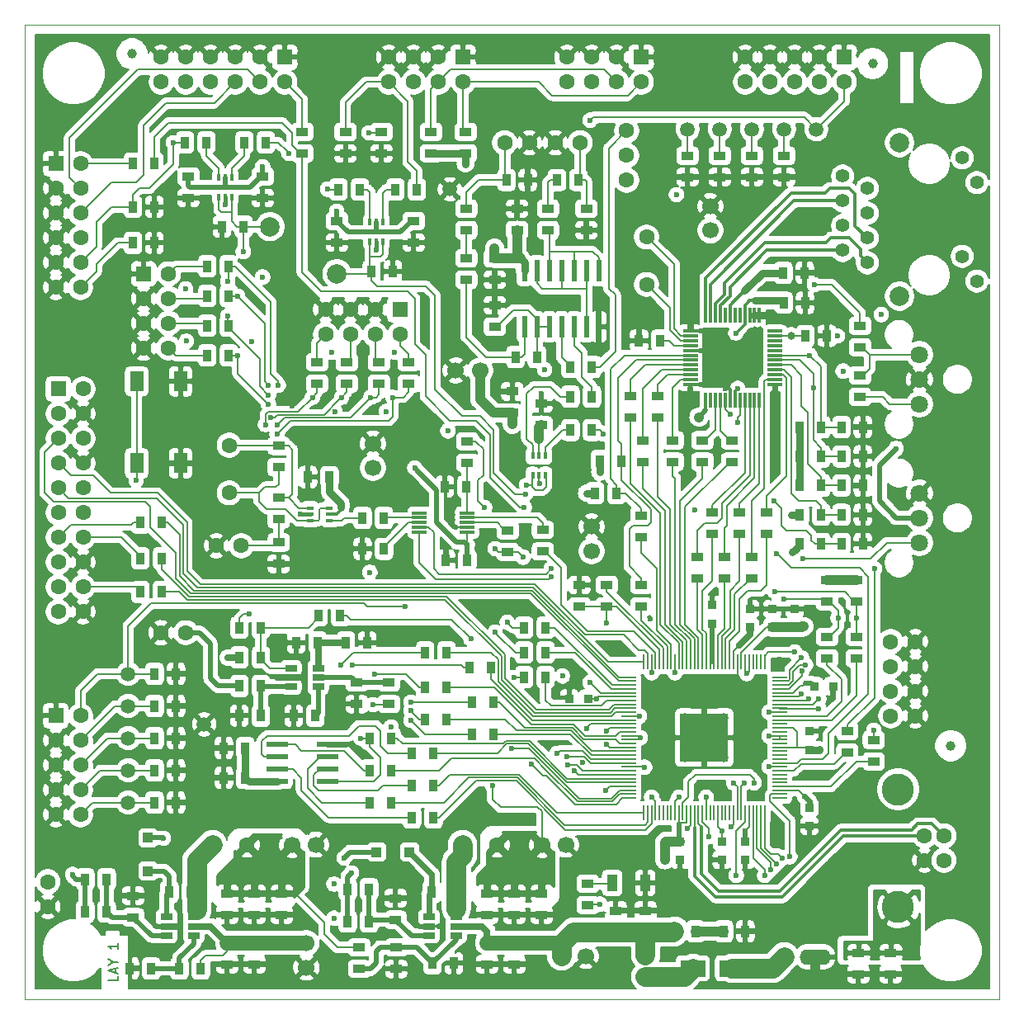
<source format=gtl>
G04 #@! TF.GenerationSoftware,KiCad,Pcbnew,(5.1.0)-1*
G04 #@! TF.CreationDate,2019-04-04T19:00:54+01:00*
G04 #@! TF.ProjectId,CoreOne-xCORE200-2.1,436f7265-4f6e-4652-9d78-434f52453230,2.1*
G04 #@! TF.SameCoordinates,PX660b0c0PY81b3200*
G04 #@! TF.FileFunction,Copper,L1,Top*
G04 #@! TF.FilePolarity,Positive*
%FSLAX46Y46*%
G04 Gerber Fmt 4.6, Leading zero omitted, Abs format (unit mm)*
G04 Created by KiCad (PCBNEW (5.1.0)-1) date 2019-04-04 19:00:54*
%MOMM*%
%LPD*%
G04 APERTURE LIST*
%ADD10C,0.200000*%
%ADD11C,0.100000*%
%ADD12C,1.400000*%
%ADD13C,2.000000*%
%ADD14C,1.600000*%
%ADD15R,1.600000X1.600000*%
%ADD16R,1.300000X0.900000*%
%ADD17R,0.900000X1.300000*%
%ADD18R,0.900000X0.900000*%
%ADD19C,1.500000*%
%ADD20R,1.200000X0.650000*%
%ADD21R,1.000000X1.000000*%
%ADD22R,0.300000X1.500000*%
%ADD23R,1.500000X0.300000*%
%ADD24R,0.800000X0.450000*%
%ADD25R,0.450000X0.800000*%
%ADD26R,2.200000X0.600000*%
%ADD27R,1.400000X2.100000*%
%ADD28C,3.300000*%
%ADD29C,1.000000*%
%ADD30R,2.500000X1.700000*%
%ADD31O,3.200000X1.600000*%
%ADD32R,0.600000X2.200000*%
%ADD33R,1.100000X1.700000*%
%ADD34R,1.500000X0.230000*%
%ADD35R,0.230000X1.500000*%
%ADD36R,5.000000X5.000000*%
%ADD37O,5.000000X5.000000*%
%ADD38O,1.000000X1.000000*%
%ADD39C,1.700000*%
%ADD40C,1.800000*%
%ADD41C,0.600000*%
%ADD42C,0.800000*%
%ADD43C,0.500000*%
%ADD44C,0.152400*%
%ADD45C,0.400000*%
%ADD46C,0.135000*%
%ADD47C,0.700000*%
%ADD48C,0.650000*%
%ADD49C,0.600000*%
%ADD50C,0.300000*%
%ADD51C,0.450000*%
%ADD52C,0.800000*%
%ADD53C,1.000000*%
%ADD54C,1.500000*%
%ADD55C,2.000000*%
%ADD56C,0.152430*%
%ADD57C,0.150000*%
%ADD58C,0.254000*%
G04 APERTURE END LIST*
D10*
X9560380Y2387239D02*
X9560380Y1911048D01*
X8560380Y1911048D01*
X9274666Y2672953D02*
X9274666Y3149143D01*
X9560380Y2577715D02*
X8560380Y2911048D01*
X9560380Y3244381D01*
X9084190Y3768191D02*
X9560380Y3768191D01*
X8560380Y3434858D02*
X9084190Y3768191D01*
X8560380Y4101524D01*
X9560380Y5720572D02*
X9560380Y5149143D01*
X9560380Y5434858D02*
X8560380Y5434858D01*
X8703238Y5339620D01*
X8798476Y5244381D01*
X8846095Y5149143D01*
D11*
X0Y100000000D02*
X100000000Y100000000D01*
X15000000Y0D02*
X0Y0D01*
X100000000Y0D02*
X15000000Y0D01*
X100000000Y100000000D02*
X100000000Y0D01*
X0Y0D02*
X0Y100000000D01*
D12*
X86440000Y75555000D03*
X83900000Y76825000D03*
X86440000Y78095000D03*
X83900000Y79365000D03*
X86440000Y80635000D03*
X83900000Y81905000D03*
X86440000Y83175000D03*
X83900000Y84445000D03*
D13*
X89740000Y72125000D03*
X89740000Y87875000D03*
D12*
X97690000Y73675000D03*
X96170000Y86325000D03*
X96170000Y76215000D03*
X97690000Y83785000D03*
D14*
X14732000Y66802000D03*
X12192000Y66802000D03*
X14732000Y69342000D03*
X12192000Y69342000D03*
X14732000Y71882000D03*
X12192000Y71882000D03*
X14732000Y74422000D03*
D15*
X12192000Y74422000D03*
D14*
X30861000Y68199000D03*
X30861000Y70739000D03*
X33401000Y68199000D03*
X33401000Y70739000D03*
X35941000Y68199000D03*
X35941000Y70739000D03*
X38481000Y68199000D03*
D15*
X38481000Y70739000D03*
D14*
X73914000Y94107000D03*
X73914000Y96647000D03*
X76454000Y94107000D03*
X76454000Y96647000D03*
X78994000Y94107000D03*
X78994000Y96647000D03*
X81534000Y94107000D03*
X81534000Y96647000D03*
X84074000Y94107000D03*
D15*
X84074000Y96647000D03*
D14*
X5715000Y18923000D03*
X3175000Y18923000D03*
X5715000Y21463000D03*
X3175000Y21463000D03*
X5715000Y24003000D03*
X3175000Y24003000D03*
X5715000Y26543000D03*
X3175000Y26543000D03*
X5715000Y29083000D03*
D15*
X3175000Y29083000D03*
D14*
X37338000Y94107000D03*
X37338000Y96647000D03*
X39878000Y94107000D03*
X39878000Y96647000D03*
X42418000Y94107000D03*
X42418000Y96647000D03*
X44958000Y94107000D03*
D15*
X44958000Y96647000D03*
D14*
X55626000Y94107000D03*
X55626000Y96647000D03*
X58166000Y94107000D03*
X58166000Y96647000D03*
X60706000Y94107000D03*
X60706000Y96647000D03*
X63246000Y94107000D03*
D15*
X63246000Y96647000D03*
D14*
X13970000Y96647000D03*
X13970000Y94107000D03*
X16510000Y94107000D03*
X16510000Y96647000D03*
X19050000Y94107000D03*
X19050000Y96647000D03*
X21590000Y94107000D03*
X21590000Y96647000D03*
X24130000Y94107000D03*
X24130000Y96647000D03*
X26670000Y94107000D03*
D15*
X26670000Y96647000D03*
D14*
X3175000Y73025000D03*
X5715000Y73025000D03*
X5715000Y75565000D03*
X3175000Y75565000D03*
X5715000Y78105000D03*
X3175000Y78105000D03*
X5715000Y80645000D03*
X3175000Y80645000D03*
X5715000Y83185000D03*
X3175000Y83185000D03*
X5715000Y85725000D03*
D15*
X3175000Y85725000D03*
D16*
X11110000Y10608000D03*
X11110000Y8408000D03*
D17*
X20236000Y79248000D03*
X22436000Y79248000D03*
D18*
X71501000Y16190000D03*
X71501000Y14290000D03*
D19*
X68006000Y89264000D03*
X10602000Y20176000D03*
D20*
X44260000Y7476000D03*
X41460000Y8426000D03*
X41460000Y7476000D03*
X41460000Y6526000D03*
X44260000Y6526000D03*
X44260000Y8426000D03*
X17336000Y7476000D03*
X14536000Y8426000D03*
X14536000Y7476000D03*
X14536000Y6526000D03*
X17336000Y6526000D03*
X17336000Y8426000D03*
D13*
X25146000Y79248000D03*
D16*
X37338000Y30269000D03*
X37338000Y32469000D03*
D21*
X39480000Y15096000D03*
X36080000Y15096000D03*
X12634000Y13142000D03*
X12634000Y16542000D03*
D16*
X47432000Y10862000D03*
X47432000Y8662000D03*
X50226000Y10862000D03*
X50226000Y8662000D03*
D17*
X33124000Y7984000D03*
X35324000Y7984000D03*
X14836000Y11032000D03*
X17036000Y11032000D03*
X18712000Y66040000D03*
X20912000Y66040000D03*
X18712000Y69088000D03*
X20912000Y69088000D03*
D14*
X88834000Y36686000D03*
X91374000Y36686000D03*
X88834000Y34146000D03*
X91374000Y34146000D03*
D17*
X77828000Y74532000D03*
X80028000Y74532000D03*
X77850000Y71450000D03*
X80050000Y71450000D03*
D18*
X78994000Y38166000D03*
X78994000Y40066000D03*
D14*
X19266000Y15858000D03*
X22766000Y15858000D03*
X44920000Y15858000D03*
X48420000Y15858000D03*
D16*
X38100000Y3091000D03*
X38100000Y5291000D03*
D22*
X75371000Y70169000D03*
X74871000Y70169000D03*
X74371000Y70169000D03*
X73871000Y70169000D03*
X73371000Y70169000D03*
X72871000Y70169000D03*
X72371000Y70169000D03*
X71871000Y70169000D03*
X71371000Y70169000D03*
X70871000Y70169000D03*
X70371000Y70169000D03*
X69871000Y70169000D03*
D23*
X68271000Y68569000D03*
X68271000Y68069000D03*
X68271000Y67569000D03*
X68271000Y67069000D03*
X68271000Y66569000D03*
X68271000Y66069000D03*
X68271000Y65569000D03*
X68271000Y65069000D03*
X68271000Y64569000D03*
X68271000Y64069000D03*
X68271000Y63569000D03*
X68271000Y63069000D03*
D22*
X69871000Y61469000D03*
X70371000Y61469000D03*
X70871000Y61469000D03*
X71371000Y61469000D03*
X71871000Y61469000D03*
X72371000Y61469000D03*
X72871000Y61469000D03*
X73371000Y61469000D03*
X73871000Y61469000D03*
X74371000Y61469000D03*
X74871000Y61469000D03*
X75371000Y61469000D03*
D23*
X76971000Y63069000D03*
X76971000Y63569000D03*
X76971000Y64069000D03*
X76971000Y64569000D03*
X76971000Y65069000D03*
X76971000Y65569000D03*
X76971000Y66069000D03*
X76971000Y66569000D03*
X76971000Y67069000D03*
X76971000Y67569000D03*
X76971000Y68069000D03*
X76971000Y68569000D03*
D19*
X81214000Y89264000D03*
X10602000Y33384000D03*
D17*
X16426000Y87884000D03*
X18626000Y87884000D03*
X24722000Y87884000D03*
X22522000Y87884000D03*
X40216000Y83058000D03*
X38016000Y83058000D03*
X32174000Y83058000D03*
X34374000Y83058000D03*
X6200000Y9000000D03*
X8400000Y9000000D03*
X41760000Y11032000D03*
X43960000Y11032000D03*
X15852000Y3158000D03*
X18052000Y3158000D03*
X10772000Y3158000D03*
X12972000Y3158000D03*
X83777210Y46695890D03*
X85977210Y46695890D03*
D16*
X62164000Y61919000D03*
X62164000Y59719000D03*
X63434000Y57344000D03*
X63434000Y55144000D03*
X64958000Y61916000D03*
X64958000Y59716000D03*
X66482000Y57344000D03*
X66482000Y55144000D03*
X69530000Y57344000D03*
X69530000Y55144000D03*
X72578000Y57344000D03*
X72578000Y55144000D03*
X59690000Y42502000D03*
X59690000Y40302000D03*
D24*
X29250000Y50400000D03*
X29250000Y49750000D03*
X29250000Y49100000D03*
X31250000Y49100000D03*
X31250000Y49750000D03*
X31250000Y50400000D03*
D25*
X19924000Y82312000D03*
X20574000Y82312000D03*
X21224000Y82312000D03*
X21224000Y84312000D03*
X20574000Y84312000D03*
X19924000Y84312000D03*
D17*
X36848000Y49386000D03*
X34648000Y49386000D03*
D16*
X26045256Y54560824D03*
X26045256Y56760824D03*
D15*
X3429000Y62611000D03*
D14*
X5969000Y62611000D03*
X3429000Y60071000D03*
X5969000Y60071000D03*
X3429000Y57531000D03*
X5969000Y57531000D03*
X3429000Y54991000D03*
X5969000Y54991000D03*
X3429000Y52451000D03*
X5969000Y52451000D03*
X3429000Y49911000D03*
X5969000Y49911000D03*
X3429000Y47371000D03*
X5969000Y47371000D03*
X3429000Y44831000D03*
X5969000Y44831000D03*
X3429000Y42291000D03*
X5969000Y42291000D03*
X3429000Y39751000D03*
X5969000Y39751000D03*
D17*
X79527210Y46695890D03*
X81727210Y46695890D03*
D16*
X16764000Y84412000D03*
X16764000Y82212000D03*
X24384000Y84412000D03*
X24384000Y82212000D03*
D14*
X20965256Y56830824D03*
X20965256Y51950824D03*
D26*
X31076000Y22354000D03*
X31076000Y23624000D03*
X31076000Y24894000D03*
X31076000Y26164000D03*
X25876000Y26164000D03*
X25876000Y24894000D03*
X25876000Y23624000D03*
X25876000Y22354000D03*
D23*
X40476000Y47895000D03*
X45376000Y47895000D03*
X40476000Y48395000D03*
X45376000Y48395000D03*
X40476000Y48895000D03*
X45376000Y48895000D03*
X40476000Y49395000D03*
X45376000Y49395000D03*
X40476000Y49895000D03*
X45376000Y49895000D03*
D19*
X77912000Y89264000D03*
X71308000Y89264000D03*
X74610000Y89264000D03*
D27*
X11466000Y63382000D03*
X15966000Y63382000D03*
X11466000Y54982000D03*
X15966000Y54982000D03*
D17*
X14054000Y48895000D03*
X11854000Y48895000D03*
D16*
X71816000Y45406000D03*
X71816000Y43206000D03*
X73340000Y49978000D03*
X73340000Y47778000D03*
X74610000Y45406000D03*
X74610000Y43206000D03*
X76134000Y49978000D03*
X76134000Y47778000D03*
D17*
X45890000Y30480000D03*
X48090000Y30480000D03*
X41064000Y28702000D03*
X43264000Y28702000D03*
X41064000Y32004000D03*
X43264000Y32004000D03*
D16*
X69022000Y45406000D03*
X69022000Y43206000D03*
X70546000Y49978000D03*
X70546000Y47778000D03*
X63246000Y42502000D03*
X63246000Y40302000D03*
X84389000Y27499000D03*
X84389000Y25299000D03*
D17*
X45636000Y34036000D03*
X47836000Y34036000D03*
X41064000Y35560000D03*
X43264000Y35560000D03*
X51224000Y33020000D03*
X53424000Y33020000D03*
X39728000Y25256000D03*
X41928000Y25256000D03*
X51224000Y35560000D03*
X53424000Y35560000D03*
X51224000Y38100000D03*
X53424000Y38100000D03*
X39728000Y18652000D03*
X41928000Y18652000D03*
X35410000Y20176000D03*
X37610000Y20176000D03*
X39728000Y21954000D03*
X41928000Y21954000D03*
X35410000Y23478000D03*
X37610000Y23478000D03*
D16*
X82296000Y37168000D03*
X82296000Y34968000D03*
X85344000Y37168000D03*
X85344000Y34968000D03*
D17*
X35410000Y26780000D03*
X37610000Y26780000D03*
D16*
X85344000Y43010000D03*
X85344000Y40810000D03*
X82296000Y43010000D03*
X82296000Y40810000D03*
D17*
X24214000Y35052000D03*
X22014000Y35052000D03*
X22014000Y38100000D03*
X24214000Y38100000D03*
X32342000Y39370000D03*
X30142000Y39370000D03*
X24214000Y32131000D03*
X22014000Y32131000D03*
D16*
X34036000Y30269000D03*
X34036000Y32469000D03*
D17*
X83777210Y55695890D03*
X85977210Y55695890D03*
X79527210Y55695890D03*
X81727210Y55695890D03*
X83777210Y58695890D03*
X85977210Y58695890D03*
X79527210Y58695890D03*
X81727210Y58695890D03*
X83777210Y52695890D03*
X85977210Y52695890D03*
X79527210Y52695890D03*
X81727210Y52695890D03*
X83777210Y49695890D03*
X85977210Y49695890D03*
X79527210Y49695890D03*
X81727210Y49695890D03*
X65221000Y67569000D03*
X63021000Y67569000D03*
X59021000Y55228000D03*
X61221000Y55228000D03*
X58521000Y51926000D03*
X60721000Y51926000D03*
D16*
X26045256Y44654824D03*
X26045256Y46854824D03*
X26045256Y49226824D03*
X26045256Y51426824D03*
X71308000Y84354000D03*
X71308000Y86554000D03*
X74610000Y84354000D03*
X74610000Y86554000D03*
X77912000Y84354000D03*
X77912000Y86554000D03*
D17*
X11854000Y41783000D03*
X14054000Y41783000D03*
X11854000Y45212000D03*
X14054000Y45212000D03*
D14*
X16510000Y37592000D03*
X13970000Y37592000D03*
X88834000Y31606000D03*
X91374000Y31606000D03*
X22193256Y46524824D03*
X19653256Y46524824D03*
D28*
X89600000Y21514000D03*
X89600000Y9474000D03*
D14*
X94310000Y14244000D03*
X92310000Y14244000D03*
X92310000Y16744000D03*
X94310000Y16744000D03*
D18*
X74422000Y38150613D03*
X74422000Y40050613D03*
X80518000Y25593000D03*
X80518000Y27493000D03*
X70546000Y38530000D03*
X70546000Y40430000D03*
X67190000Y16194000D03*
X67190000Y14294000D03*
X57780000Y30844000D03*
X55880000Y30844000D03*
X76708000Y38150613D03*
X76708000Y40050613D03*
X73914000Y16190000D03*
X73914000Y14290000D03*
D16*
X56896000Y40302000D03*
X56896000Y42502000D03*
D17*
X24214000Y29083000D03*
X22014000Y29083000D03*
X30056000Y36576000D03*
X27856000Y36576000D03*
X32936000Y36576000D03*
X35136000Y36576000D03*
X80097000Y68057500D03*
X82297000Y68057500D03*
X45400000Y45004500D03*
X43200000Y45004500D03*
D16*
X20762000Y10862000D03*
X20762000Y8662000D03*
X23556000Y3582000D03*
X23556000Y5782000D03*
X28448000Y88984000D03*
X28448000Y86784000D03*
D19*
X43600000Y83100000D03*
D29*
X11000000Y97000000D03*
X87000000Y96000000D03*
X95000000Y26000000D03*
D14*
X61733570Y89104484D03*
X61733570Y84024484D03*
X61733570Y86564484D03*
X2350500Y12036000D03*
X2350500Y9496000D03*
X88834000Y29066000D03*
X91374000Y29066000D03*
X49227000Y87864500D03*
X51767000Y87864500D03*
X56974000Y87864500D03*
X54434000Y87864500D03*
D30*
X72546000Y3158000D03*
X68546000Y3158000D03*
D14*
X77931000Y4334000D03*
D31*
X81106000Y4334000D03*
D17*
X15512000Y33384000D03*
X13312000Y33384000D03*
D16*
X26350000Y10862000D03*
X26350000Y8662000D03*
X20762000Y3582000D03*
X20762000Y5782000D03*
X50000000Y60150000D03*
X50000000Y62350000D03*
D17*
X55984000Y58403000D03*
X58184000Y58403000D03*
X58184000Y61832000D03*
X55984000Y61832000D03*
D32*
X51259000Y68987500D03*
X52529000Y68987500D03*
X53799000Y68987500D03*
X55069000Y68987500D03*
X56339000Y68987500D03*
X57609000Y68987500D03*
X58879000Y68987500D03*
X51259000Y74737500D03*
X52529000Y74737500D03*
X53799000Y74737500D03*
X55069000Y74737500D03*
X56339000Y74737500D03*
X57609000Y74737500D03*
X58879000Y74737500D03*
D16*
X57609000Y78890500D03*
X57609000Y81090500D03*
D17*
X56804000Y84054500D03*
X54604000Y84054500D03*
D16*
X45290000Y78890500D03*
X45290000Y81090500D03*
X47432000Y3582000D03*
X47432000Y5782000D03*
D17*
X22624000Y22716000D03*
X20424000Y22716000D03*
D16*
X50226000Y3582000D03*
X50226000Y5782000D03*
D17*
X71732000Y6963298D03*
X73932000Y6963298D03*
D16*
X63688000Y9084000D03*
X63688000Y6884000D03*
X60640000Y9084000D03*
X60640000Y6884000D03*
X63688000Y2312000D03*
X63688000Y4512000D03*
X41656000Y86784000D03*
X41656000Y88984000D03*
X45212000Y86784000D03*
X45212000Y88984000D03*
X88834000Y4766000D03*
X88834000Y2566000D03*
D17*
X44026000Y3683000D03*
X41826000Y3683000D03*
D16*
X85532000Y4766000D03*
X85532000Y2566000D03*
D17*
X8400000Y12302000D03*
X6200000Y12302000D03*
D16*
X34290000Y5291000D03*
X34290000Y3091000D03*
D17*
X66652000Y6963298D03*
X68852000Y6963298D03*
X35324000Y11286000D03*
X33124000Y11286000D03*
D16*
X38034000Y10354000D03*
X38034000Y8154000D03*
X57750000Y9650000D03*
X57750000Y11850000D03*
X85700000Y61800000D03*
X85700000Y64000000D03*
X39370000Y65362000D03*
X39370000Y63162000D03*
X36322000Y65362000D03*
X36322000Y63162000D03*
X33020000Y65362000D03*
X33020000Y63162000D03*
X29972000Y65362000D03*
X29972000Y63162000D03*
D17*
X20912000Y75184000D03*
X18712000Y75184000D03*
X18712000Y72136000D03*
X20912000Y72136000D03*
D16*
X85700000Y69100000D03*
X85700000Y66900000D03*
D17*
X31260000Y53577000D03*
X29060000Y53577000D03*
D16*
X23556000Y10862000D03*
X23556000Y8662000D03*
D17*
X22624000Y25764000D03*
X20424000Y25764000D03*
D16*
X53020000Y10862000D03*
X53020000Y8662000D03*
D17*
X15512000Y23478000D03*
X13312000Y23478000D03*
X15512000Y26780000D03*
X13312000Y26780000D03*
X45296000Y52578000D03*
X43096000Y52578000D03*
X36848000Y46211000D03*
X34648000Y46211000D03*
X15512000Y30082000D03*
X13312000Y30082000D03*
D16*
X45400000Y57234000D03*
X45400000Y55034000D03*
X53147000Y45936500D03*
X53147000Y48136500D03*
X49530000Y45890000D03*
X49530000Y48090000D03*
X50497000Y78890500D03*
X50497000Y81090500D03*
X48211000Y76010500D03*
X48211000Y73810500D03*
X53672000Y81090500D03*
X53672000Y78890500D03*
D17*
X51597000Y84054500D03*
X49397000Y84054500D03*
D16*
X45290000Y73810500D03*
X45290000Y76010500D03*
D17*
X52529000Y65893500D03*
X50329000Y65893500D03*
D16*
X48211000Y71184500D03*
X48211000Y68984500D03*
D17*
X55984000Y64880000D03*
X58184000Y64880000D03*
D33*
X60250500Y11917000D03*
X63650500Y11917000D03*
D18*
X80500000Y19650000D03*
X80500000Y17750000D03*
X81026000Y32114000D03*
X82926000Y32114000D03*
D19*
X10602000Y23478000D03*
X10602000Y26780000D03*
X10602000Y30082000D03*
X18400000Y28200000D03*
D16*
X53000000Y58900000D03*
X53000000Y61100000D03*
D14*
X63800880Y78205204D03*
X63800880Y73325204D03*
D25*
X52100000Y53750000D03*
X52750000Y53750000D03*
X53400000Y53750000D03*
X53400000Y55750000D03*
X52750000Y55750000D03*
X52100000Y55750000D03*
D16*
X63246000Y49614000D03*
X63246000Y47414000D03*
D17*
X29802000Y29083000D03*
X27602000Y29083000D03*
D20*
X30102000Y33020000D03*
X27302000Y33970000D03*
X27302000Y33020000D03*
X27302000Y32070000D03*
X30102000Y32070000D03*
X30102000Y33970000D03*
D34*
X61957012Y33032218D03*
X61957012Y32632218D03*
X61957012Y32232218D03*
X61957012Y31832218D03*
X61957012Y31432218D03*
X61957012Y31032218D03*
X61957012Y30632218D03*
X61957012Y30232218D03*
X61957012Y29832218D03*
X61957012Y29432218D03*
X61957012Y29032218D03*
X61957012Y28632218D03*
X61957012Y28232218D03*
X61957012Y27832218D03*
X61957012Y27432218D03*
X61957012Y27032218D03*
X61957012Y26632218D03*
X61957012Y26232218D03*
X61957012Y25832218D03*
X61957012Y25432218D03*
X61957012Y25032218D03*
X61957012Y24632218D03*
X61957012Y24232218D03*
X61957012Y23832218D03*
X61957012Y23432218D03*
X61957012Y23032218D03*
X61957012Y22632218D03*
X61957012Y22232218D03*
X61957012Y21832218D03*
X61957012Y21432218D03*
X61957012Y21032218D03*
X61957012Y20632218D03*
D35*
X63507012Y19082218D03*
X63907012Y19082218D03*
X64307012Y19082218D03*
X64707012Y19082218D03*
X65107012Y19082218D03*
X65507012Y19082218D03*
X65907012Y19082218D03*
X66307012Y19082218D03*
X66707012Y19082218D03*
X67107012Y19082218D03*
X67507012Y19082218D03*
X67907012Y19082218D03*
X68307012Y19082218D03*
X68707012Y19082218D03*
X69107012Y19082218D03*
X69507012Y19082218D03*
X69907012Y19082218D03*
X70307012Y19082218D03*
X70707012Y19082218D03*
X71107012Y19082218D03*
X71507012Y19082218D03*
X71907012Y19082218D03*
X72307012Y19082218D03*
X72707012Y19082218D03*
X73107012Y19082218D03*
X73507012Y19082218D03*
X73907012Y19082218D03*
X74307012Y19082218D03*
X74707012Y19082218D03*
X75107012Y19082218D03*
X75507012Y19082218D03*
X75907012Y19082218D03*
D34*
X77457012Y20632218D03*
X77457012Y21032218D03*
X77457012Y21432218D03*
X77457012Y21832218D03*
X77457012Y22232218D03*
X77457012Y22632218D03*
X77457012Y23032218D03*
X77457012Y23432218D03*
X77457012Y23832218D03*
X77457012Y24232218D03*
X77457012Y24632218D03*
X77457012Y25032218D03*
X77457012Y25432218D03*
X77457012Y25832218D03*
X77457012Y26232218D03*
X77457012Y26632218D03*
X77457012Y27032218D03*
X77457012Y27432218D03*
X77457012Y27832218D03*
X77457012Y28232218D03*
X77457012Y28632218D03*
X77457012Y29032218D03*
X77457012Y29432218D03*
X77457012Y29832218D03*
X77457012Y30232218D03*
X77457012Y30632218D03*
X77457012Y31032218D03*
X77457012Y31432218D03*
X77457012Y31832218D03*
X77457012Y32232218D03*
X77457012Y32632218D03*
X77457012Y33032218D03*
D35*
X75907012Y34582218D03*
X75507012Y34582218D03*
X75107012Y34582218D03*
X74707012Y34582218D03*
X74307012Y34582218D03*
X73907012Y34582218D03*
X73507012Y34582218D03*
X73107012Y34582218D03*
X72707012Y34582218D03*
X72307012Y34582218D03*
X71907012Y34582218D03*
X71507012Y34582218D03*
X71107012Y34582218D03*
X70707012Y34582218D03*
X70307012Y34582218D03*
X69907012Y34582218D03*
X69507012Y34582218D03*
X69107012Y34582218D03*
X68707012Y34582218D03*
X68307012Y34582218D03*
X67907012Y34582218D03*
X67507012Y34582218D03*
X67107012Y34582218D03*
X66707012Y34582218D03*
X66307012Y34582218D03*
X65907012Y34582218D03*
X65507012Y34582218D03*
X65107012Y34582218D03*
X64707012Y34582218D03*
X64307012Y34582218D03*
X63907012Y34582218D03*
X63507012Y34582218D03*
D36*
X69707012Y26832218D03*
D37*
X69707012Y26832218D03*
D38*
X67707012Y28832218D03*
X67707012Y24832218D03*
X71707012Y24832218D03*
X71707012Y28832218D03*
D17*
X15512000Y20176000D03*
X13312000Y20176000D03*
D16*
X68006000Y84354000D03*
X68006000Y86554000D03*
D17*
X11092000Y85725000D03*
X13292000Y85725000D03*
X45890000Y27178000D03*
X48090000Y27178000D03*
D16*
X32004000Y79840000D03*
X32004000Y77640000D03*
X39878000Y79840000D03*
X39878000Y77640000D03*
D17*
X35560000Y74676000D03*
X37760000Y74676000D03*
X11092000Y81280000D03*
X13292000Y81280000D03*
X11092000Y77597000D03*
X13292000Y77597000D03*
D16*
X36576000Y88984000D03*
X36576000Y86784000D03*
X32893000Y88984000D03*
X32893000Y86784000D03*
X87100000Y26600000D03*
X87100000Y24400000D03*
D25*
X35418000Y77740000D03*
X36068000Y77740000D03*
X36718000Y77740000D03*
X36718000Y79740000D03*
X36068000Y79740000D03*
X35418000Y79740000D03*
D13*
X32004000Y74422000D03*
D39*
X46716000Y64516000D03*
X44216000Y64516000D03*
X55072000Y4428000D03*
X57572000Y4428000D03*
X28890000Y5742000D03*
X28890000Y3242000D03*
X29886000Y15858000D03*
X27386000Y15858000D03*
X35700000Y54500000D03*
X35700000Y57000000D03*
X58166000Y45974000D03*
X58166000Y48474000D03*
X70358000Y78867000D03*
X70358000Y81367000D03*
X53040000Y15858000D03*
X55540000Y15858000D03*
D40*
X91790000Y66137000D03*
X91790000Y63597000D03*
X91790000Y61057000D03*
X91790000Y51913000D03*
X91790000Y49373000D03*
X91790000Y46833000D03*
D41*
X31700000Y11800000D03*
X31700000Y8300000D03*
X12800000Y10600000D03*
X10800000Y1700000D03*
X40000000Y7900000D03*
X38000000Y11600000D03*
X36700000Y10400000D03*
X51600000Y85500000D03*
X79592892Y84368091D03*
X20701000Y29083000D03*
X85984729Y57327146D03*
X83600000Y61200000D03*
X95000000Y58500000D03*
X95000000Y54600000D03*
X52800000Y52900000D03*
X43600000Y49100000D03*
X43200000Y46400000D03*
X36800000Y36600000D03*
X90400000Y2600000D03*
X85500000Y1400000D03*
X88800000Y1400000D03*
X87100000Y1500000D03*
X87100000Y2600000D03*
X48600000Y62400000D03*
X57200000Y24300000D03*
X74300000Y29300000D03*
X74400000Y26600000D03*
X28250000Y49750000D03*
X23844319Y80764003D03*
X23750000Y71650000D03*
X30795000Y47227000D03*
X29383574Y55087596D03*
X61150500Y43688000D03*
X77470000Y34861500D03*
X77842637Y39962435D03*
X82359500Y23177500D03*
X81661000Y27495500D03*
X69659500Y31559500D03*
X64897000Y29337000D03*
X64897000Y26670000D03*
X69786500Y22098000D03*
X67056000Y22098000D03*
X5715000Y14986000D03*
X39814500Y3111500D03*
X38100000Y1524000D03*
X75184000Y6985000D03*
X63690500Y10287000D03*
X60642500Y10287000D03*
X68193349Y53461714D03*
X68008500Y54673500D03*
X82719990Y30774197D03*
X70675303Y41674521D03*
X25908000Y33020000D03*
X28321000Y33020000D03*
X26289000Y29083000D03*
X19177000Y22733000D03*
X19177000Y25781000D03*
X26593799Y36562459D03*
X51689000Y7366000D03*
X52959000Y7366000D03*
X50165000Y7366000D03*
X51689000Y8636000D03*
X48895000Y8636000D03*
X48768000Y3556000D03*
X50292000Y2286000D03*
X47371000Y2286000D03*
X44069000Y2159000D03*
X26289000Y7366000D03*
X23495000Y7366000D03*
X20828000Y7493000D03*
X23622000Y2286000D03*
X22098000Y3556000D03*
X20701000Y2286000D03*
X12827000Y8382000D03*
X15875000Y7493000D03*
X47625000Y52070000D03*
X43529972Y54306803D03*
X64750000Y69200000D03*
X34550000Y65250000D03*
X27400000Y60850000D03*
X27400000Y85350000D03*
X27400000Y79200000D03*
X27400000Y72750000D03*
X27400000Y65250000D03*
X35950000Y60350000D03*
X40350000Y58100000D03*
X18550000Y64100000D03*
X16350000Y70700000D03*
X85950000Y48200000D03*
X85950000Y51200000D03*
X85950000Y54150000D03*
X24487677Y44647283D03*
X15500000Y18700000D03*
X15500000Y21850000D03*
X15500000Y25150000D03*
X15500000Y28450000D03*
X15500000Y31750000D03*
X16700000Y33400000D03*
X39850000Y75400000D03*
X40950000Y70850000D03*
X41000000Y67700000D03*
X43100000Y70850000D03*
X43100000Y67700000D03*
X43550000Y77550000D03*
X47850000Y80050000D03*
X49800000Y71600000D03*
X49700000Y73800000D03*
X68650000Y69900000D03*
X56000000Y78900000D03*
X60900000Y80500000D03*
X57600000Y77700000D03*
X59700000Y69000000D03*
X51950000Y81100000D03*
X14500000Y55000000D03*
X14450000Y63400000D03*
X19000000Y79250000D03*
X14500000Y77600000D03*
X16750000Y81050000D03*
X14500000Y81300000D03*
X76300000Y84350000D03*
X72950000Y84350000D03*
X66700000Y84350000D03*
X79450000Y79650000D03*
X81300000Y74550000D03*
X81300000Y71450000D03*
X61976000Y67564000D03*
X67200000Y13250000D03*
X71866944Y62669020D03*
X82300000Y69300000D03*
X36050000Y76850000D03*
X20550000Y81500000D03*
X18708580Y48182103D03*
X16100000Y59050000D03*
X64200000Y39000000D03*
X61000000Y36400000D03*
X32900000Y26150000D03*
X37750000Y75900000D03*
X38500000Y77650000D03*
X30600000Y77650000D03*
X32900000Y85600000D03*
X36550000Y85450000D03*
X76050000Y70150000D03*
X76950000Y62350000D03*
X69450000Y68600000D03*
X69450000Y63050000D03*
X69450000Y66550000D03*
X2000000Y92000000D03*
X2000000Y98000000D03*
X8000000Y98000000D03*
X8500000Y90000000D03*
X30000000Y81500000D03*
X30500000Y91500000D03*
X90750000Y98250000D03*
X98250000Y98250000D03*
X98250000Y90750000D03*
X98250000Y1500000D03*
X98250000Y8500000D03*
X79000000Y9750000D03*
X82000000Y12750000D03*
X75000000Y9000000D03*
X68000000Y8500000D03*
X60750000Y3000000D03*
X50500000Y18750000D03*
X44250000Y18750000D03*
X62750000Y16000000D03*
X19750000Y38000000D03*
X54750000Y51250000D03*
X45750000Y40500000D03*
X33000000Y46250000D03*
X3250000Y34500000D03*
X58250000Y43750000D03*
X54500000Y30999998D03*
X53800000Y26200000D03*
X23800000Y76600000D03*
X53000000Y62100000D03*
X32200000Y28600000D03*
X25019000Y8636000D03*
X22225000Y8636000D03*
X20400000Y91000000D03*
X75550000Y40050000D03*
X42200000Y37600000D03*
X37800000Y17000000D03*
X29400000Y10700000D03*
X10300000Y15000000D03*
X15400000Y14800000D03*
X32500000Y17000000D03*
X25200000Y18900000D03*
X71700000Y12900000D03*
X74300000Y12900000D03*
X77400000Y16200000D03*
X79900000Y16200000D03*
X97100000Y17650000D03*
X97850000Y11350000D03*
X82700000Y1900000D03*
X79400000Y1900000D03*
X81200000Y9700000D03*
X83200000Y9700000D03*
X32766000Y14478000D03*
X14224000Y16510000D03*
X80000000Y20800000D03*
X35400000Y43800000D03*
X43400000Y58300000D03*
X59600000Y21400000D03*
X59711650Y26107871D03*
X59701486Y27533137D03*
X24400000Y85400000D03*
X24400000Y74100000D03*
X59000000Y9750000D03*
X58989000Y54085000D03*
X57650000Y51900000D03*
X53340000Y64579500D03*
X78732168Y45847439D03*
X78613000Y49720500D03*
X79527210Y54102000D03*
X83756500Y42989500D03*
X68770500Y50165000D03*
X22624000Y24257000D03*
X37592000Y27940000D03*
X20828000Y35052000D03*
X31496000Y36576000D03*
X87884000Y70231000D03*
X65650000Y14300000D03*
X31800000Y60300000D03*
X37100000Y60300000D03*
X37900000Y66400000D03*
X31500000Y66400000D03*
X16571225Y67510740D03*
X23300000Y67450000D03*
X16500000Y72850000D03*
X66850000Y82550000D03*
X45200000Y85700000D03*
X80136071Y32452241D03*
X73350000Y36350000D03*
X70546000Y37450000D03*
X81500000Y25600000D03*
X71501000Y17249000D03*
X83350000Y68050000D03*
X83950000Y64450000D03*
X32000000Y80850000D03*
X58644000Y30844000D03*
D42*
X69167609Y59718777D03*
D41*
X4899996Y12800000D03*
X67945000Y17526000D03*
X45400000Y46600000D03*
X32420913Y50434913D03*
X40000000Y54500000D03*
X59700000Y38600000D03*
X45750000Y36950000D03*
X79946500Y38227000D03*
X87162044Y44167404D03*
D42*
X78621000Y68069000D03*
D41*
X57999561Y32485668D03*
X63600000Y23800000D03*
X64300000Y20700000D03*
X67100000Y20700000D03*
X69900000Y20700000D03*
X72423020Y17676542D03*
X73929560Y17292564D03*
X33528000Y12954000D03*
X35687000Y30226000D03*
X55150000Y33150000D03*
X74091800Y33401000D03*
X63144400Y26822400D03*
X63060495Y29038736D03*
X76351750Y23841011D03*
X76362630Y27027559D03*
X76351776Y29440977D03*
X66700386Y33478651D03*
X64298437Y33477125D03*
X48000000Y21900000D03*
X35879466Y33345464D03*
X39624000Y30480000D03*
X39600000Y29600000D03*
X76962000Y41783000D03*
X54038500Y44196000D03*
X85344000Y39116000D03*
X77851000Y41084500D03*
X54038500Y43370500D03*
X83439000Y39116000D03*
X51245093Y50469693D03*
X57639914Y27797173D03*
X34478000Y26780000D03*
X51500000Y52750000D03*
X50228500Y33020000D03*
X77152500Y45720000D03*
X51371500Y51816000D03*
X87100000Y27600000D03*
X77100000Y13900000D03*
X76500000Y13300000D03*
X77700000Y14500000D03*
X81468000Y30844000D03*
X81468000Y29828000D03*
X80452000Y30844000D03*
X32420454Y34299680D03*
X33594271Y34299680D03*
X89400000Y56500000D03*
X52750000Y57500000D03*
X50000000Y59000000D03*
X48200000Y77050000D03*
X81000000Y73300000D03*
X31050000Y83100000D03*
X15240000Y87884000D03*
X91200000Y6800000D03*
X87600000Y7000000D03*
X88800000Y7000000D03*
X90100000Y6100000D03*
X87600000Y6100000D03*
X88800000Y6100000D03*
X90400000Y4800000D03*
X87100000Y4800000D03*
X84200000Y4800000D03*
X27088668Y86783860D03*
X35306000Y88900000D03*
X39000000Y40250000D03*
X52000000Y24100000D03*
X51148379Y45335073D03*
X48260000Y46228000D03*
X49926210Y25691270D03*
X47180500Y50419000D03*
X11430000Y53213000D03*
X72950000Y68350000D03*
X76450000Y71700000D03*
X73147856Y62663018D03*
X73850000Y72700000D03*
X76896000Y51164000D03*
X72400000Y60000004D03*
X80900000Y62750000D03*
X80543691Y66069000D03*
X78500000Y14600000D03*
X79697916Y31344084D03*
X79706965Y33661218D03*
X80100000Y34300000D03*
X79700000Y35000000D03*
X79000000Y35600000D03*
X49495370Y38664041D03*
X48240442Y37642714D03*
X56400000Y23400000D03*
X25000000Y61000000D03*
X21844000Y66040000D03*
X25875881Y57975423D03*
X37750000Y61750000D03*
X72705000Y22208000D03*
X55700000Y24000000D03*
X25000000Y62000000D03*
X20828000Y70104000D03*
X25900000Y58900000D03*
X35500000Y61750000D03*
X73848000Y22208000D03*
X55600000Y24900000D03*
X25000000Y63000000D03*
X21844000Y72136000D03*
X25200000Y59700000D03*
X73000000Y12700000D03*
X32500000Y61750000D03*
X54600000Y25200000D03*
X26000000Y63000000D03*
X20828000Y73660000D03*
X24673790Y58955335D03*
X75900000Y12700000D03*
X29500000Y61750000D03*
X59365078Y58010507D03*
X79863924Y45209828D03*
X73100000Y59200000D03*
X39600000Y28600000D03*
X23000000Y39500000D03*
X22400000Y76700000D03*
X58005311Y90180446D03*
X24214000Y30590000D03*
X70200000Y16700000D03*
X74800000Y22199990D03*
D10*
X11110000Y10608000D02*
X12792000Y10608000D01*
X12792000Y10608000D02*
X12800000Y10600000D01*
X10772000Y3158000D02*
X10772000Y1728000D01*
X10772000Y1728000D02*
X10800000Y1700000D01*
D43*
X41460000Y7476000D02*
X40424000Y7476000D01*
X40424000Y7476000D02*
X40000000Y7900000D01*
D10*
X38034000Y10354000D02*
X38034000Y11566000D01*
X38034000Y11566000D02*
X38000000Y11600000D01*
X38034000Y10354000D02*
X36746000Y10354000D01*
X36746000Y10354000D02*
X36700000Y10400000D01*
X51597000Y85497000D02*
X51600000Y85500000D01*
X51597000Y84054500D02*
X51597000Y85497000D01*
X22014000Y29083000D02*
X20701000Y29083000D01*
X85977210Y57334665D02*
X85984729Y57327146D01*
X85977210Y58695890D02*
X85977210Y57334665D01*
X52750000Y53750000D02*
X52750000Y52950000D01*
X52750000Y52950000D02*
X52800000Y52900000D01*
D43*
X44305000Y48395000D02*
X44122285Y48395000D01*
X44122285Y48395000D02*
X43600000Y48917285D01*
X43600000Y48917285D02*
X43600000Y49100000D01*
D10*
X45376000Y48395000D02*
X44305000Y48395000D01*
D44*
X35136000Y36576000D02*
X36776000Y36576000D01*
X36776000Y36576000D02*
X36800000Y36600000D01*
X88834000Y2566000D02*
X90366000Y2566000D01*
X90366000Y2566000D02*
X90400000Y2600000D01*
X85532000Y2566000D02*
X85532000Y1432000D01*
X85532000Y1432000D02*
X85500000Y1400000D01*
X88834000Y2566000D02*
X88834000Y1434000D01*
X88834000Y1434000D02*
X88800000Y1400000D01*
X85532000Y2566000D02*
X87066000Y2566000D01*
X87066000Y2566000D02*
X87100000Y2600000D01*
X50000000Y62350000D02*
X48650000Y62350000D01*
X48650000Y62350000D02*
X48600000Y62400000D01*
D10*
X43600000Y83100000D02*
X42590124Y82090124D01*
X42590124Y82090124D02*
X42590124Y78509876D01*
X42590124Y78509876D02*
X43550000Y77550000D01*
D45*
X29250000Y49750000D02*
X28250000Y49750000D01*
D10*
X24384000Y81303684D02*
X24144318Y81064002D01*
X24384000Y82212000D02*
X24384000Y81303684D01*
X24144318Y81064002D02*
X23844319Y80764003D01*
X29060000Y53577000D02*
X29060000Y54764022D01*
X29083575Y54787597D02*
X29383574Y55087596D01*
X29060000Y54764022D02*
X29083575Y54787597D01*
D46*
X77754459Y40050613D02*
X77842637Y39962435D01*
X76708000Y40050613D02*
X77754459Y40050613D01*
D10*
X80518000Y27493000D02*
X81658500Y27493000D01*
X81658500Y27493000D02*
X81661000Y27495500D01*
X38100000Y3091000D02*
X39794000Y3091000D01*
X39794000Y3091000D02*
X39814500Y3111500D01*
X38100000Y3091000D02*
X38100000Y1524000D01*
X73932000Y6963298D02*
X75162298Y6963298D01*
X75162298Y6963298D02*
X75184000Y6985000D01*
X63688000Y9084000D02*
X63688000Y10284500D01*
X63688000Y10284500D02*
X63690500Y10287000D01*
X60640000Y9084000D02*
X60640000Y10284500D01*
X60640000Y10284500D02*
X60642500Y10287000D01*
X82926000Y30980207D02*
X82719990Y30774197D01*
X82926000Y32114000D02*
X82926000Y30980207D01*
D46*
X70546000Y40430000D02*
X70546000Y41545218D01*
X70546000Y41545218D02*
X70675303Y41674521D01*
D47*
X27302000Y33020000D02*
X25908000Y33020000D01*
X27302000Y33020000D02*
X28321000Y33020000D01*
D10*
X27602000Y29083000D02*
X26289000Y29083000D01*
X20424000Y22716000D02*
X19194000Y22716000D01*
X19194000Y22716000D02*
X19177000Y22733000D01*
X20424000Y25764000D02*
X19194000Y25764000D01*
X19194000Y25764000D02*
X19177000Y25781000D01*
X26607340Y36576000D02*
X26593799Y36562459D01*
X27856000Y36576000D02*
X26607340Y36576000D01*
X52959000Y7366000D02*
X51689000Y7366000D01*
X53020000Y8662000D02*
X53020000Y7427000D01*
X53020000Y7427000D02*
X52959000Y7366000D01*
X50226000Y8662000D02*
X50226000Y7427000D01*
X50226000Y7427000D02*
X50165000Y7366000D01*
X50226000Y8662000D02*
X51663000Y8662000D01*
X51663000Y8662000D02*
X51689000Y8636000D01*
X47432000Y8662000D02*
X48869000Y8662000D01*
X48869000Y8662000D02*
X48895000Y8636000D01*
X50226000Y3582000D02*
X48794000Y3582000D01*
X48794000Y3582000D02*
X48768000Y3556000D01*
X50226000Y3582000D02*
X50226000Y2352000D01*
X50226000Y2352000D02*
X50292000Y2286000D01*
X47432000Y3582000D02*
X47432000Y2347000D01*
X47432000Y2347000D02*
X47371000Y2286000D01*
X44026000Y3683000D02*
X44026000Y2202000D01*
X44026000Y2202000D02*
X44069000Y2159000D01*
X26350000Y8662000D02*
X26350000Y7427000D01*
X26350000Y7427000D02*
X26289000Y7366000D01*
X23556000Y8662000D02*
X23556000Y7427000D01*
X23556000Y7427000D02*
X23495000Y7366000D01*
X20762000Y8662000D02*
X20762000Y7559000D01*
X20762000Y7559000D02*
X20828000Y7493000D01*
X23556000Y3582000D02*
X23556000Y2352000D01*
X23556000Y2352000D02*
X23622000Y2286000D01*
X23556000Y3582000D02*
X22124000Y3582000D01*
X22124000Y3582000D02*
X22098000Y3556000D01*
X20762000Y3582000D02*
X20762000Y2347000D01*
X20762000Y2347000D02*
X20701000Y2286000D01*
D43*
X14536000Y7476000D02*
X13431712Y7476000D01*
X12827000Y8080712D02*
X12827000Y8382000D01*
X13431712Y7476000D02*
X12827000Y8080712D01*
D48*
X14536000Y7476000D02*
X15858000Y7476000D01*
D10*
X15858000Y7476000D02*
X15875000Y7493000D01*
D44*
X43229973Y54006804D02*
X43529972Y54306803D01*
X43096000Y53872831D02*
X43229973Y54006804D01*
X43096000Y52578000D02*
X43096000Y53872831D01*
D10*
X71250000Y31750000D02*
X72600000Y31750000D01*
X73107012Y32257012D02*
X73107012Y34582218D01*
X72600000Y31750000D02*
X73107012Y32257012D01*
X69707012Y30207012D02*
X71250000Y31750000D01*
X69707012Y26832218D02*
X69707012Y30207012D01*
D49*
X76950000Y62350000D02*
X76950000Y62915069D01*
X76950000Y62915069D02*
X76951722Y62916791D01*
D50*
X76950000Y62774264D02*
X76971000Y62795264D01*
X76971000Y62795264D02*
X76971000Y62968999D01*
D10*
X27400000Y72750000D02*
X27400000Y79200000D01*
X85977210Y46695890D02*
X85977210Y48172790D01*
X85977210Y48172790D02*
X85950000Y48200000D01*
X85977210Y49695890D02*
X85977210Y51172790D01*
X85977210Y51172790D02*
X85950000Y51200000D01*
X85977210Y52695890D02*
X85977210Y54122790D01*
X85977210Y54122790D02*
X85950000Y54150000D01*
X24495218Y44654824D02*
X24487677Y44647283D01*
X26045256Y44654824D02*
X24495218Y44654824D01*
X15512000Y20176000D02*
X15512000Y18712000D01*
X15512000Y18712000D02*
X15500000Y18700000D01*
X15512000Y20176000D02*
X15512000Y21838000D01*
X15512000Y21838000D02*
X15500000Y21850000D01*
X15512000Y23478000D02*
X15512000Y25138000D01*
X15512000Y25138000D02*
X15500000Y25150000D01*
X15512000Y26780000D02*
X15512000Y28438000D01*
X15512000Y28438000D02*
X15500000Y28450000D01*
X15512000Y30082000D02*
X15512000Y31738000D01*
X15512000Y31738000D02*
X15500000Y31750000D01*
X15512000Y33384000D02*
X16684000Y33384000D01*
X16684000Y33384000D02*
X16700000Y33400000D01*
X39878000Y77640000D02*
X39878000Y75428000D01*
X39878000Y75428000D02*
X39850000Y75400000D01*
X39878000Y77640000D02*
X43460000Y77640000D01*
X43460000Y77640000D02*
X43550000Y77550000D01*
X50497000Y81090500D02*
X48890500Y81090500D01*
X48890500Y81090500D02*
X47850000Y80050000D01*
X48211000Y71184500D02*
X49384500Y71184500D01*
X49384500Y71184500D02*
X49800000Y71600000D01*
X48211000Y73810500D02*
X49689500Y73810500D01*
X49689500Y73810500D02*
X49700000Y73800000D01*
D49*
X68300000Y69550000D02*
X68300000Y68750000D01*
X68650000Y69900000D02*
X68300000Y69550000D01*
D10*
X57609000Y78890500D02*
X56009500Y78890500D01*
X56009500Y78890500D02*
X56000000Y78900000D01*
X57609000Y78890500D02*
X57609000Y77709000D01*
X57609000Y77709000D02*
X57600000Y77700000D01*
X58879000Y68987500D02*
X59687500Y68987500D01*
X59687500Y68987500D02*
X59700000Y69000000D01*
X50497000Y81090500D02*
X51940500Y81090500D01*
X51940500Y81090500D02*
X51950000Y81100000D01*
X15966000Y54982000D02*
X14518000Y54982000D01*
X14518000Y54982000D02*
X14500000Y55000000D01*
X15966000Y63382000D02*
X14468000Y63382000D01*
X14468000Y63382000D02*
X14450000Y63400000D01*
X20236000Y79248000D02*
X19002000Y79248000D01*
X19002000Y79248000D02*
X19000000Y79250000D01*
X13292000Y77597000D02*
X14497000Y77597000D01*
X14497000Y77597000D02*
X14500000Y77600000D01*
X16764000Y82212000D02*
X16764000Y81064000D01*
X16764000Y81064000D02*
X16750000Y81050000D01*
X13292000Y81280000D02*
X14480000Y81280000D01*
X14480000Y81280000D02*
X14500000Y81300000D01*
D46*
X74610000Y84354000D02*
X76296000Y84354000D01*
X76296000Y84354000D02*
X76300000Y84350000D01*
X71308000Y84354000D02*
X72946000Y84354000D01*
X72946000Y84354000D02*
X72950000Y84350000D01*
X68006000Y84354000D02*
X66704000Y84354000D01*
X66704000Y84354000D02*
X66700000Y84350000D01*
D10*
X80028000Y74532000D02*
X81282000Y74532000D01*
X81282000Y74532000D02*
X81300000Y74550000D01*
X80050000Y71450000D02*
X81300000Y71450000D01*
D46*
X63021000Y67569000D02*
X61981000Y67569000D01*
X61981000Y67569000D02*
X61976000Y67564000D01*
D10*
X67190000Y14294000D02*
X67190000Y13260000D01*
X67190000Y13260000D02*
X67200000Y13250000D01*
D50*
X72220980Y62669020D02*
X71866944Y62669020D01*
X72371000Y62519000D02*
X72220980Y62669020D01*
X72371000Y61469000D02*
X72371000Y62519000D01*
D49*
X74531000Y70169000D02*
X74871000Y70169000D01*
D10*
X74371000Y70169000D02*
X74531000Y70169000D01*
X82297000Y68057500D02*
X82297000Y69297000D01*
X82297000Y69297000D02*
X82300000Y69300000D01*
D51*
X36068000Y77740000D02*
X36068000Y76868000D01*
X36068000Y76868000D02*
X36050000Y76850000D01*
X20574000Y82312000D02*
X20574000Y81524000D01*
X20574000Y81524000D02*
X20550000Y81500000D01*
D49*
X31076000Y26164000D02*
X32886000Y26164000D01*
X32886000Y26164000D02*
X32900000Y26150000D01*
D10*
X37760000Y74676000D02*
X37760000Y75890000D01*
X37760000Y75890000D02*
X37750000Y75900000D01*
X39878000Y77640000D02*
X38510000Y77640000D01*
X38510000Y77640000D02*
X38500000Y77650000D01*
X32004000Y77640000D02*
X30610000Y77640000D01*
X30610000Y77640000D02*
X30600000Y77650000D01*
D44*
X32893000Y86784000D02*
X32893000Y85607000D01*
X32893000Y85607000D02*
X32900000Y85600000D01*
X36576000Y86784000D02*
X36576000Y85476000D01*
X36576000Y85476000D02*
X36550000Y85450000D01*
D52*
X74871000Y70169000D02*
X75371000Y70169000D01*
X75371000Y70169000D02*
X76031000Y70169000D01*
D10*
X76031000Y70169000D02*
X76050000Y70150000D01*
D50*
X68271000Y68569000D02*
X69419000Y68569000D01*
X69419000Y68569000D02*
X69450000Y68600000D01*
X68271000Y63069000D02*
X69431000Y63069000D01*
X69431000Y63069000D02*
X69450000Y63050000D01*
X68271000Y66569000D02*
X69431000Y66569000D01*
X69431000Y66569000D02*
X69450000Y66550000D01*
D44*
X33039000Y46211000D02*
X33000000Y46250000D01*
X34648000Y46211000D02*
X33039000Y46211000D01*
D43*
X53000000Y62100000D02*
X53000000Y61100000D01*
D10*
X24993000Y8662000D02*
X25019000Y8636000D01*
X22199000Y8662000D02*
X22225000Y8636000D01*
X23556000Y8662000D02*
X24993000Y8662000D01*
X20762000Y8662000D02*
X22199000Y8662000D01*
D46*
X75549387Y40050613D02*
X75550000Y40050000D01*
X74422000Y40050613D02*
X75549387Y40050613D01*
D53*
X81106000Y4334000D02*
X81106000Y2006000D01*
D43*
X36080000Y15096000D02*
X33384000Y15096000D01*
X33384000Y15096000D02*
X32766000Y14478000D01*
X12634000Y16542000D02*
X14192000Y16542000D01*
X14192000Y16542000D02*
X14224000Y16510000D01*
D10*
X20320000Y4445000D02*
X20762000Y4887000D01*
X20762000Y4887000D02*
X20762000Y5782000D01*
X18489000Y4445000D02*
X20320000Y4445000D01*
X18052000Y3158000D02*
X18052000Y4008000D01*
X18052000Y4008000D02*
X18489000Y4445000D01*
D54*
X23556000Y5782000D02*
X28850000Y5782000D01*
X28850000Y5782000D02*
X28890000Y5742000D01*
X20762000Y5782000D02*
X23556000Y5782000D01*
D47*
X17336000Y7476000D02*
X19068000Y7476000D01*
X19068000Y7476000D02*
X20762000Y5782000D01*
D54*
X50226000Y5782000D02*
X54920081Y5782000D01*
X54920081Y5782000D02*
X55072000Y5630081D01*
X47432000Y5782000D02*
X50226000Y5782000D01*
D47*
X46924000Y7476000D02*
X47432000Y6968000D01*
X47432000Y6968000D02*
X47432000Y5782000D01*
X44260000Y7476000D02*
X46924000Y7476000D01*
D55*
X60640000Y6884000D02*
X56325919Y6884000D01*
X56325919Y6884000D02*
X55072000Y5630081D01*
X55072000Y5630081D02*
X55072000Y4428000D01*
X63688000Y6884000D02*
X60640000Y6884000D01*
X63688000Y6884000D02*
X66572702Y6884000D01*
X66572702Y6884000D02*
X66652000Y6963298D01*
X63688000Y4512000D02*
X63688000Y6884000D01*
D10*
X77457012Y21432218D02*
X79367782Y21432218D01*
X79367782Y21432218D02*
X80000000Y20800000D01*
D49*
X80500000Y19650000D02*
X80500000Y20300000D01*
X80500000Y20300000D02*
X80000000Y20800000D01*
D10*
X61957012Y21832218D02*
X60032218Y21832218D01*
X60032218Y21832218D02*
X59600000Y21400000D01*
X61957012Y27832218D02*
X60000567Y27832218D01*
X60000567Y27832218D02*
X59701486Y27533137D01*
X59987303Y25832218D02*
X59711650Y26107871D01*
X61957012Y25832218D02*
X59987303Y25832218D01*
D43*
X24384000Y85384000D02*
X24400000Y85400000D01*
X24384000Y84412000D02*
X24384000Y85384000D01*
D10*
X57750000Y9650000D02*
X57841903Y9741903D01*
X57841903Y9741903D02*
X58991903Y9741903D01*
X58991903Y9741903D02*
X59000000Y9750000D01*
D52*
X59021000Y55228000D02*
X59021000Y54117000D01*
X59021000Y54117000D02*
X58989000Y54085000D01*
X79032167Y46147438D02*
X78732168Y45847439D01*
X79527210Y46642481D02*
X79032167Y46147438D01*
X79527210Y46695890D02*
X79527210Y46642481D01*
X79527210Y49695890D02*
X78637610Y49695890D01*
X78637610Y49695890D02*
X78613000Y49720500D01*
X79527210Y54102000D02*
X79527210Y55695890D01*
X79527210Y52695890D02*
X79527210Y54102000D01*
X79527210Y58695890D02*
X79527210Y55695890D01*
D53*
X85344000Y43010000D02*
X83777000Y43010000D01*
X83777000Y43010000D02*
X83756500Y42989500D01*
X82296000Y43010000D02*
X83736000Y43010000D01*
X83736000Y43010000D02*
X83756500Y42989500D01*
D10*
X67107012Y19082218D02*
X67107012Y18132218D01*
X67107012Y18132218D02*
X67107012Y18000000D01*
D52*
X22624000Y24257000D02*
X22624000Y22716000D01*
X22624000Y24257000D02*
X22624000Y25764000D01*
D47*
X22014000Y35052000D02*
X20828000Y35052000D01*
X31496000Y36576000D02*
X32936000Y36576000D01*
X30056000Y36576000D02*
X31496000Y36576000D01*
X30102000Y33970000D02*
X30102000Y36530000D01*
X30102000Y36530000D02*
X30056000Y36576000D01*
D43*
X6200000Y12302000D02*
X6200000Y9000000D01*
D53*
X65650000Y16104000D02*
X65650000Y14300000D01*
X67190000Y16194000D02*
X65740000Y16194000D01*
X65740000Y16194000D02*
X65650000Y16104000D01*
D52*
X45212000Y86784000D02*
X45212000Y85712000D01*
X45212000Y85712000D02*
X45200000Y85700000D01*
X41656000Y86784000D02*
X45212000Y86784000D01*
D10*
X77457012Y31432218D02*
X78843693Y31432218D01*
X78843693Y31432218D02*
X79563717Y32152242D01*
X79563717Y32152242D02*
X79836072Y32152242D01*
X79836072Y32152242D02*
X80136071Y32452241D01*
D43*
X80136071Y32452241D02*
X80687759Y32452241D01*
X80687759Y32452241D02*
X81026000Y32114000D01*
X81026000Y32114000D02*
X80896342Y32243658D01*
X80068055Y32384225D02*
X80136071Y32452241D01*
D47*
X74422000Y38150613D02*
X74422000Y37422000D01*
X74422000Y37422000D02*
X73350000Y36350000D01*
D10*
X72707012Y34582218D02*
X72707012Y35707012D01*
X72707012Y35707012D02*
X73350000Y36350000D01*
D43*
X70546000Y37450000D02*
X70546000Y34586218D01*
X70546000Y38530000D02*
X70546000Y37450000D01*
D46*
X70307012Y34582218D02*
X70550000Y34582218D01*
X70550000Y34582218D02*
X70707012Y34582218D01*
D43*
X70546000Y34586218D02*
X70550000Y34582218D01*
D52*
X80518000Y25593000D02*
X81493000Y25593000D01*
X81493000Y25593000D02*
X81500000Y25600000D01*
D10*
X77457012Y25832218D02*
X79250000Y25832218D01*
X79250000Y25832218D02*
X80278782Y25832218D01*
X78817782Y27832218D02*
X79250000Y27400000D01*
X79250000Y27400000D02*
X79250000Y25832218D01*
X77457012Y27832218D02*
X78817782Y27832218D01*
X80278782Y25832218D02*
X80518000Y25593000D01*
X71107012Y17642988D02*
X71501000Y17249000D01*
X71501000Y17249000D02*
X71501000Y16190000D01*
X71107012Y19082218D02*
X71107012Y17642988D01*
D43*
X67107012Y18000000D02*
X67107012Y16276988D01*
D10*
X67907012Y19082218D02*
X67907012Y18132218D01*
X67907012Y18132218D02*
X67857011Y18082217D01*
X67857011Y18082217D02*
X67189229Y18082217D01*
X67189229Y18082217D02*
X67107012Y18000000D01*
X67107012Y16276988D02*
X67190000Y16194000D01*
D52*
X58521000Y51926000D02*
X57676000Y51926000D01*
X57676000Y51926000D02*
X57650000Y51900000D01*
D43*
X32004000Y79840000D02*
X32004000Y80846000D01*
X32004000Y80846000D02*
X32000000Y80850000D01*
X33144000Y78700000D02*
X36100000Y78700000D01*
X36100000Y78700000D02*
X38538000Y78700000D01*
X36068000Y79740000D02*
X36068000Y78732000D01*
X36068000Y78732000D02*
X36100000Y78700000D01*
X32004000Y79840000D02*
X33144000Y78700000D01*
X38538000Y78700000D02*
X39678000Y79840000D01*
X39678000Y79840000D02*
X39878000Y79840000D01*
X16926000Y83300000D02*
X20550000Y83300000D01*
X20550000Y83300000D02*
X23072000Y83300000D01*
X20574000Y84312000D02*
X20574000Y83324000D01*
X20574000Y83324000D02*
X20550000Y83300000D01*
X16764000Y84412000D02*
X16764000Y83462000D01*
X16764000Y83462000D02*
X16926000Y83300000D01*
X23072000Y83300000D02*
X24184000Y84412000D01*
X24184000Y84412000D02*
X24384000Y84412000D01*
D10*
X58832218Y31032218D02*
X58644000Y30844000D01*
X58644000Y30844000D02*
X57780000Y30844000D01*
X61957012Y31032218D02*
X58832218Y31032218D01*
D52*
X25876000Y22354000D02*
X22986000Y22354000D01*
X22986000Y22354000D02*
X22624000Y22716000D01*
D50*
X69871000Y61469000D02*
X69871000Y60422168D01*
D43*
X69871000Y60422168D02*
X69167609Y59718777D01*
D53*
X69167609Y59718777D02*
X69167386Y59719000D01*
D10*
X27717765Y10862000D02*
X26350000Y10862000D01*
X30700000Y7879765D02*
X27717765Y10862000D01*
X30700000Y6638000D02*
X30700000Y7879765D01*
X34290000Y5291000D02*
X32047000Y5291000D01*
X32047000Y5291000D02*
X30700000Y6638000D01*
D43*
X6200000Y12302000D02*
X5250000Y12302000D01*
X4899996Y12652004D02*
X4899996Y12800000D01*
X5250000Y12302000D02*
X4899996Y12652004D01*
D10*
X68307012Y19082218D02*
X68307012Y17888012D01*
X68307012Y17888012D02*
X67945000Y17526000D01*
D43*
X45400000Y46600000D02*
X45100001Y46899999D01*
X40299999Y54200001D02*
X40000000Y54500000D01*
X45100001Y46899999D02*
X44300001Y46899999D01*
X42245999Y52254001D02*
X40299999Y54200001D01*
X44300001Y46899999D02*
X42245999Y48954001D01*
X42245999Y48954001D02*
X42245999Y52254001D01*
X45400000Y46600000D02*
X45400000Y45004500D01*
D10*
X45376000Y47895000D02*
X45376000Y46624000D01*
X45376000Y46624000D02*
X45400000Y46600000D01*
D52*
X31260000Y53577000D02*
X31260000Y52020090D01*
D50*
X31250000Y49750000D02*
X31950000Y49750000D01*
D52*
X32420913Y50859177D02*
X32420913Y50434913D01*
D50*
X32420913Y50220913D02*
X32420913Y50434913D01*
D52*
X31260000Y52020090D02*
X32420913Y50859177D01*
D50*
X31950000Y49750000D02*
X32420913Y50220913D01*
D10*
X59700000Y38600000D02*
X59700000Y40292000D01*
X59700000Y40292000D02*
X59690000Y40302000D01*
X33462000Y38900000D02*
X43800000Y38900000D01*
X43800000Y38900000D02*
X45750000Y36950000D01*
X32342000Y39370000D02*
X32992000Y39370000D01*
X32992000Y39370000D02*
X33462000Y38900000D01*
X65107012Y35909992D02*
X65107012Y35532218D01*
X59690000Y40302000D02*
X60715004Y40302000D01*
X60715004Y40302000D02*
X65107012Y35909992D01*
X65107012Y35532218D02*
X65107012Y34582218D01*
X56896000Y40302000D02*
X59690000Y40302000D01*
D53*
X79946500Y38227000D02*
X79784659Y38227000D01*
X79784659Y38227000D02*
X79723659Y38166000D01*
X78994000Y38166000D02*
X79723659Y38166000D01*
X76708000Y38150613D02*
X78978613Y38150613D01*
X78978613Y38150613D02*
X78994000Y38166000D01*
D10*
X76125407Y38150613D02*
X76708000Y38150613D01*
X73507012Y35532218D02*
X76125407Y38150613D01*
X73507012Y34582218D02*
X73507012Y35532218D01*
X84389000Y27499000D02*
X84389000Y28149000D01*
X87162044Y43743140D02*
X87162044Y44167404D01*
X84389000Y28149000D02*
X87162044Y30922044D01*
X87162044Y30922044D02*
X87162044Y43743140D01*
X78621000Y68069000D02*
X80085500Y68069000D01*
X80085500Y68069000D02*
X80097000Y68057500D01*
X76971000Y68069000D02*
X78621000Y68069000D01*
X58299560Y32185669D02*
X57999561Y32485668D01*
X59053011Y31432218D02*
X58299560Y32185669D01*
X61957012Y31432218D02*
X59053011Y31432218D01*
D44*
X61957012Y23832218D02*
X63567782Y23832218D01*
X63567782Y23832218D02*
X63600000Y23800000D01*
D10*
X64707012Y19082218D02*
X64707012Y20292988D01*
X64707012Y20292988D02*
X64300000Y20700000D01*
X66707012Y19082218D02*
X66707012Y20307012D01*
X66707012Y20307012D02*
X67100000Y20700000D01*
X69907012Y19082218D02*
X69907012Y20692988D01*
X69907012Y20692988D02*
X69900000Y20700000D01*
X72707012Y17960534D02*
X72423020Y17676542D01*
X72707012Y19082218D02*
X72707012Y17960534D01*
X74229559Y17592563D02*
X73929560Y17292564D01*
X74307012Y17670016D02*
X74229559Y17592563D01*
X74307012Y19082218D02*
X74307012Y17670016D01*
D43*
X73914000Y17277004D02*
X73929560Y17292564D01*
X73914000Y16190000D02*
X73914000Y17277004D01*
X33124000Y11286000D02*
X33124000Y12550000D01*
X33124000Y12550000D02*
X33528000Y12954000D01*
X33124000Y7984000D02*
X33124000Y11286000D01*
D10*
X35687000Y30226000D02*
X37295000Y30226000D01*
X37295000Y30226000D02*
X37338000Y30269000D01*
X73907012Y34582218D02*
X73922608Y34566622D01*
X73922608Y34566622D02*
X73922608Y33570192D01*
X73922608Y33570192D02*
X74091800Y33401000D01*
X74307012Y34582218D02*
X74291938Y34567144D01*
X74291938Y34567144D02*
X74291938Y33601138D01*
X74291938Y33601138D02*
X74091800Y33401000D01*
X61957012Y26632218D02*
X61971500Y26646706D01*
X61971500Y26646706D02*
X62968706Y26646706D01*
X62968706Y26646706D02*
X63144400Y26822400D01*
X61957012Y27032218D02*
X61971648Y27017582D01*
X61971648Y27017582D02*
X62949218Y27017582D01*
X62949218Y27017582D02*
X63144400Y26822400D01*
X61957012Y29032218D02*
X63053977Y29032218D01*
X63053977Y29032218D02*
X63060495Y29038736D01*
X77457012Y23832218D02*
X76360543Y23832218D01*
X76360543Y23832218D02*
X76351750Y23841011D01*
X77457012Y26632218D02*
X77457012Y27032218D01*
X77457012Y27032218D02*
X76367289Y27032218D01*
X76367289Y27032218D02*
X76362630Y27027559D01*
X77457012Y29432218D02*
X76360535Y29432218D01*
X76360535Y29432218D02*
X76351776Y29440977D01*
X66707012Y34582218D02*
X66707012Y33485277D01*
X66707012Y33485277D02*
X66700386Y33478651D01*
X64307012Y34582218D02*
X64307012Y33485700D01*
X64307012Y33485700D02*
X64298437Y33477125D01*
X48000000Y20500000D02*
X48000000Y21900000D01*
X48800000Y19700000D02*
X48000000Y20500000D01*
X52600000Y19700000D02*
X48800000Y19700000D01*
X53040000Y15858000D02*
X53040000Y19260000D01*
X53040000Y19260000D02*
X52600000Y19700000D01*
D44*
X5715000Y83185000D02*
X4572000Y84328000D01*
X4572000Y84328000D02*
X4572000Y88392000D01*
X4572000Y88392000D02*
X11578288Y95398288D01*
X11578288Y95398288D02*
X22838712Y95398288D01*
X22838712Y95398288D02*
X23330001Y94906999D01*
X23330001Y94906999D02*
X24130000Y94107000D01*
X40461600Y32004000D02*
X39120136Y33345464D01*
X41064000Y32004000D02*
X40461600Y32004000D01*
X36303730Y33345464D02*
X35879466Y33345464D01*
X39120136Y33345464D02*
X36303730Y33345464D01*
X12192000Y89662000D02*
X12192000Y84582000D01*
X8890000Y83820000D02*
X11430000Y83820000D01*
X11430000Y83820000D02*
X12192000Y84582000D01*
X5715000Y80645000D02*
X8890000Y83820000D01*
X45890000Y30480000D02*
X39624000Y30480000D01*
X14478000Y91948000D02*
X12192000Y89662000D01*
X19431000Y91948000D02*
X14478000Y91948000D01*
X21590000Y94107000D02*
X19431000Y91948000D01*
X41064000Y28702000D02*
X40461600Y28702000D01*
X40461600Y28702000D02*
X39600000Y29563600D01*
X39600000Y29563600D02*
X39600000Y29600000D01*
D10*
X40476000Y48395000D02*
X41426000Y48395000D01*
X41426000Y48395000D02*
X41944135Y47876865D01*
X41944135Y47876865D02*
X41944135Y44191134D01*
X53460930Y43618430D02*
X54038500Y44196000D01*
X41944135Y44191134D02*
X42516839Y43618430D01*
X42516839Y43618430D02*
X53460930Y43618430D01*
X76962000Y41783000D02*
X84138292Y41783000D01*
X84138292Y41783000D02*
X85111292Y40810000D01*
X85111292Y40810000D02*
X85344000Y40810000D01*
X85344000Y39116000D02*
X85344000Y37168000D01*
X85344000Y40160000D02*
X85344000Y39116000D01*
X85344000Y40810000D02*
X85344000Y40160000D01*
X40476000Y47895000D02*
X40476000Y44761566D01*
X40476000Y44761566D02*
X42184566Y43053000D01*
X42184566Y43053000D02*
X53721000Y43053000D01*
X53721000Y43053000D02*
X54038500Y43370500D01*
X77851000Y41084500D02*
X82021500Y41084500D01*
X82021500Y41084500D02*
X82296000Y40810000D01*
X40513000Y47858000D02*
X40476000Y47895000D01*
X83439000Y39116000D02*
X83439000Y38111000D01*
X83439000Y38111000D02*
X82496000Y37168000D01*
X82496000Y37168000D02*
X82296000Y37168000D01*
X82507000Y40810000D02*
X83439000Y39878000D01*
X83439000Y39878000D02*
X83439000Y39116000D01*
X82296000Y40810000D02*
X82507000Y40810000D01*
D44*
X28448000Y86784000D02*
X28448000Y74552000D01*
X40010316Y67189684D02*
X41100000Y66100000D01*
X43600000Y59358553D02*
X46305447Y59358553D01*
X28448000Y74552000D02*
X30400000Y72600000D01*
X30400000Y72600000D02*
X39300000Y72600000D01*
X41100000Y61858553D02*
X43600000Y59358553D01*
X39300000Y72600000D02*
X40010316Y71889684D01*
X40010316Y71889684D02*
X40010316Y67189684D01*
X47773789Y57890211D02*
X47773789Y53516733D01*
X41100000Y66100000D02*
X41100000Y61858553D01*
X46305447Y59358553D02*
X47773789Y57890211D01*
X47773789Y53516733D02*
X50820829Y50469693D01*
X50820829Y50469693D02*
X51245093Y50469693D01*
X61957012Y28232218D02*
X58074959Y28232218D01*
X58074959Y28232218D02*
X57939913Y28097172D01*
X57939913Y28097172D02*
X57639914Y27797173D01*
X27432000Y88900000D02*
X26416000Y89916000D01*
X26416000Y89916000D02*
X25096171Y89916000D01*
X27432000Y87580171D02*
X28228171Y86784000D01*
X27432000Y87580171D02*
X27432000Y88900000D01*
X13292000Y85725000D02*
X13292000Y88476000D01*
X13292000Y88476000D02*
X14732000Y89916000D01*
X14732000Y89916000D02*
X25096171Y89916000D01*
X28228171Y86784000D02*
X28448000Y86784000D01*
D10*
X35410000Y26780000D02*
X34478000Y26780000D01*
X36510000Y23027998D02*
X36510000Y24830000D01*
X36510000Y24830000D02*
X35410000Y25930000D01*
X35410000Y25930000D02*
X35410000Y26780000D01*
X31076000Y22354000D02*
X35836002Y22354000D01*
X35836002Y22354000D02*
X36510000Y23027998D01*
X52050000Y52750000D02*
X52050000Y52591950D01*
X53129947Y52255381D02*
X53467048Y52592482D01*
X52050000Y52591950D02*
X52386569Y52255381D01*
X53467048Y52592482D02*
X53467048Y53682952D01*
X52386569Y52255381D02*
X53129947Y52255381D01*
X53467048Y53682952D02*
X53400000Y53750000D01*
X52100000Y53750000D02*
X52049302Y53699302D01*
X52049302Y53699302D02*
X52049302Y52750698D01*
X52049302Y52750698D02*
X52050000Y52750000D01*
X51500000Y52750000D02*
X52050000Y52750000D01*
X51224000Y33020000D02*
X50228500Y33020000D01*
D44*
X10602000Y26780000D02*
X13312000Y26780000D01*
X10602000Y26780000D02*
X8492000Y26780000D01*
X8492000Y26780000D02*
X5715000Y24003000D01*
D10*
X78623724Y44248776D02*
X77452499Y45420001D01*
X81891422Y24643557D02*
X82480073Y25232208D01*
X77457012Y24232218D02*
X79236228Y24232218D01*
X79647567Y24643557D02*
X81891422Y24643557D01*
X82480073Y25232208D02*
X82480073Y27228892D01*
X77452499Y45420001D02*
X77152500Y45720000D01*
X85655226Y44248776D02*
X78623724Y44248776D01*
X86550499Y31299318D02*
X86550499Y43353503D01*
X79236228Y24232218D02*
X79647567Y24643557D01*
X82480073Y27228892D02*
X86550499Y31299318D01*
X86550499Y43353503D02*
X85655226Y44248776D01*
X68271000Y64069000D02*
X65925000Y64069000D01*
X65925000Y64069000D02*
X64958000Y63102000D01*
X64958000Y63102000D02*
X64958000Y61916000D01*
X67752000Y50518000D02*
X67752000Y38464000D01*
X72578000Y55144000D02*
X72378000Y55144000D01*
X72378000Y55144000D02*
X67752000Y50518000D01*
X69107012Y34582218D02*
X69107012Y37108988D01*
X69107012Y37108988D02*
X67752000Y38464000D01*
X63434000Y57344000D02*
X63434000Y62632000D01*
X63434000Y62632000D02*
X65371000Y64569000D01*
X68271000Y64569000D02*
X65371000Y64569000D01*
X68707012Y34582218D02*
X68707012Y37000988D01*
X68707012Y37000988D02*
X67244000Y38464000D01*
X69530000Y54494000D02*
X69530000Y55144000D01*
X67244000Y38464000D02*
X67244000Y51110448D01*
X67244000Y51110448D02*
X69530000Y53396448D01*
X69530000Y53396448D02*
X69530000Y54494000D01*
X66482000Y55144000D02*
X66482000Y53704000D01*
X66482000Y53704000D02*
X66736000Y53450000D01*
X66736000Y38464000D02*
X66736000Y53450000D01*
X68307012Y34582218D02*
X68307012Y36892988D01*
X68307012Y36892988D02*
X66736000Y38464000D01*
X64958000Y59716000D02*
X64958000Y51555886D01*
X64958000Y51555886D02*
X66228000Y50285886D01*
X66228000Y50285886D02*
X66228000Y38464000D01*
X66228000Y38464000D02*
X67907012Y36784988D01*
X67907012Y36784988D02*
X67907012Y34582218D01*
X63434000Y55144000D02*
X63434000Y52361784D01*
X63434000Y52361784D02*
X65720000Y50075784D01*
X67507012Y34582218D02*
X67507012Y36676988D01*
X67507012Y36676988D02*
X65720000Y38464000D01*
X65720000Y38464000D02*
X65720000Y50075784D01*
X67107012Y35532218D02*
X67107012Y34582218D01*
X67107012Y36568988D02*
X67107012Y35532218D01*
X65212652Y49893348D02*
X65212652Y38463348D01*
X62164000Y52942000D02*
X65212652Y49893348D01*
X62164000Y59719000D02*
X62164000Y52942000D01*
X65212652Y38463348D02*
X67107012Y36568988D01*
X63246000Y49614000D02*
X63246000Y50336000D01*
X61656000Y51926000D02*
X60721000Y51926000D01*
X63246000Y50336000D02*
X61656000Y51926000D01*
X60721000Y51926000D02*
X60721000Y52776000D01*
X60721000Y52776000D02*
X60121000Y53376000D01*
X60121000Y53376000D02*
X60121000Y64667003D01*
X60121000Y64667003D02*
X61522997Y66069000D01*
X61522997Y66069000D02*
X68271000Y66069000D01*
X61221000Y53233002D02*
X61221000Y55228000D01*
X68271000Y65569000D02*
X62721279Y65569000D01*
X62721279Y65569000D02*
X60871000Y63718721D01*
X60871000Y63718721D02*
X60871000Y57283000D01*
X60871000Y57283000D02*
X61221000Y56933000D01*
X61221000Y56933000D02*
X61221000Y55228000D01*
X61221000Y53233002D02*
X64207461Y50246541D01*
X64207461Y50246541D02*
X64207461Y48915809D01*
X62418000Y48624000D02*
X62009699Y48215699D01*
X64207461Y48915809D02*
X63915652Y48624000D01*
X63915652Y48624000D02*
X62418000Y48624000D01*
X62009699Y48215699D02*
X62009699Y44432301D01*
X62009699Y44432301D02*
X63246000Y43196000D01*
X63246000Y43196000D02*
X63246000Y42502000D01*
X28382000Y25510000D02*
X27728000Y26164000D01*
X27728000Y26164000D02*
X25876000Y26164000D01*
X32728000Y25510000D02*
X28382000Y25510000D01*
X35410000Y23478000D02*
X34760000Y23478000D01*
X34760000Y23478000D02*
X32728000Y25510000D01*
X39728000Y21954000D02*
X36764000Y21954000D01*
X36764000Y21954000D02*
X36256000Y21446000D01*
X36256000Y21446000D02*
X30133998Y21446000D01*
X30133998Y21446000D02*
X29634530Y21945468D01*
X29634530Y21945468D02*
X29634530Y22980176D01*
X29634530Y22980176D02*
X30278354Y23624000D01*
X30278354Y23624000D02*
X31076000Y23624000D01*
X35410000Y20176000D02*
X30454012Y20176000D01*
X30454012Y20176000D02*
X29002284Y21627728D01*
X29002284Y23620284D02*
X30276000Y24894000D01*
X29002284Y21627728D02*
X29002284Y23620284D01*
X30276000Y24894000D02*
X31076000Y24894000D01*
X25876000Y23624000D02*
X27474000Y23624000D01*
X27474000Y23624000D02*
X28382000Y22716000D01*
X28382000Y22716000D02*
X28382000Y21426359D01*
X28382000Y21426359D02*
X31156359Y18652000D01*
X31156359Y18652000D02*
X39728000Y18652000D01*
X25876000Y23624000D02*
X26676000Y23624000D01*
X25876000Y24894000D02*
X24576000Y24894000D01*
X24576000Y24894000D02*
X24318000Y25152000D01*
X24318000Y25152000D02*
X24318000Y26456002D01*
X24318000Y26456002D02*
X24895998Y27034000D01*
X24895998Y27034000D02*
X33244498Y27034000D01*
X33244498Y27034000D02*
X34260498Y28050000D01*
X34260498Y28050000D02*
X36002000Y28050000D01*
X36002000Y28050000D02*
X36510000Y27542000D01*
X36510000Y27542000D02*
X36510000Y26018000D01*
X36510000Y26018000D02*
X37272000Y25256000D01*
X37272000Y25256000D02*
X39728000Y25256000D01*
D44*
X35418000Y77740000D02*
X35418000Y76200000D01*
X35418000Y76200000D02*
X35418000Y74818000D01*
X36718000Y76418000D02*
X36500000Y76200000D01*
X36500000Y76200000D02*
X35418000Y76200000D01*
X36718000Y77740000D02*
X36718000Y76418000D01*
X35418000Y74818000D02*
X35560000Y74676000D01*
X32004000Y74422000D02*
X35306000Y74422000D01*
X35306000Y74422000D02*
X35560000Y74676000D01*
X42091386Y72208614D02*
X41148000Y73152000D01*
X44851484Y59835377D02*
X42091386Y62595475D01*
X46685474Y59835377D02*
X44851484Y59835377D01*
X51371500Y51816000D02*
X50292000Y51816000D01*
X48099999Y58420852D02*
X46685474Y59835377D01*
X42091386Y62595475D02*
X42091386Y72208614D01*
X50292000Y51816000D02*
X48099999Y54008001D01*
X48099999Y54008001D02*
X48099999Y58420852D01*
X35560000Y73740000D02*
X35560000Y74676000D01*
X36148000Y73152000D02*
X35560000Y73740000D01*
X41148000Y73152000D02*
X36148000Y73152000D01*
X87100000Y26600000D02*
X87100000Y27600000D01*
X75507012Y15492988D02*
X75507012Y19082218D01*
X77100000Y13900000D02*
X75507012Y15492988D01*
X75107012Y19082218D02*
X75107012Y15453777D01*
X75107012Y15453777D02*
X76500000Y14060789D01*
X76500000Y14060789D02*
X76500000Y13300000D01*
X75907012Y19082218D02*
X75907012Y15520660D01*
X75907012Y15520660D02*
X76530291Y14897381D01*
X76530291Y14897381D02*
X77302619Y14897381D01*
X77302619Y14897381D02*
X77700000Y14500000D01*
X77457012Y30232218D02*
X80856218Y30232218D01*
X80856218Y30232218D02*
X81468000Y30844000D01*
X81468000Y29828000D02*
X77461230Y29828000D01*
X77461230Y29828000D02*
X77457012Y29832218D01*
X77457012Y30632218D02*
X80240218Y30632218D01*
X80240218Y30632218D02*
X80452000Y30844000D01*
X32720453Y34599679D02*
X32420454Y34299680D01*
X33680774Y35560000D02*
X32720453Y34599679D01*
X41064000Y35560000D02*
X33680774Y35560000D01*
X44769920Y34299680D02*
X33594271Y34299680D01*
X45033600Y34036000D02*
X44769920Y34299680D01*
X45636000Y34036000D02*
X45033600Y34036000D01*
D10*
X70546000Y49978000D02*
X70546000Y50706000D01*
X70546000Y50706000D02*
X73871000Y54031000D01*
X73871000Y54031000D02*
X73871000Y61469000D01*
X71562000Y50910000D02*
X72070000Y51418000D01*
X72070000Y51418000D02*
X74371000Y53719000D01*
X74371000Y61469000D02*
X74371000Y53719000D01*
X71054000Y48878000D02*
X71562000Y49386000D01*
X71562000Y49386000D02*
X71562000Y50910000D01*
X69784000Y48878000D02*
X71054000Y48878000D01*
X69022000Y48116000D02*
X69784000Y48878000D01*
X69022000Y45406000D02*
X69022000Y48116000D01*
X76971000Y64069000D02*
X77821002Y64069000D01*
X77821002Y64069000D02*
X78166000Y63724002D01*
X78166000Y63724002D02*
X78166000Y53670619D01*
X78166000Y53670619D02*
X76134000Y51638619D01*
X76134000Y51638619D02*
X76134000Y49978000D01*
X75880000Y52434000D02*
X75880000Y63428000D01*
X75880000Y63428000D02*
X76021000Y63569000D01*
X76021000Y63569000D02*
X76971000Y63569000D01*
X74610000Y51164000D02*
X75880000Y52434000D01*
X74610000Y45406000D02*
X74610000Y51164000D01*
X75371000Y52941000D02*
X73340000Y50910000D01*
X75371000Y61469000D02*
X75371000Y52941000D01*
X73340000Y50910000D02*
X73340000Y49978000D01*
X72070000Y50656000D02*
X74871000Y53457000D01*
X74871000Y53457000D02*
X74871000Y61469000D01*
X72070000Y48624000D02*
X72070000Y50656000D01*
X71816000Y48370000D02*
X72070000Y48624000D01*
X71816000Y45406000D02*
X71816000Y48370000D01*
D44*
X63507012Y34582218D02*
X59817368Y34582218D01*
X16256000Y43688000D02*
X16256000Y48654992D01*
X59817368Y34582218D02*
X52158815Y42240771D01*
X52158815Y42240771D02*
X17703229Y42240771D01*
X17703229Y42240771D02*
X16256000Y43688000D01*
X16256000Y48654992D02*
X13526994Y51383998D01*
X13526994Y51383998D02*
X4496002Y51383998D01*
X4496002Y51383998D02*
X3429000Y52451000D01*
X63907012Y34582218D02*
X63907012Y35484618D01*
X63907012Y35484618D02*
X63594630Y35797000D01*
X16637982Y43941018D02*
X16637982Y48768000D01*
X63594630Y35797000D02*
X62986553Y35797000D01*
X62986553Y35797000D02*
X61413504Y37370049D01*
X61413504Y37370049D02*
X57463953Y37370049D01*
X18033018Y42545982D02*
X16637982Y43941018D01*
X57463953Y37370049D02*
X52288020Y42545982D01*
X52288020Y42545982D02*
X18033018Y42545982D01*
D46*
X6985000Y53721000D02*
X4699000Y53721000D01*
X4699000Y53721000D02*
X3429000Y54991000D01*
X8763000Y51943000D02*
X6985000Y53721000D01*
X13589000Y51943000D02*
X8763000Y51943000D01*
X16637982Y48894018D02*
X13589000Y51943000D01*
X16637982Y48768000D02*
X16637982Y48894018D01*
D44*
X3429000Y47371000D02*
X4699000Y48641000D01*
X4699000Y48641000D02*
X10950000Y48641000D01*
X10950000Y48641000D02*
X11204000Y48895000D01*
X11204000Y48895000D02*
X11854000Y48895000D01*
X3336010Y51033988D02*
X12388848Y51033988D01*
X12388848Y51033988D02*
X12885432Y50537404D01*
X12885432Y50537404D02*
X12885432Y48417928D01*
X12885432Y48417928D02*
X15494000Y45809360D01*
X15494000Y45809360D02*
X15494000Y43180000D01*
X60912022Y32632218D02*
X61645782Y32632218D01*
X15494000Y43180000D02*
X17038051Y41635949D01*
X17038051Y41635949D02*
X51908291Y41635949D01*
X51908291Y41635949D02*
X60912022Y32632218D01*
D46*
X2032000Y51943000D02*
X2032000Y56134000D01*
X2032000Y56134000D02*
X3429000Y57531000D01*
X2941012Y51033988D02*
X2032000Y51943000D01*
X3336010Y51033988D02*
X2941012Y51033988D01*
D43*
X87700000Y51100000D02*
X87700000Y54800000D01*
X87700000Y54800000D02*
X89400000Y56500000D01*
X89427000Y49373000D02*
X87700000Y51100000D01*
X91790000Y49373000D02*
X89427000Y49373000D01*
D10*
X88743000Y61057000D02*
X88000000Y61800000D01*
X88000000Y61800000D02*
X85700000Y61800000D01*
X91790000Y61057000D02*
X88743000Y61057000D01*
X52750000Y55750000D02*
X52750000Y57500000D01*
D53*
X52750000Y57500000D02*
X52750000Y58650000D01*
X52750000Y58650000D02*
X53000000Y58900000D01*
X50000000Y60150000D02*
X50000000Y59000000D01*
X46716000Y61534000D02*
X48100000Y60150000D01*
X48100000Y60150000D02*
X50000000Y60150000D01*
X46716000Y64516000D02*
X46716000Y61534000D01*
X50497000Y78890500D02*
X50497000Y76353000D01*
X50497000Y76353000D02*
X50839500Y76010500D01*
D52*
X50839500Y76010500D02*
X51259000Y75591000D01*
X51259000Y75591000D02*
X51259000Y74737500D01*
D53*
X48211000Y76010500D02*
X50839500Y76010500D01*
X48200000Y77050000D02*
X48200000Y76021500D01*
X48200000Y76021500D02*
X48211000Y76010500D01*
D44*
X26045256Y46854824D02*
X26045256Y49226824D01*
X22193256Y46524824D02*
X25715256Y46524824D01*
X25715256Y46524824D02*
X26045256Y46854824D01*
D10*
X58184000Y64880000D02*
X59008818Y64880000D01*
X59008818Y64880000D02*
X60573164Y66444346D01*
X60573164Y66444346D02*
X60573164Y72268836D01*
X60573164Y72268836D02*
X59944000Y72898000D01*
X59944000Y72898000D02*
X59944000Y87314914D01*
X59944000Y87314914D02*
X61733570Y89104484D01*
X85598000Y70485000D02*
X85583000Y70500000D01*
X85700000Y69100000D02*
X85700000Y70383000D01*
X85700000Y70383000D02*
X85583000Y70500000D01*
X81424264Y73300000D02*
X81000000Y73300000D01*
X82783000Y73300000D02*
X81424264Y73300000D01*
X85583000Y70500000D02*
X82783000Y73300000D01*
D44*
X13312000Y30082000D02*
X10602000Y30082000D01*
X10602000Y30082000D02*
X9254000Y30082000D01*
X9254000Y30082000D02*
X5715000Y26543000D01*
X13312000Y23478000D02*
X10602000Y23478000D01*
X10602000Y23478000D02*
X7730000Y23478000D01*
X7730000Y23478000D02*
X5715000Y21463000D01*
X32174000Y83058000D02*
X31092000Y83058000D01*
X31092000Y83058000D02*
X31050000Y83100000D01*
X7366000Y75438000D02*
X7366000Y74676000D01*
X7366000Y74676000D02*
X5715000Y73025000D01*
X9525000Y77597000D02*
X7366000Y75438000D01*
X11092000Y77597000D02*
X9525000Y77597000D01*
D10*
X55069000Y68987500D02*
X55069000Y65878138D01*
X55069000Y65878138D02*
X56050000Y64897138D01*
X56050000Y64897138D02*
X56050000Y64706500D01*
X54918000Y61832000D02*
X55984000Y61832000D01*
X52100000Y55750000D02*
X52100000Y56900000D01*
X51500000Y57500000D02*
X51500000Y62100000D01*
X51500000Y62100000D02*
X52200000Y62800000D01*
X52100000Y56900000D02*
X51500000Y57500000D01*
X52200000Y62800000D02*
X53950000Y62800000D01*
X53950000Y62800000D02*
X54918000Y61832000D01*
D44*
X11092000Y81280000D02*
X11092000Y82534877D01*
X11092000Y82534877D02*
X11757123Y83200000D01*
X11757123Y83200000D02*
X12812000Y83200000D01*
X12812000Y83200000D02*
X15240000Y85628000D01*
X15240000Y85628000D02*
X15240000Y87884000D01*
X7366000Y79756000D02*
X7366000Y77216000D01*
X7366000Y77216000D02*
X5715000Y75565000D01*
X8890000Y81280000D02*
X7366000Y79756000D01*
X11092000Y81280000D02*
X8890000Y81280000D01*
X11092000Y81480000D02*
X11092000Y81280000D01*
X15240000Y87884000D02*
X16426000Y87884000D01*
D10*
X11092000Y81080000D02*
X11092000Y81280000D01*
X69530000Y57344000D02*
X69767992Y57344000D01*
X69767992Y57344000D02*
X70871000Y58447008D01*
X70871000Y58447008D02*
X70871000Y61469000D01*
X72365723Y57344000D02*
X72578000Y57344000D01*
X71371000Y61469000D02*
X71371000Y58338723D01*
X71371000Y58338723D02*
X72365723Y57344000D01*
X66482000Y57344000D02*
X66482000Y62730000D01*
X66482000Y62730000D02*
X67321000Y63569000D01*
X68271000Y63569000D02*
X67321000Y63569000D01*
X87600000Y6100000D02*
X87600000Y7000000D01*
D44*
X88800000Y6100000D02*
X90100000Y6100000D01*
X88834000Y4766000D02*
X88834000Y6066000D01*
X88834000Y6066000D02*
X88800000Y6100000D01*
X88834000Y4766000D02*
X90366000Y4766000D01*
X90366000Y4766000D02*
X90400000Y4800000D01*
X85532000Y4766000D02*
X87066000Y4766000D01*
X87066000Y4766000D02*
X87100000Y4800000D01*
X85532000Y4766000D02*
X84234000Y4766000D01*
X84234000Y4766000D02*
X84200000Y4800000D01*
X26788669Y87083859D02*
X27088668Y86783860D01*
X25988528Y87884000D02*
X26788669Y87083859D01*
X24722000Y87884000D02*
X25988528Y87884000D01*
X35306000Y88900000D02*
X36492000Y88900000D01*
X36492000Y88900000D02*
X36576000Y88984000D01*
X32893000Y91993000D02*
X35007000Y94107000D01*
X35007000Y94107000D02*
X37338000Y94107000D01*
X32893000Y88984000D02*
X32893000Y91993000D01*
X39300000Y92145000D02*
X37338000Y94107000D01*
X39300000Y85900000D02*
X39300000Y92145000D01*
X40216000Y83058000D02*
X40216000Y84984000D01*
X40216000Y84984000D02*
X39300000Y85900000D01*
X12915004Y40601004D02*
X34750000Y40601004D01*
X39000000Y40250000D02*
X35101004Y40250000D01*
X35101004Y40250000D02*
X34750000Y40601004D01*
X10602000Y33384000D02*
X10602000Y38288000D01*
X10602000Y38288000D02*
X12915004Y40601004D01*
X10602000Y33384000D02*
X13312000Y33384000D01*
X7476000Y33384000D02*
X5715000Y31623000D01*
X10602000Y33384000D02*
X7476000Y33384000D01*
X5715000Y29083000D02*
X5715000Y31623000D01*
X14054000Y41783000D02*
X15850214Y41783000D01*
X15850214Y41783000D02*
X16637000Y40996214D01*
X16637000Y40996214D02*
X43077786Y40996214D01*
X48895000Y32766000D02*
X52293010Y29367990D01*
X60088980Y29367990D02*
X60553208Y29832218D01*
X48895000Y35179000D02*
X48895000Y32766000D01*
X60553208Y29832218D02*
X61054612Y29832218D01*
X52293010Y29367990D02*
X60088980Y29367990D01*
X43077786Y40996214D02*
X48895000Y35179000D01*
X61054612Y29832218D02*
X61957012Y29832218D01*
X14054000Y44112000D02*
X16867375Y41298625D01*
X52451000Y29718000D02*
X59944000Y29718000D01*
X14054000Y45212000D02*
X14054000Y44112000D01*
X60458218Y30232218D02*
X61054612Y30232218D01*
X16867375Y41298625D02*
X43283375Y41298625D01*
X49245010Y32923990D02*
X52451000Y29718000D01*
X43283375Y41298625D02*
X49245010Y35336990D01*
X59944000Y29718000D02*
X60458218Y30232218D01*
X49245010Y35336990D02*
X49245010Y32923990D01*
X61054612Y30232218D02*
X61957012Y30232218D01*
X61957012Y20632218D02*
X61322012Y20632218D01*
X61322012Y20632218D02*
X60653652Y19963858D01*
X60653652Y19963858D02*
X56456302Y19963858D01*
X53468370Y22951790D02*
X53148210Y22951790D01*
X56456302Y19963858D02*
X53468370Y22951790D01*
X53148210Y22951790D02*
X52000000Y24100000D01*
X50593452Y45890000D02*
X50848380Y45635072D01*
X50848380Y45635072D02*
X51148379Y45335073D01*
X49530000Y45890000D02*
X50593452Y45890000D01*
X49530000Y45890000D02*
X48598000Y45890000D01*
X48598000Y45890000D02*
X48260000Y46228000D01*
X53147000Y45936500D02*
X53347000Y45936500D01*
X64707012Y35532218D02*
X64707012Y34582218D01*
X53347000Y45936500D02*
X55054500Y44229000D01*
X55054500Y40425400D02*
X57707178Y37772722D01*
X55054500Y44229000D02*
X55054500Y40425400D01*
X57707178Y37772722D02*
X62466508Y37772722D01*
X62466508Y37772722D02*
X64707012Y35532218D01*
X61957012Y21432218D02*
X61007012Y21432218D01*
X56846806Y20568680D02*
X51724216Y25691270D01*
X60143474Y20568680D02*
X56846806Y20568680D01*
X50350474Y25691270D02*
X49926210Y25691270D01*
X61007012Y21432218D02*
X60143474Y20568680D01*
X51724216Y25691270D02*
X50350474Y25691270D01*
X46482000Y53213000D02*
X46482000Y51117500D01*
X46482000Y51117500D02*
X47180500Y50419000D01*
X47053500Y53784500D02*
X46482000Y53213000D01*
X47053500Y56430500D02*
X47053500Y53784500D01*
X45400000Y57234000D02*
X46250000Y57234000D01*
X46250000Y57234000D02*
X47053500Y56430500D01*
D43*
X16510000Y37592000D02*
X17904979Y37592000D01*
X17904979Y37592000D02*
X19050000Y36446979D01*
X19050000Y32893000D02*
X19812000Y32131000D01*
X19050000Y36446979D02*
X19050000Y32893000D01*
X19812000Y32131000D02*
X22014000Y32131000D01*
D46*
X11466000Y54982000D02*
X11466000Y53249000D01*
X11466000Y53249000D02*
X11430000Y53213000D01*
X11466000Y63382000D02*
X11466000Y54982000D01*
D10*
X65507012Y36034988D02*
X59690000Y41852000D01*
X65507012Y34582218D02*
X65507012Y36034988D01*
X59690000Y41852000D02*
X59690000Y42502000D01*
D50*
X92310000Y16744000D02*
X84000568Y16744000D01*
X84000568Y16744000D02*
X77743812Y10487244D01*
X77743812Y10487244D02*
X70846501Y10487244D01*
X70846501Y10487244D02*
X68707012Y12626733D01*
X68707012Y12626733D02*
X68707012Y17568434D01*
D10*
X68707012Y17568434D02*
X68707012Y19082218D01*
D50*
X69434011Y17660541D02*
X69434011Y12815574D01*
X69434011Y12815574D02*
X71165548Y11084037D01*
X71165548Y11084037D02*
X77463641Y11084037D01*
X77463641Y11084037D02*
X83723614Y17344010D01*
X83723614Y17344010D02*
X90985465Y17344010D01*
X90985465Y17344010D02*
X91635456Y17994001D01*
X91635456Y17994001D02*
X93059999Y17994001D01*
X93059999Y17994001D02*
X94310000Y16744000D01*
X94626000Y16744357D02*
X94626000Y16744000D01*
D10*
X69107012Y19082218D02*
X69107012Y17987540D01*
X69107012Y17987540D02*
X69434011Y17660541D01*
D43*
X38034000Y8154000D02*
X35494000Y8154000D01*
X35494000Y8154000D02*
X35324000Y7984000D01*
X35324000Y11286000D02*
X35324000Y7984000D01*
X41460000Y6526000D02*
X39662000Y6526000D01*
X39662000Y6526000D02*
X38034000Y8154000D01*
D44*
X45376000Y49395000D02*
X52586000Y49395000D01*
X52586000Y49395000D02*
X53147000Y48834000D01*
X53147000Y48834000D02*
X53147000Y48136500D01*
D50*
X73871000Y70169000D02*
X73871000Y69271000D01*
X73871000Y69271000D02*
X72950000Y68350000D01*
D52*
X76450000Y71700000D02*
X77600000Y71700000D01*
X77600000Y71700000D02*
X77850000Y71450000D01*
X74950000Y71700000D02*
X76450000Y71700000D01*
D50*
X74352000Y71700000D02*
X74950000Y71700000D01*
X74136000Y71484000D02*
X74352000Y71700000D01*
X72871000Y61469000D02*
X72871000Y62386162D01*
X72871000Y62386162D02*
X73147856Y62663018D01*
X73871000Y70169000D02*
X73871000Y71219000D01*
X73871000Y71219000D02*
X74136000Y71484000D01*
D52*
X73848000Y72696000D02*
X75684000Y74532000D01*
X75684000Y74532000D02*
X77828000Y74532000D01*
D50*
X72371000Y70169000D02*
X72371000Y71219000D01*
X72371000Y71219000D02*
X73848000Y72696000D01*
X70371000Y73342614D02*
X70371000Y70169000D01*
X83900000Y81905000D02*
X78933386Y81905000D01*
X78933386Y81905000D02*
X70371000Y73342614D01*
X72367167Y72159169D02*
X72367167Y73051167D01*
X71370134Y71162136D02*
X72367167Y72159169D01*
X71371000Y70169000D02*
X71370134Y70169866D01*
X71370134Y70169866D02*
X71370134Y71162136D01*
X76141000Y76825000D02*
X83900000Y76825000D01*
X72367167Y73051167D02*
X76141000Y76825000D01*
X84600000Y83200000D02*
X85200000Y82600000D01*
X82600000Y83200000D02*
X84600000Y83200000D01*
X85200000Y79335000D02*
X86440000Y78095000D01*
X82116957Y82716957D02*
X82600000Y83200000D01*
X78601803Y82716957D02*
X82116957Y82716957D01*
X69871000Y70169000D02*
X69871000Y73986154D01*
X69871000Y73986154D02*
X78601803Y82716957D01*
X85200000Y82600000D02*
X85200000Y79335000D01*
X85740001Y76254999D02*
X86440000Y75555000D01*
X85740001Y76959999D02*
X85740001Y76254999D01*
X84600000Y78100000D02*
X85740001Y76959999D01*
X82700000Y78100000D02*
X84600000Y78100000D01*
X70890124Y70188124D02*
X70890125Y71360963D01*
X70871000Y70169000D02*
X70890124Y70188124D01*
X70890125Y71360963D02*
X71816000Y72286838D01*
X71816000Y72286838D02*
X71816000Y73516000D01*
X71816000Y73516000D02*
X75933949Y77633949D01*
X82233949Y77633949D02*
X82700000Y78100000D01*
X75933949Y77633949D02*
X82233949Y77633949D01*
D10*
X77658000Y48624000D02*
X77658000Y50402000D01*
X77658000Y50402000D02*
X76896000Y51164000D01*
X78166000Y48116000D02*
X77658000Y48624000D01*
X80198000Y48116000D02*
X78166000Y48116000D01*
X80706000Y47608000D02*
X80198000Y48116000D01*
X80706000Y47067100D02*
X80706000Y47608000D01*
X81727210Y46695890D02*
X81077210Y46695890D01*
X81077210Y46695890D02*
X80706000Y47067100D01*
X81727210Y46695890D02*
X83777210Y46695890D01*
X72389996Y60000004D02*
X72400000Y60000004D01*
X71871000Y60519000D02*
X72389996Y60000004D01*
X71871000Y61469000D02*
X71871000Y60519000D01*
X80900000Y62750000D02*
X80900000Y57373100D01*
X80900000Y57373100D02*
X81727210Y56545890D01*
X81727210Y56545890D02*
X81727210Y55695890D01*
X80904231Y64128005D02*
X80900000Y64123774D01*
X80900000Y64123774D02*
X80900000Y62750000D01*
X76971000Y65569000D02*
X79463236Y65569000D01*
X79463236Y65569000D02*
X80904231Y64128005D01*
X81727210Y55695890D02*
X83777210Y55695890D01*
X76971000Y66069000D02*
X80543691Y66069000D01*
X80543691Y66069000D02*
X81727210Y64885481D01*
X81727210Y64885481D02*
X81727210Y58695890D01*
X81727210Y58695890D02*
X83777210Y58695890D01*
X81214000Y51164000D02*
X81727210Y50650790D01*
X81727210Y50650790D02*
X81727210Y49695890D01*
X79436000Y51164000D02*
X81214000Y51164000D01*
X78674000Y51926000D02*
X79436000Y51164000D01*
X78674000Y63816000D02*
X78674000Y51926000D01*
X76971000Y64569000D02*
X77921000Y64569000D01*
X77921000Y64569000D02*
X78674000Y63816000D01*
X81727210Y49695890D02*
X83777210Y49695890D01*
X83777210Y52695890D02*
X83127210Y52695890D01*
X83127210Y52695890D02*
X81727210Y52695890D01*
X78608146Y65069000D02*
X79677146Y64000000D01*
X79677146Y64000000D02*
X79677146Y60871502D01*
X80348648Y60200000D02*
X80348648Y54924452D01*
X79677146Y60871502D02*
X80348648Y60200000D01*
X76971000Y65069000D02*
X78608146Y65069000D01*
X80348648Y54924452D02*
X81727210Y53545890D01*
X81727210Y53545890D02*
X81727210Y52695890D01*
D43*
X8400000Y12302000D02*
X8400000Y9000000D01*
X11110000Y8408000D02*
X8992000Y8408000D01*
X8992000Y8408000D02*
X8400000Y9000000D01*
X14536000Y6526000D02*
X12992000Y6526000D01*
X12992000Y6526000D02*
X11110000Y8408000D01*
D44*
X78500000Y15024264D02*
X78500000Y14600000D01*
X76480811Y20336257D02*
X78500000Y18317068D01*
X76480811Y20928179D02*
X76480811Y20336257D01*
X76496200Y20943568D02*
X76480811Y20928179D01*
X78500000Y18317068D02*
X78500000Y15024264D01*
X76496200Y20973806D02*
X76496200Y20943568D01*
X76554612Y21032218D02*
X76496200Y20973806D01*
X77457012Y21032218D02*
X76554612Y21032218D01*
X79397917Y31044085D02*
X79697916Y31344084D01*
X79386050Y31032218D02*
X79397917Y31044085D01*
X77457012Y31032218D02*
X79386050Y31032218D01*
X40476000Y49395000D02*
X36857000Y49395000D01*
X36857000Y49395000D02*
X36848000Y49386000D01*
X79706965Y33236954D02*
X79706965Y33661218D01*
X78384520Y31832218D02*
X79706965Y33154663D01*
X79706965Y33154663D02*
X79706965Y33236954D01*
X77457012Y31832218D02*
X78384520Y31832218D01*
X78802411Y32677782D02*
X78356847Y32232218D01*
X78802411Y33602411D02*
X78802411Y32677782D01*
X79500000Y34300000D02*
X78802411Y33602411D01*
X80100000Y34300000D02*
X79500000Y34300000D01*
X78356847Y32232218D02*
X77457012Y32232218D01*
X78500000Y33800000D02*
X79700000Y35000000D01*
X78500000Y32803044D02*
X78500000Y33800000D01*
X77457012Y32632218D02*
X77515811Y32691017D01*
X77515811Y32691017D02*
X78387973Y32691017D01*
X78387973Y32691017D02*
X78500000Y32803044D01*
X79000000Y35600000D02*
X76289794Y35600000D01*
X76289794Y35600000D02*
X75907012Y35217218D01*
X75907012Y35217218D02*
X75907012Y34582218D01*
X49795369Y38364042D02*
X49495370Y38664041D01*
X50059411Y38100000D02*
X49795369Y38364042D01*
X51224000Y38100000D02*
X50059411Y38100000D01*
X54102000Y92710000D02*
X61849000Y92710000D01*
X61849000Y92710000D02*
X63246000Y94107000D01*
X52705000Y94107000D02*
X54102000Y92710000D01*
X44958000Y94107000D02*
X52705000Y94107000D01*
X44958000Y94107000D02*
X44958000Y89238000D01*
X44958000Y89238000D02*
X45212000Y88984000D01*
X50323156Y35560000D02*
X48540441Y37342715D01*
X48540441Y37342715D02*
X48240442Y37642714D01*
X51224000Y35560000D02*
X50323156Y35560000D01*
X42418000Y94107000D02*
X43700521Y95389521D01*
X43700521Y95389521D02*
X59423479Y95389521D01*
X59423479Y95389521D02*
X60706000Y94107000D01*
X41656000Y88984000D02*
X41656000Y93345000D01*
X41656000Y93345000D02*
X42418000Y94107000D01*
X56767782Y23032218D02*
X56400000Y23400000D01*
X61957012Y23032218D02*
X56767782Y23032218D01*
X25000000Y61000000D02*
X21844000Y64156000D01*
X21844000Y64156000D02*
X21844000Y66040000D01*
X20912000Y66040000D02*
X21844000Y66040000D01*
X27263185Y59362727D02*
X26175880Y58275422D01*
X37362727Y59362727D02*
X27263185Y59362727D01*
X37750000Y59750000D02*
X37362727Y59362727D01*
X37750000Y61750000D02*
X37750000Y59750000D01*
X26175880Y58275422D02*
X25875881Y57975423D01*
X39370000Y63162000D02*
X39370000Y62301949D01*
X39370000Y62301949D02*
X38818051Y61750000D01*
X38818051Y61750000D02*
X37750000Y61750000D01*
D10*
X73004999Y21908001D02*
X72705000Y22208000D01*
X73107012Y21805988D02*
X73004999Y21908001D01*
X73107012Y19082218D02*
X73107012Y21805988D01*
D44*
X61957012Y23432218D02*
X57235157Y23432218D01*
X57235157Y23432218D02*
X56667375Y24000000D01*
X56667375Y24000000D02*
X56551246Y24000000D01*
X56551246Y24000000D02*
X55700000Y24000000D01*
X24130000Y65670000D02*
X24130000Y62870000D01*
X24130000Y62870000D02*
X25000000Y62000000D01*
X20912000Y69088000D02*
X20912000Y68888000D01*
X20912000Y68888000D02*
X24130000Y65670000D01*
X20828000Y70104000D02*
X20828000Y69172000D01*
X20828000Y69172000D02*
X20912000Y69088000D01*
X25900000Y58900000D02*
X26665138Y59665138D01*
X26665138Y59665138D02*
X33415138Y59665138D01*
X33415138Y59665138D02*
X35200001Y61450001D01*
X35200001Y61450001D02*
X35500000Y61750000D01*
X36322000Y63162000D02*
X36322000Y62028421D01*
X36322000Y62028421D02*
X36043579Y61750000D01*
X36043579Y61750000D02*
X35500000Y61750000D01*
D10*
X73507012Y19082218D02*
X73507012Y21867012D01*
X73507012Y21867012D02*
X73548001Y21908001D01*
X73548001Y21908001D02*
X73848000Y22208000D01*
D44*
X57378778Y24900000D02*
X56024264Y24900000D01*
X58046560Y24232218D02*
X57378778Y24900000D01*
X61957012Y24232218D02*
X58046560Y24232218D01*
X56024264Y24900000D02*
X55600000Y24900000D01*
X25000000Y63000000D02*
X24638000Y63362000D01*
X24638000Y63362000D02*
X24638000Y69342000D01*
X21844000Y72136000D02*
X24638000Y69342000D01*
X20912000Y72136000D02*
X21844000Y72136000D01*
X25200000Y59700000D02*
X25624264Y59700000D01*
X25624264Y59700000D02*
X25891813Y59967549D01*
X25891813Y59967549D02*
X30717549Y59967549D01*
X30717549Y59967549D02*
X32200001Y61450001D01*
X32200001Y61450001D02*
X32500000Y61750000D01*
X73000000Y17272806D02*
X73000000Y12700000D01*
X73907012Y19082218D02*
X73907012Y18179818D01*
X73907012Y18179818D02*
X73000000Y17272806D01*
X33020000Y63162000D02*
X33020000Y62270000D01*
X33020000Y62270000D02*
X32500000Y61750000D01*
X61054612Y24632218D02*
X61957012Y24632218D01*
X57206452Y25499999D02*
X58074233Y24632218D01*
X54899999Y25499999D02*
X57206452Y25499999D01*
X54600000Y25200000D02*
X54899999Y25499999D01*
X58074233Y24632218D02*
X61054612Y24632218D01*
X26000000Y63000000D02*
X26000000Y63424264D01*
X26000000Y63424264D02*
X25250000Y64174264D01*
X25250000Y64174264D02*
X25250000Y71496000D01*
X25250000Y71496000D02*
X21562000Y75184000D01*
X21562000Y75184000D02*
X20912000Y75184000D01*
X20912000Y75184000D02*
X20912000Y73744000D01*
X20912000Y73744000D02*
X20828000Y73660000D01*
X29500000Y61750000D02*
X28050000Y60300000D01*
X28050000Y60300000D02*
X24986209Y60300000D01*
X24986209Y60300000D02*
X24673790Y59987581D01*
X24673790Y59987581D02*
X24673790Y59379599D01*
X24673790Y59379599D02*
X24673790Y58955335D01*
X74707012Y19082218D02*
X74707012Y14492988D01*
X74707012Y14492988D02*
X75900000Y13300000D01*
X75900000Y13300000D02*
X75900000Y12700000D01*
X29972000Y63162000D02*
X29972000Y62222000D01*
X29972000Y62222000D02*
X29500000Y61750000D01*
D43*
X38100000Y5291000D02*
X40218000Y5291000D01*
X40218000Y5291000D02*
X41826000Y3683000D01*
X36068000Y4889500D02*
X36469500Y5291000D01*
X36469500Y5291000D02*
X38100000Y5291000D01*
X36068000Y3719000D02*
X36068000Y4889500D01*
X34290000Y3091000D02*
X35440000Y3091000D01*
X35440000Y3091000D02*
X36068000Y3719000D01*
X44260000Y6526000D02*
X44260000Y6117000D01*
X44260000Y6117000D02*
X41826000Y3683000D01*
X14836000Y12596000D02*
X14290000Y13142000D01*
X14290000Y13142000D02*
X12634000Y13142000D01*
X14836000Y11032000D02*
X14836000Y12596000D01*
X14536000Y8426000D02*
X14536000Y10732000D01*
X14536000Y10732000D02*
X14836000Y11032000D01*
D55*
X17653000Y14245000D02*
X17653000Y11049000D01*
X17653000Y11049000D02*
X17653000Y9144000D01*
D10*
X17036000Y11032000D02*
X17636000Y11032000D01*
X17636000Y11032000D02*
X17653000Y11049000D01*
X17653000Y9144000D02*
X17529000Y9144000D01*
X17529000Y9144000D02*
X17336000Y8951000D01*
X17336000Y8951000D02*
X17336000Y8426000D01*
D55*
X19266000Y15858000D02*
X17653000Y14245000D01*
D43*
X15852000Y3158000D02*
X15852000Y4217000D01*
X15852000Y4217000D02*
X17336000Y5701000D01*
X17336000Y5701000D02*
X17336000Y6526000D01*
X15852000Y3158000D02*
X12972000Y3158000D01*
D49*
X41760000Y11032000D02*
X41760000Y12816000D01*
X41760000Y12816000D02*
X39480000Y15096000D01*
X41460000Y8426000D02*
X41460000Y10732000D01*
X41460000Y10732000D02*
X41760000Y11032000D01*
D55*
X44260000Y14066630D02*
X44260000Y11032000D01*
X44260000Y11032000D02*
X44260000Y9254000D01*
D49*
X43960000Y11032000D02*
X44260000Y11032000D01*
X44260000Y9254000D02*
X44260000Y8426000D01*
D47*
X44260000Y9254000D02*
X44260000Y9638000D01*
D55*
X44920000Y15858000D02*
X44920000Y14726630D01*
X44920000Y14726630D02*
X44260000Y14066630D01*
D53*
X68852000Y6963298D02*
X71732000Y6963298D01*
D10*
X45290000Y78890500D02*
X45290000Y76010500D01*
X45290000Y82784500D02*
X46560000Y84054500D01*
X46560000Y84054500D02*
X49397000Y84054500D01*
X45290000Y81090500D02*
X45290000Y82784500D01*
X49354000Y84011500D02*
X49397000Y84054500D01*
X49227000Y87864500D02*
X49227000Y84224500D01*
X49227000Y84224500D02*
X49397000Y84054500D01*
X53672000Y81090500D02*
X53672000Y83772500D01*
X53672000Y83772500D02*
X53954000Y84054500D01*
X53954000Y84054500D02*
X54604000Y84054500D01*
X58879000Y74737500D02*
X58879000Y76076934D01*
X58879000Y76076934D02*
X58267434Y76688500D01*
X58267434Y76688500D02*
X56339000Y76688500D01*
X56339000Y76688500D02*
X53799000Y76688500D01*
X56339000Y74737500D02*
X56339000Y76037500D01*
X56339000Y76037500D02*
X56339000Y76688500D01*
X53799000Y74737500D02*
X53799000Y76688500D01*
X53799000Y76688500D02*
X53799000Y78763500D01*
X53799000Y78763500D02*
X53672000Y78890500D01*
D44*
X27059176Y56760824D02*
X26045256Y56760824D01*
X27432000Y56388000D02*
X27059176Y56760824D01*
X20965256Y56830824D02*
X25975256Y56830824D01*
X25975256Y56830824D02*
X26045256Y56760824D01*
X26245256Y51426824D02*
X26045256Y51426824D01*
X26073256Y51454824D02*
X26045256Y51426824D01*
D56*
X26045256Y51426824D02*
X27073176Y51426824D01*
X28100000Y50400000D02*
X29250000Y50400000D01*
X27073176Y51426824D02*
X28100000Y50400000D01*
X27432000Y51785648D02*
X27073176Y51426824D01*
X27432000Y56388000D02*
X27432000Y51785648D01*
D44*
X30250000Y50250000D02*
X30400000Y50400000D01*
X30400000Y50400000D02*
X31250000Y50400000D01*
X30250000Y49250000D02*
X30250000Y50250000D01*
X30100000Y49100000D02*
X30250000Y49250000D01*
X29250000Y49100000D02*
X30100000Y49100000D01*
D56*
X26045256Y53958394D02*
X26045256Y54560824D01*
X20965256Y51950824D02*
X24037686Y51950824D01*
X27950000Y49100000D02*
X29250000Y49100000D01*
X26750000Y50300000D02*
X27950000Y49100000D01*
X24800000Y50300000D02*
X26750000Y50300000D01*
X24037686Y51950824D02*
X24037686Y51062314D01*
X24037686Y51062314D02*
X24800000Y50300000D01*
D44*
X26045256Y53958394D02*
X26045256Y52845256D01*
X25756569Y52556569D02*
X24643431Y52556569D01*
X26045256Y52845256D02*
X25756569Y52556569D01*
D56*
X24037686Y51950824D02*
X24643431Y52556569D01*
D10*
X66609000Y68781000D02*
X66609000Y75397084D01*
X66609000Y75397084D02*
X63800880Y78205204D01*
X67321000Y68069000D02*
X66609000Y68781000D01*
X67321000Y68069000D02*
X68271000Y68069000D01*
X66221991Y68610533D02*
X66221991Y70904093D01*
X66221991Y70904093D02*
X63800880Y73325204D01*
X68271000Y67569000D02*
X67263524Y67569000D01*
X67263524Y67569000D02*
X66221991Y68610533D01*
X57609000Y81090500D02*
X57609000Y83899500D01*
X57609000Y83899500D02*
X57454000Y84054500D01*
X57454000Y84054500D02*
X56804000Y84054500D01*
X56974000Y87864500D02*
X56974000Y84224500D01*
X56974000Y84224500D02*
X56804000Y84054500D01*
D55*
X72546000Y3158000D02*
X76755000Y3158000D01*
X76755000Y3158000D02*
X77931000Y4334000D01*
X63688000Y2312000D02*
X67700000Y2312000D01*
X67700000Y2312000D02*
X68546000Y3158000D01*
D10*
X57750000Y11850000D02*
X60183500Y11850000D01*
X60183500Y11850000D02*
X60250500Y11917000D01*
D43*
X60450500Y11717000D02*
X60250500Y11917000D01*
D10*
X39370000Y65362000D02*
X39370000Y66190559D01*
X39370000Y66190559D02*
X38481000Y67079559D01*
X38481000Y67079559D02*
X38481000Y68199000D01*
D44*
X21224000Y85232000D02*
X22522000Y86530000D01*
X22522000Y86530000D02*
X22522000Y87884000D01*
X21224000Y84312000D02*
X21224000Y85232000D01*
X19924000Y85232000D02*
X18626000Y86530000D01*
X18626000Y86530000D02*
X18626000Y87884000D01*
X19924000Y84312000D02*
X19924000Y85232000D01*
D10*
X48211000Y68984500D02*
X48414577Y68984500D01*
X50149577Y70719500D02*
X51597000Y70719500D01*
X48414577Y68984500D02*
X50149577Y70719500D01*
X51597000Y70719500D02*
X52529000Y69787500D01*
X52529000Y69787500D02*
X52529000Y68987500D01*
X52529000Y68987500D02*
X53799000Y68987500D01*
X52529000Y68987500D02*
X52529000Y65893500D01*
X47322000Y65893500D02*
X45290000Y67925500D01*
X45290000Y67925500D02*
X45290000Y73810500D01*
X50329000Y65893500D02*
X47322000Y65893500D01*
X51259000Y68987500D02*
X51259000Y66173500D01*
X51259000Y66173500D02*
X50979000Y65893500D01*
X50979000Y65893500D02*
X50329000Y65893500D01*
X85900000Y66900000D02*
X85700000Y66900000D01*
X86663000Y66137000D02*
X85900000Y66900000D01*
X91790000Y66137000D02*
X86663000Y66137000D01*
X86000000Y64000000D02*
X85700000Y64000000D01*
X86663000Y66137000D02*
X86663000Y64663000D01*
X86663000Y64663000D02*
X86000000Y64000000D01*
X58184000Y61832000D02*
X58184000Y62819390D01*
X58184000Y62819390D02*
X57150000Y63853390D01*
X57150000Y63853390D02*
X57150000Y66256998D01*
X57150000Y66256998D02*
X56339000Y67067998D01*
X56339000Y67067998D02*
X56339000Y68987500D01*
X53400000Y56650000D02*
X55153000Y58403000D01*
X55153000Y58403000D02*
X55984000Y58403000D01*
X53400000Y55750000D02*
X53400000Y56650000D01*
X58972585Y58403000D02*
X59065079Y58310506D01*
X59065079Y58310506D02*
X59365078Y58010507D01*
X58184000Y58403000D02*
X58972585Y58403000D01*
X86802328Y45209828D02*
X88425500Y46833000D01*
X88425500Y46833000D02*
X91790000Y46833000D01*
X79863924Y45209828D02*
X86802328Y45209828D01*
D44*
X32500000Y49100000D02*
X32786000Y49386000D01*
X32786000Y49386000D02*
X34648000Y49386000D01*
X31250000Y49100000D02*
X32500000Y49100000D01*
X45376000Y48895000D02*
X48518365Y48895000D01*
X49254577Y48365423D02*
X49530000Y48090000D01*
X48518365Y48895000D02*
X49047942Y48365423D01*
X49047942Y48365423D02*
X49254577Y48365423D01*
D10*
X45400000Y55034000D02*
X45400000Y52682000D01*
X45400000Y52682000D02*
X45296000Y52578000D01*
X45376000Y49895000D02*
X45376000Y52498000D01*
X45376000Y52498000D02*
X45296000Y52578000D01*
D44*
X40476000Y48895000D02*
X39332000Y48895000D01*
X39332000Y48895000D02*
X36848000Y46411000D01*
X36848000Y46411000D02*
X36848000Y46211000D01*
D10*
X62164000Y61919000D02*
X62164000Y63612000D01*
X62164000Y63612000D02*
X63621000Y65069000D01*
X68271000Y65069000D02*
X63621000Y65069000D01*
X73100000Y59700000D02*
X73100000Y59200000D01*
X73371000Y61469000D02*
X73371000Y59971000D01*
X73371000Y59971000D02*
X73100000Y59700000D01*
X66621000Y67069000D02*
X66121000Y67569000D01*
X66121000Y67569000D02*
X65221000Y67569000D01*
X68271000Y67069000D02*
X66621000Y67069000D01*
D44*
X50560391Y22728613D02*
X45576940Y22728613D01*
X38212400Y20176000D02*
X37610000Y20176000D01*
X45576940Y22728613D02*
X43024327Y20176000D01*
X43024327Y20176000D02*
X38212400Y20176000D01*
X55400226Y17888778D02*
X50560391Y22728613D01*
X63907012Y18179818D02*
X63615972Y17888778D01*
X63907012Y19082218D02*
X63907012Y18179818D01*
X63615972Y17888778D02*
X55400226Y17888778D01*
D10*
X53088000Y72878500D02*
X55069000Y72878500D01*
X55069000Y72878500D02*
X57609000Y72878500D01*
X55069000Y74737500D02*
X55069000Y73437500D01*
X55069000Y73437500D02*
X55069000Y72878500D01*
X57609000Y74737500D02*
X57609000Y72878500D01*
X57609000Y72878500D02*
X57609000Y68987500D01*
X52529000Y74737500D02*
X52529000Y73437500D01*
X52529000Y73437500D02*
X53088000Y72878500D01*
D44*
X10602000Y20176000D02*
X11662660Y20176000D01*
X11662660Y20176000D02*
X13312000Y20176000D01*
X10602000Y20176000D02*
X6968000Y20176000D01*
X6968000Y20176000D02*
X5715000Y18923000D01*
X45890000Y27178000D02*
X43400000Y27178000D01*
X43400000Y27178000D02*
X41022000Y27178000D01*
X41022000Y27178000D02*
X39600000Y28600000D01*
X23000000Y39500000D02*
X22449021Y39500000D01*
X22449021Y39500000D02*
X22014000Y39064979D01*
X22014000Y39064979D02*
X22014000Y38100000D01*
X22436000Y79248000D02*
X22436000Y76736000D01*
X22436000Y76736000D02*
X22400000Y76700000D01*
X22436000Y79248000D02*
X25146000Y79248000D01*
X21224000Y81280000D02*
X21224000Y80800000D01*
X21224000Y80800000D02*
X21224000Y80500000D01*
X19924000Y80976000D02*
X20100000Y80800000D01*
X20100000Y80800000D02*
X21224000Y80800000D01*
X21224000Y79810000D02*
X21786000Y79248000D01*
X21786000Y79248000D02*
X22436000Y79248000D01*
X21224000Y80500000D02*
X21224000Y79810000D01*
X19924000Y82312000D02*
X19924000Y80976000D01*
X21224000Y82312000D02*
X21224000Y81280000D01*
X42500000Y23478000D02*
X38212400Y23478000D01*
X52287814Y24700000D02*
X43722000Y24700000D01*
X43722000Y24700000D02*
X42500000Y23478000D01*
X53509814Y23478000D02*
X52287814Y24700000D01*
X56721544Y20266269D02*
X53509814Y23478000D01*
X61957012Y21032218D02*
X61034685Y21032218D01*
X61034685Y21032218D02*
X60268736Y20266269D01*
X38212400Y23478000D02*
X37610000Y23478000D01*
X60268736Y20266269D02*
X56721544Y20266269D01*
X58305310Y90480445D02*
X58005311Y90180446D01*
X79997555Y90480445D02*
X58305310Y90480445D01*
X81214000Y89264000D02*
X79997555Y90480445D01*
X84074000Y94107000D02*
X84074000Y92124000D01*
X84074000Y92124000D02*
X81214000Y89264000D01*
X5715000Y85725000D02*
X6846370Y85725000D01*
X6846370Y85725000D02*
X11092000Y85725000D01*
D43*
X30102000Y32070000D02*
X30102000Y29383000D01*
X30102000Y29383000D02*
X29802000Y29083000D01*
X24275000Y32070000D02*
X24214000Y32131000D01*
X27302000Y32070000D02*
X25715000Y32070000D01*
X25715000Y32070000D02*
X24275000Y32070000D01*
X24214000Y29083000D02*
X24214000Y30590000D01*
X24214000Y30590000D02*
X24214000Y32131000D01*
D44*
X26670000Y94107000D02*
X28448000Y92329000D01*
X28448000Y92329000D02*
X28448000Y88984000D01*
D10*
X77912000Y86554000D02*
X77912000Y89264000D01*
X74610000Y89264000D02*
X74610000Y88203340D01*
X74610000Y88203340D02*
X74610000Y86554000D01*
X71308000Y86554000D02*
X71308000Y87204000D01*
X71308000Y87204000D02*
X71308000Y89264000D01*
X68006000Y89264000D02*
X68006000Y88203340D01*
X68006000Y88203340D02*
X68006000Y86554000D01*
D44*
X5969000Y47371000D02*
X9895000Y47371000D01*
X9895000Y47371000D02*
X11854000Y45412000D01*
X11854000Y45412000D02*
X11854000Y45212000D01*
X5969000Y42291000D02*
X11583310Y42291000D01*
X11854000Y42020310D02*
X11854000Y41783000D01*
X11583310Y42291000D02*
X11854000Y42020310D01*
D10*
X35941000Y68199000D02*
X35941000Y65743000D01*
X35941000Y65743000D02*
X36322000Y65362000D01*
X33401000Y68199000D02*
X33401000Y65743000D01*
X33401000Y65743000D02*
X33020000Y65362000D01*
X29972000Y65362000D02*
X29972000Y67310000D01*
X29972000Y67310000D02*
X30861000Y68199000D01*
X18712000Y75184000D02*
X15494000Y75184000D01*
X15494000Y75184000D02*
X14732000Y74422000D01*
X14732000Y71882000D02*
X18458000Y71882000D01*
X18458000Y71882000D02*
X18712000Y72136000D01*
X14732000Y69342000D02*
X18458000Y69342000D01*
X18458000Y69342000D02*
X18712000Y69088000D01*
X18712000Y66040000D02*
X15494000Y66040000D01*
X15494000Y66040000D02*
X14732000Y66802000D01*
D44*
X37058000Y83058000D02*
X38016000Y83058000D01*
X36718000Y79740000D02*
X36718000Y82718000D01*
X36718000Y82718000D02*
X37058000Y83058000D01*
X35142000Y83058000D02*
X34374000Y83058000D01*
X35418000Y79740000D02*
X35418000Y82782000D01*
X35418000Y82782000D02*
X35142000Y83058000D01*
D10*
X24214000Y38100000D02*
X29072000Y38100000D01*
X29072000Y38100000D02*
X30142000Y39170000D01*
X30142000Y39170000D02*
X30142000Y39370000D01*
X27302000Y33970000D02*
X25096000Y33970000D01*
X25096000Y33970000D02*
X24214000Y34852000D01*
X24214000Y34852000D02*
X24214000Y35052000D01*
X24214000Y38100000D02*
X24214000Y37250000D01*
X24214000Y37250000D02*
X24214000Y35052000D01*
D43*
X34036000Y32469000D02*
X37338000Y32469000D01*
X30102000Y33020000D02*
X33485000Y33020000D01*
X33485000Y33020000D02*
X34036000Y32469000D01*
D44*
X49313430Y26519882D02*
X49063430Y26269882D01*
X38722518Y26269882D02*
X38212400Y26780000D01*
X51765185Y26519882D02*
X49313430Y26519882D01*
X61957012Y22632218D02*
X55652849Y22632218D01*
X49063430Y26269882D02*
X38722518Y26269882D01*
X55652849Y22632218D02*
X51765185Y26519882D01*
X38212400Y26780000D02*
X37610000Y26780000D01*
X41928000Y21954000D02*
X42530400Y21954000D01*
X42530400Y21954000D02*
X43607424Y23031024D01*
X43607424Y23031024D02*
X50685652Y23031024D01*
X50685652Y23031024D02*
X54634458Y19082218D01*
X63239612Y19082218D02*
X63507012Y19082218D01*
X54634458Y19082218D02*
X63239612Y19082218D01*
X41928000Y18652000D02*
X42530400Y18652000D01*
X46304602Y22426202D02*
X50435130Y22426202D01*
X50435130Y22426202D02*
X55484099Y17377233D01*
X55484099Y17377233D02*
X63623193Y17377233D01*
X42530400Y18652000D02*
X46304602Y22426202D01*
X64307012Y18179818D02*
X64307012Y19082218D01*
X63623193Y17377233D02*
X64307012Y18061052D01*
X64307012Y18061052D02*
X64307012Y18179818D01*
X42530400Y25256000D02*
X41928000Y25256000D01*
X48477221Y25256000D02*
X42530400Y25256000D01*
X61957012Y22232218D02*
X55625177Y22232218D01*
X51639924Y26217471D02*
X49438692Y26217471D01*
X49438692Y26217471D02*
X48477221Y25256000D01*
X55625177Y22232218D02*
X51639924Y26217471D01*
D10*
X61007012Y32232218D02*
X61957012Y32232218D01*
X60251979Y32232218D02*
X61007012Y32232218D01*
X54384197Y38100000D02*
X60251979Y32232218D01*
X53424000Y38100000D02*
X54384197Y38100000D01*
X53424000Y35560000D02*
X56429207Y35560000D01*
X56429207Y35560000D02*
X60156989Y31832218D01*
X60156989Y31832218D02*
X61007012Y31832218D01*
X61007012Y31832218D02*
X61957012Y31832218D01*
X85300000Y24400000D02*
X87100000Y24400000D01*
X77457012Y21832218D02*
X82732218Y21832218D01*
X82732218Y21832218D02*
X85300000Y24400000D01*
X53424000Y32170000D02*
X53424000Y33020000D01*
X53424000Y30659407D02*
X53424000Y32170000D01*
X53983407Y30100000D02*
X53424000Y30659407D01*
X59144990Y30100000D02*
X53983407Y30100000D01*
X61957012Y30632218D02*
X59677208Y30632218D01*
X59677208Y30632218D02*
X59144990Y30100000D01*
D44*
X61957012Y29432218D02*
X60648198Y29432218D01*
X60202969Y28986989D02*
X52179021Y28986989D01*
X47862002Y35560000D02*
X43914000Y35560000D01*
X60648198Y29432218D02*
X60202969Y28986989D01*
X43914000Y35560000D02*
X43264000Y35560000D01*
X48544989Y32621021D02*
X48544989Y34877013D01*
X52179021Y28986989D02*
X48544989Y32621021D01*
X48544989Y34877013D02*
X47862002Y35560000D01*
X61957012Y28632218D02*
X52038802Y28632218D01*
X52038802Y28632218D02*
X47836000Y32835020D01*
X47836000Y32835020D02*
X47836000Y33186000D01*
X47836000Y33186000D02*
X47836000Y34036000D01*
D10*
X77457012Y28632218D02*
X82805614Y28632218D01*
X85344000Y34318000D02*
X85344000Y34968000D01*
X82805614Y28632218D02*
X85344000Y31170604D01*
X85344000Y31170604D02*
X85344000Y34318000D01*
X82296000Y34968000D02*
X82296000Y34318000D01*
X82296000Y34318000D02*
X83782482Y32831518D01*
X78407012Y29032218D02*
X77457012Y29032218D01*
X83782482Y32831518D02*
X83782482Y30523158D01*
X83782482Y30523158D02*
X82291542Y29032218D01*
X82291542Y29032218D02*
X78407012Y29032218D01*
X77457012Y23432218D02*
X78931218Y23432218D01*
X78931218Y23432218D02*
X79649701Y24150701D01*
X79649701Y24150701D02*
X83040701Y24150701D01*
X83040701Y24150701D02*
X84189000Y25299000D01*
X84189000Y25299000D02*
X84389000Y25299000D01*
X70546000Y42891860D02*
X70546000Y47778000D01*
X69530000Y41875860D02*
X70546000Y42891860D01*
X69530000Y37956000D02*
X69530000Y41875860D01*
X69907012Y37578988D02*
X69530000Y37956000D01*
X69907012Y34582218D02*
X69907012Y37578988D01*
X69022000Y43206000D02*
X69022000Y37912000D01*
X69022000Y37912000D02*
X69507012Y37426988D01*
X69507012Y37426988D02*
X69507012Y34582218D01*
X66307012Y34582218D02*
X66307012Y36352988D01*
X66307012Y36352988D02*
X64862641Y37797359D01*
X64862641Y37797359D02*
X64862641Y44187347D01*
X64862641Y44187347D02*
X63246000Y45803988D01*
X63246000Y45803988D02*
X63246000Y47414000D01*
X63246000Y40302000D02*
X63246000Y38886162D01*
X63246000Y38886162D02*
X65907012Y36225150D01*
X65907012Y34582218D02*
X65907012Y36225150D01*
D44*
X61054612Y27432218D02*
X61957012Y27432218D01*
X60612591Y26990197D02*
X61054612Y27432218D01*
X57463365Y26990197D02*
X60612591Y26990197D01*
X52004762Y28178911D02*
X56274651Y28178911D01*
X56274651Y28178911D02*
X57463365Y26990197D01*
X48179673Y32004000D02*
X52004762Y28178911D01*
X43264000Y32004000D02*
X48179673Y32004000D01*
X48090000Y30480000D02*
X48692400Y30480000D01*
X60599044Y26687786D02*
X61054612Y26232218D01*
X48692400Y30480000D02*
X51310989Y27861411D01*
X51310989Y27861411D02*
X56164479Y27861411D01*
X56164479Y27861411D02*
X57338104Y26687786D01*
X57338104Y26687786D02*
X60599044Y26687786D01*
X61054612Y26232218D02*
X61957012Y26232218D01*
X61957012Y25432218D02*
X58166000Y25432218D01*
X58166000Y25432218D02*
X56039218Y27559000D01*
X56039218Y27559000D02*
X50419000Y27559000D01*
X50419000Y27559000D02*
X49276000Y28702000D01*
X49276000Y28702000D02*
X43866400Y28702000D01*
X43866400Y28702000D02*
X43264000Y28702000D01*
X61957012Y25032218D02*
X58138327Y25032218D01*
X55992545Y27178000D02*
X48692400Y27178000D01*
X48692400Y27178000D02*
X48090000Y27178000D01*
X58138327Y25032218D02*
X55992545Y27178000D01*
D10*
X72307012Y34582218D02*
X72307012Y36747012D01*
X72307012Y36747012D02*
X73340000Y37780000D01*
X73340000Y37780000D02*
X73340000Y41068013D01*
X73340000Y41068013D02*
X74187306Y41915319D01*
X74187306Y41915319D02*
X75521319Y41915319D01*
X75521319Y41915319D02*
X76134000Y42528000D01*
X76134000Y42528000D02*
X76134000Y47778000D01*
X72832000Y41573774D02*
X74464226Y43206000D01*
X74464226Y43206000D02*
X74610000Y43206000D01*
X71907012Y34582218D02*
X71907012Y37000074D01*
X71907012Y37000074D02*
X72832000Y37925062D01*
X72832000Y37925062D02*
X72832000Y41573774D01*
X71507012Y34582218D02*
X71507012Y37216020D01*
X71507012Y37216020D02*
X72362536Y38071544D01*
X72362536Y38071544D02*
X72362536Y41905182D01*
X72362536Y41905182D02*
X73340000Y42882646D01*
X73340000Y42882646D02*
X73340000Y47128000D01*
X73340000Y47128000D02*
X73340000Y47778000D01*
X71816000Y38019998D02*
X71816000Y43206000D01*
X71107012Y37311010D02*
X71816000Y38019998D01*
X71107012Y34582218D02*
X71107012Y37311010D01*
D44*
X61957012Y33032218D02*
X60939695Y33032218D01*
X60939695Y33032218D02*
X52033553Y41938360D01*
X52033553Y41938360D02*
X17370640Y41938360D01*
X17370640Y41938360D02*
X15875000Y43434000D01*
X15875000Y43434000D02*
X15875000Y47676400D01*
X15875000Y47676400D02*
X14656400Y48895000D01*
X14656400Y48895000D02*
X14054000Y48895000D01*
D10*
X69507012Y18192988D02*
X70200000Y17500000D01*
X70200000Y17500000D02*
X70200000Y16700000D01*
X69507012Y19082218D02*
X69507012Y18192988D01*
D44*
X74800000Y22624254D02*
X74800000Y22199990D01*
X67507012Y20107012D02*
X68100000Y20700000D01*
X67507012Y19082218D02*
X67507012Y20107012D01*
X68100000Y20700000D02*
X68100000Y22300000D01*
X68100000Y22300000D02*
X68840000Y23040000D01*
X68840000Y23040000D02*
X74384254Y23040000D01*
X74384254Y23040000D02*
X74800000Y22624254D01*
D57*
G36*
X98925000Y84111668D02*
G01*
X98916002Y84156904D01*
X98819890Y84388939D01*
X98680357Y84597765D01*
X98502765Y84775357D01*
X98293939Y84914890D01*
X98061904Y85011002D01*
X97815577Y85060000D01*
X97564423Y85060000D01*
X97318096Y85011002D01*
X97086061Y84914890D01*
X96877235Y84775357D01*
X96699643Y84597765D01*
X96560110Y84388939D01*
X96463998Y84156904D01*
X96415000Y83910577D01*
X96415000Y83659423D01*
X96463998Y83413096D01*
X96560110Y83181061D01*
X96699643Y82972235D01*
X96877235Y82794643D01*
X97086061Y82655110D01*
X97318096Y82558998D01*
X97564423Y82510000D01*
X97815577Y82510000D01*
X98061904Y82558998D01*
X98293939Y82655110D01*
X98502765Y82794643D01*
X98680357Y82972235D01*
X98819890Y83181061D01*
X98916002Y83413096D01*
X98925000Y83458332D01*
X98925000Y74001668D01*
X98916002Y74046904D01*
X98819890Y74278939D01*
X98680357Y74487765D01*
X98502765Y74665357D01*
X98293939Y74804890D01*
X98061904Y74901002D01*
X97815577Y74950000D01*
X97564423Y74950000D01*
X97318096Y74901002D01*
X97086061Y74804890D01*
X96877235Y74665357D01*
X96699643Y74487765D01*
X96560110Y74278939D01*
X96463998Y74046904D01*
X96415000Y73800577D01*
X96415000Y73549423D01*
X96463998Y73303096D01*
X96560110Y73071061D01*
X96699643Y72862235D01*
X96877235Y72684643D01*
X97086061Y72545110D01*
X97318096Y72448998D01*
X97564423Y72400000D01*
X97815577Y72400000D01*
X98061904Y72448998D01*
X98293939Y72545110D01*
X98502765Y72684643D01*
X98680357Y72862235D01*
X98819890Y73071061D01*
X98916002Y73303096D01*
X98925000Y73348332D01*
X98925000Y1075000D01*
X68675397Y1075000D01*
X68819081Y1192919D01*
X68868400Y1253014D01*
X69345603Y1730218D01*
X69796000Y1730218D01*
X69908720Y1741320D01*
X70017108Y1774199D01*
X70116998Y1827592D01*
X70204554Y1899446D01*
X70276408Y1987002D01*
X70329801Y2086892D01*
X70362680Y2195280D01*
X70373782Y2308000D01*
X70373782Y4008000D01*
X70718218Y4008000D01*
X70718218Y2308000D01*
X70729320Y2195280D01*
X70762199Y2086892D01*
X70815592Y1987002D01*
X70887446Y1899446D01*
X70975002Y1827592D01*
X71074892Y1774199D01*
X71183280Y1741320D01*
X71296000Y1730218D01*
X71876060Y1730218D01*
X71940358Y1695850D01*
X72237246Y1605790D01*
X72468634Y1583000D01*
X76677642Y1583000D01*
X76755000Y1575381D01*
X76832358Y1583000D01*
X76832366Y1583000D01*
X77063754Y1605790D01*
X77360642Y1695850D01*
X77634257Y1842100D01*
X77874081Y2038919D01*
X77923400Y2099014D01*
X77940386Y2116000D01*
X84296179Y2116000D01*
X84307435Y2001712D01*
X84340772Y1891816D01*
X84394908Y1790535D01*
X84467762Y1701762D01*
X84556535Y1628908D01*
X84657816Y1574772D01*
X84767712Y1541435D01*
X84882000Y1530179D01*
X85207250Y1533000D01*
X85353000Y1678750D01*
X85353000Y2387000D01*
X85711000Y2387000D01*
X85711000Y1678750D01*
X85856750Y1533000D01*
X86182000Y1530179D01*
X86296288Y1541435D01*
X86406184Y1574772D01*
X86507465Y1628908D01*
X86596238Y1701762D01*
X86669092Y1790535D01*
X86723228Y1891816D01*
X86756565Y2001712D01*
X86767821Y2116000D01*
X87598179Y2116000D01*
X87609435Y2001712D01*
X87642772Y1891816D01*
X87696908Y1790535D01*
X87769762Y1701762D01*
X87858535Y1628908D01*
X87959816Y1574772D01*
X88069712Y1541435D01*
X88184000Y1530179D01*
X88509250Y1533000D01*
X88655000Y1678750D01*
X88655000Y2387000D01*
X89013000Y2387000D01*
X89013000Y1678750D01*
X89158750Y1533000D01*
X89484000Y1530179D01*
X89598288Y1541435D01*
X89708184Y1574772D01*
X89809465Y1628908D01*
X89898238Y1701762D01*
X89971092Y1790535D01*
X90025228Y1891816D01*
X90058565Y2001712D01*
X90069821Y2116000D01*
X90067000Y2241250D01*
X89921250Y2387000D01*
X89013000Y2387000D01*
X88655000Y2387000D01*
X87746750Y2387000D01*
X87601000Y2241250D01*
X87598179Y2116000D01*
X86767821Y2116000D01*
X86765000Y2241250D01*
X86619250Y2387000D01*
X85711000Y2387000D01*
X85353000Y2387000D01*
X84444750Y2387000D01*
X84299000Y2241250D01*
X84296179Y2116000D01*
X77940386Y2116000D01*
X79099399Y3275012D01*
X79237976Y3443869D01*
X79388814Y3283525D01*
X79611375Y3124775D01*
X79860630Y3012495D01*
X80127000Y2951000D01*
X80927000Y2951000D01*
X80927000Y4155000D01*
X81285000Y4155000D01*
X81285000Y2951000D01*
X82085000Y2951000D01*
X82351370Y3012495D01*
X82600625Y3124775D01*
X82823186Y3283525D01*
X83010500Y3482644D01*
X83155369Y3714480D01*
X83232481Y3942675D01*
X83130233Y4155000D01*
X81285000Y4155000D01*
X80927000Y4155000D01*
X80907000Y4155000D01*
X80907000Y4513000D01*
X80927000Y4513000D01*
X80927000Y4533000D01*
X81285000Y4533000D01*
X81285000Y4513000D01*
X83130233Y4513000D01*
X83232481Y4725325D01*
X83155369Y4953520D01*
X83010500Y5185356D01*
X82823186Y5384475D01*
X82600625Y5543225D01*
X82351370Y5655505D01*
X82085000Y5717000D01*
X80127000Y5717000D01*
X79860630Y5655505D01*
X79611375Y5543225D01*
X79388814Y5384475D01*
X79237976Y5224130D01*
X79050081Y5453081D01*
X78810256Y5649900D01*
X78536642Y5796149D01*
X78239753Y5886210D01*
X77930999Y5916619D01*
X77622246Y5886210D01*
X77325357Y5796149D01*
X77051743Y5649900D01*
X76872012Y5502399D01*
X76102614Y4733000D01*
X72468634Y4733000D01*
X72237246Y4710210D01*
X71940358Y4620150D01*
X71876060Y4585782D01*
X71296000Y4585782D01*
X71183280Y4574680D01*
X71074892Y4541801D01*
X70975002Y4488408D01*
X70887446Y4416554D01*
X70815592Y4328998D01*
X70762199Y4229108D01*
X70729320Y4120720D01*
X70718218Y4008000D01*
X70373782Y4008000D01*
X70362680Y4120720D01*
X70329801Y4229108D01*
X70276408Y4328998D01*
X70204554Y4416554D01*
X70116998Y4488408D01*
X70017108Y4541801D01*
X69908720Y4574680D01*
X69796000Y4585782D01*
X69215938Y4585782D01*
X69151642Y4620149D01*
X68854753Y4710210D01*
X68546000Y4740619D01*
X68237247Y4710210D01*
X67940357Y4620149D01*
X67876061Y4585782D01*
X67296000Y4585782D01*
X67183280Y4574680D01*
X67074892Y4541801D01*
X66975002Y4488408D01*
X66887446Y4416554D01*
X66815592Y4328998D01*
X66762199Y4229108D01*
X66729320Y4120720D01*
X66718218Y4008000D01*
X66718218Y3887000D01*
X65139803Y3887000D01*
X65150150Y3906358D01*
X65240210Y4203246D01*
X65263000Y4434634D01*
X65263000Y5309000D01*
X66495344Y5309000D01*
X66572702Y5301381D01*
X66650060Y5309000D01*
X66650068Y5309000D01*
X66881456Y5331790D01*
X67178344Y5421850D01*
X67451959Y5568100D01*
X67691783Y5764919D01*
X67741104Y5825016D01*
X67820398Y5904311D01*
X67910161Y6013687D01*
X67921592Y5992300D01*
X67993446Y5904744D01*
X68081002Y5832890D01*
X68180892Y5779497D01*
X68289280Y5746618D01*
X68402000Y5735516D01*
X69302000Y5735516D01*
X69414720Y5746618D01*
X69523108Y5779497D01*
X69622998Y5832890D01*
X69690514Y5888298D01*
X70893486Y5888298D01*
X70961002Y5832890D01*
X71060892Y5779497D01*
X71169280Y5746618D01*
X71282000Y5735516D01*
X72182000Y5735516D01*
X72294720Y5746618D01*
X72403108Y5779497D01*
X72502998Y5832890D01*
X72590554Y5904744D01*
X72662408Y5992300D01*
X72715801Y6092190D01*
X72748680Y6200578D01*
X72759782Y6313298D01*
X72896179Y6313298D01*
X72907435Y6199010D01*
X72940772Y6089114D01*
X72994908Y5987833D01*
X73067762Y5899060D01*
X73156535Y5826206D01*
X73257816Y5772070D01*
X73367712Y5738733D01*
X73482000Y5727477D01*
X73607250Y5730298D01*
X73753000Y5876048D01*
X73753000Y6784298D01*
X74111000Y6784298D01*
X74111000Y5876048D01*
X74256750Y5730298D01*
X74382000Y5727477D01*
X74496288Y5738733D01*
X74606184Y5772070D01*
X74707465Y5826206D01*
X74796238Y5899060D01*
X74869092Y5987833D01*
X74875595Y6000000D01*
X83325000Y6000000D01*
X83325000Y4000000D01*
X83336048Y3887823D01*
X83368769Y3779957D01*
X83421905Y3680547D01*
X83493414Y3593414D01*
X83580547Y3521905D01*
X83679957Y3468769D01*
X83787823Y3436048D01*
X83900000Y3425000D01*
X84463463Y3425000D01*
X84394908Y3341465D01*
X84340772Y3240184D01*
X84307435Y3130288D01*
X84296179Y3016000D01*
X84299000Y2890750D01*
X84444750Y2745000D01*
X85353000Y2745000D01*
X85353000Y2765000D01*
X85711000Y2765000D01*
X85711000Y2745000D01*
X86619250Y2745000D01*
X86765000Y2890750D01*
X86767821Y3016000D01*
X86756565Y3130288D01*
X86723228Y3240184D01*
X86669092Y3341465D01*
X86600537Y3425000D01*
X87765463Y3425000D01*
X87696908Y3341465D01*
X87642772Y3240184D01*
X87609435Y3130288D01*
X87598179Y3016000D01*
X87601000Y2890750D01*
X87746750Y2745000D01*
X88655000Y2745000D01*
X88655000Y2765000D01*
X89013000Y2765000D01*
X89013000Y2745000D01*
X89921250Y2745000D01*
X90067000Y2890750D01*
X90069821Y3016000D01*
X90058565Y3130288D01*
X90025228Y3240184D01*
X89971092Y3341465D01*
X89902537Y3425000D01*
X91900000Y3425000D01*
X92012177Y3436048D01*
X92092841Y3460517D01*
X92097733Y3448706D01*
X92456142Y2912309D01*
X92912309Y2456142D01*
X93448706Y2097733D01*
X94044718Y1850857D01*
X94677441Y1725000D01*
X95322559Y1725000D01*
X95955282Y1850857D01*
X96551294Y2097733D01*
X97087691Y2456142D01*
X97543858Y2912309D01*
X97902267Y3448706D01*
X98149143Y4044718D01*
X98275000Y4677441D01*
X98275000Y5322559D01*
X98149143Y5955282D01*
X97902267Y6551294D01*
X97543858Y7087691D01*
X97087691Y7543858D01*
X96551294Y7902267D01*
X95955282Y8149143D01*
X95322559Y8275000D01*
X94677441Y8275000D01*
X94044718Y8149143D01*
X93448706Y7902267D01*
X92912309Y7543858D01*
X92475000Y7106549D01*
X92475000Y11300000D01*
X92463952Y11412177D01*
X92431231Y11520043D01*
X92378095Y11619453D01*
X92306586Y11706586D01*
X92219453Y11778095D01*
X92120043Y11831231D01*
X92012177Y11863952D01*
X91900000Y11875000D01*
X87000000Y11875000D01*
X86887823Y11863952D01*
X86779957Y11831231D01*
X86680547Y11778095D01*
X86593414Y11706586D01*
X86521905Y11619453D01*
X86468769Y11520043D01*
X86436048Y11412177D01*
X86425000Y11300000D01*
X86425000Y6575000D01*
X83900000Y6575000D01*
X83787823Y6563952D01*
X83679957Y6531231D01*
X83580547Y6478095D01*
X83493414Y6406586D01*
X83421905Y6319453D01*
X83368769Y6220043D01*
X83336048Y6112177D01*
X83325000Y6000000D01*
X74875595Y6000000D01*
X74923228Y6089114D01*
X74956565Y6199010D01*
X74967821Y6313298D01*
X74965000Y6638548D01*
X74819250Y6784298D01*
X74111000Y6784298D01*
X73753000Y6784298D01*
X73044750Y6784298D01*
X72899000Y6638548D01*
X72896179Y6313298D01*
X72759782Y6313298D01*
X72759782Y6648181D01*
X72791445Y6752561D01*
X72812201Y6963298D01*
X72791445Y7174035D01*
X72759782Y7278415D01*
X72759782Y7613298D01*
X72896179Y7613298D01*
X72899000Y7288048D01*
X73044750Y7142298D01*
X73753000Y7142298D01*
X73753000Y8050548D01*
X74111000Y8050548D01*
X74111000Y7142298D01*
X74819250Y7142298D01*
X74965000Y7288048D01*
X74967821Y7613298D01*
X74956565Y7727586D01*
X74923228Y7837482D01*
X74869092Y7938763D01*
X74796238Y8027536D01*
X74707465Y8100390D01*
X74606184Y8154526D01*
X74496288Y8187863D01*
X74382000Y8199119D01*
X74256750Y8196298D01*
X74111000Y8050548D01*
X73753000Y8050548D01*
X73607250Y8196298D01*
X73482000Y8199119D01*
X73367712Y8187863D01*
X73257816Y8154526D01*
X73156535Y8100390D01*
X73067762Y8027536D01*
X72994908Y7938763D01*
X72940772Y7837482D01*
X72907435Y7727586D01*
X72896179Y7613298D01*
X72759782Y7613298D01*
X72748680Y7726018D01*
X72715801Y7834406D01*
X72662408Y7934296D01*
X72590554Y8021852D01*
X72502998Y8093706D01*
X72403108Y8147099D01*
X72294720Y8179978D01*
X72182000Y8191080D01*
X71282000Y8191080D01*
X71169280Y8179978D01*
X71060892Y8147099D01*
X70961002Y8093706D01*
X70893486Y8038298D01*
X69690514Y8038298D01*
X69622998Y8093706D01*
X69523108Y8147099D01*
X69414720Y8179978D01*
X69302000Y8191080D01*
X68402000Y8191080D01*
X68289280Y8179978D01*
X68180892Y8147099D01*
X68081002Y8093706D01*
X67993446Y8021852D01*
X67921592Y7934296D01*
X67910160Y7912909D01*
X67771081Y8082379D01*
X67531255Y8279198D01*
X67257642Y8425447D01*
X66960753Y8515508D01*
X66651999Y8545917D01*
X66343247Y8515508D01*
X66156967Y8459000D01*
X64894148Y8459000D01*
X64912565Y8519712D01*
X64923821Y8634000D01*
X64921000Y8759250D01*
X64775250Y8905000D01*
X63867000Y8905000D01*
X63867000Y8885000D01*
X63509000Y8885000D01*
X63509000Y8905000D01*
X62600750Y8905000D01*
X62455000Y8759250D01*
X62452179Y8634000D01*
X62463435Y8519712D01*
X62481852Y8459000D01*
X61846148Y8459000D01*
X61864565Y8519712D01*
X61875821Y8634000D01*
X61873000Y8759250D01*
X61727250Y8905000D01*
X60819000Y8905000D01*
X60819000Y8885000D01*
X60461000Y8885000D01*
X60461000Y8905000D01*
X60441000Y8905000D01*
X60441000Y9263000D01*
X60461000Y9263000D01*
X60461000Y9971250D01*
X60819000Y9971250D01*
X60819000Y9263000D01*
X61727250Y9263000D01*
X61873000Y9408750D01*
X61875821Y9534000D01*
X62452179Y9534000D01*
X62455000Y9408750D01*
X62600750Y9263000D01*
X63509000Y9263000D01*
X63509000Y9971250D01*
X63867000Y9971250D01*
X63867000Y9263000D01*
X64775250Y9263000D01*
X64921000Y9408750D01*
X64923821Y9534000D01*
X64912565Y9648288D01*
X64879228Y9758184D01*
X64825092Y9859465D01*
X64752238Y9948238D01*
X64663465Y10021092D01*
X64562184Y10075228D01*
X64452288Y10108565D01*
X64338000Y10119821D01*
X64012750Y10117000D01*
X63867000Y9971250D01*
X63509000Y9971250D01*
X63363250Y10117000D01*
X63038000Y10119821D01*
X62923712Y10108565D01*
X62813816Y10075228D01*
X62712535Y10021092D01*
X62623762Y9948238D01*
X62550908Y9859465D01*
X62496772Y9758184D01*
X62463435Y9648288D01*
X62452179Y9534000D01*
X61875821Y9534000D01*
X61864565Y9648288D01*
X61831228Y9758184D01*
X61777092Y9859465D01*
X61704238Y9948238D01*
X61615465Y10021092D01*
X61514184Y10075228D01*
X61404288Y10108565D01*
X61290000Y10119821D01*
X60964750Y10117000D01*
X60819000Y9971250D01*
X60461000Y9971250D01*
X60315250Y10117000D01*
X59990000Y10119821D01*
X59875712Y10108565D01*
X59807182Y10087776D01*
X59775415Y10164468D01*
X59679657Y10307780D01*
X59557780Y10429657D01*
X59414468Y10525415D01*
X59255228Y10591374D01*
X59086180Y10625000D01*
X58913820Y10625000D01*
X58744772Y10591374D01*
X58719819Y10581038D01*
X58621108Y10633801D01*
X58512720Y10666680D01*
X58400000Y10677782D01*
X57100000Y10677782D01*
X56987280Y10666680D01*
X56878892Y10633801D01*
X56779002Y10580408D01*
X56691446Y10508554D01*
X56619592Y10420998D01*
X56566199Y10321108D01*
X56533320Y10212720D01*
X56522218Y10100000D01*
X56522218Y9200000D01*
X56533320Y9087280D01*
X56566199Y8978892D01*
X56619592Y8879002D01*
X56691446Y8791446D01*
X56779002Y8719592D01*
X56878892Y8666199D01*
X56987280Y8633320D01*
X57100000Y8622218D01*
X58400000Y8622218D01*
X58512720Y8633320D01*
X58621108Y8666199D01*
X58720998Y8719592D01*
X58808554Y8791446D01*
X58880408Y8879002D01*
X58881685Y8881392D01*
X58913820Y8875000D01*
X59086180Y8875000D01*
X59255228Y8908626D01*
X59407000Y8971492D01*
X59407000Y8904998D01*
X59552748Y8904998D01*
X59407000Y8759250D01*
X59404179Y8634000D01*
X59415435Y8519712D01*
X59433852Y8459000D01*
X56403277Y8459000D01*
X56325918Y8466619D01*
X56248560Y8459000D01*
X56248553Y8459000D01*
X56017165Y8436210D01*
X55720277Y8346150D01*
X55472705Y8213820D01*
X55446662Y8199900D01*
X55266931Y8052399D01*
X55266926Y8052394D01*
X55206838Y8003081D01*
X55157524Y7942992D01*
X54321533Y7107000D01*
X48347784Y7107000D01*
X48343615Y7149332D01*
X48290723Y7323695D01*
X48204830Y7484389D01*
X48089238Y7625238D01*
X48087439Y7626715D01*
X48196288Y7637435D01*
X48306184Y7670772D01*
X48407465Y7724908D01*
X48496238Y7797762D01*
X48569092Y7886535D01*
X48623228Y7987816D01*
X48656565Y8097712D01*
X48667821Y8212000D01*
X48990179Y8212000D01*
X49001435Y8097712D01*
X49034772Y7987816D01*
X49088908Y7886535D01*
X49161762Y7797762D01*
X49250535Y7724908D01*
X49351816Y7670772D01*
X49461712Y7637435D01*
X49576000Y7626179D01*
X49901250Y7629000D01*
X50047000Y7774750D01*
X50047000Y8483000D01*
X50405000Y8483000D01*
X50405000Y7774750D01*
X50550750Y7629000D01*
X50876000Y7626179D01*
X50990288Y7637435D01*
X51100184Y7670772D01*
X51201465Y7724908D01*
X51290238Y7797762D01*
X51363092Y7886535D01*
X51417228Y7987816D01*
X51450565Y8097712D01*
X51461821Y8212000D01*
X51784179Y8212000D01*
X51795435Y8097712D01*
X51828772Y7987816D01*
X51882908Y7886535D01*
X51955762Y7797762D01*
X52044535Y7724908D01*
X52145816Y7670772D01*
X52255712Y7637435D01*
X52370000Y7626179D01*
X52695250Y7629000D01*
X52841000Y7774750D01*
X52841000Y8483000D01*
X53199000Y8483000D01*
X53199000Y7774750D01*
X53344750Y7629000D01*
X53670000Y7626179D01*
X53784288Y7637435D01*
X53894184Y7670772D01*
X53995465Y7724908D01*
X54084238Y7797762D01*
X54157092Y7886535D01*
X54211228Y7987816D01*
X54244565Y8097712D01*
X54255821Y8212000D01*
X54253000Y8337250D01*
X54107250Y8483000D01*
X53199000Y8483000D01*
X52841000Y8483000D01*
X51932750Y8483000D01*
X51787000Y8337250D01*
X51784179Y8212000D01*
X51461821Y8212000D01*
X51459000Y8337250D01*
X51313250Y8483000D01*
X50405000Y8483000D01*
X50047000Y8483000D01*
X49138750Y8483000D01*
X48993000Y8337250D01*
X48990179Y8212000D01*
X48667821Y8212000D01*
X48665000Y8337250D01*
X48519250Y8483000D01*
X47611000Y8483000D01*
X47611000Y8463000D01*
X47253000Y8463000D01*
X47253000Y8483000D01*
X46344750Y8483000D01*
X46262750Y8401000D01*
X45589935Y8401000D01*
X45722150Y8648358D01*
X45812210Y8945246D01*
X45835000Y9176634D01*
X45835000Y9993828D01*
X46329414Y9499414D01*
X46339174Y9491404D01*
X46294908Y9437465D01*
X46240772Y9336184D01*
X46207435Y9226288D01*
X46196179Y9112000D01*
X46199000Y8986750D01*
X46344750Y8841000D01*
X47253000Y8841000D01*
X47253000Y8861000D01*
X47611000Y8861000D01*
X47611000Y8841000D01*
X48519250Y8841000D01*
X48665000Y8986750D01*
X48667821Y9112000D01*
X48656565Y9226288D01*
X48624801Y9331000D01*
X49033199Y9331000D01*
X49001435Y9226288D01*
X48990179Y9112000D01*
X48993000Y8986750D01*
X49138750Y8841000D01*
X50047000Y8841000D01*
X50047000Y8861000D01*
X50405000Y8861000D01*
X50405000Y8841000D01*
X51313250Y8841000D01*
X51459000Y8986750D01*
X51461821Y9112000D01*
X51450565Y9226288D01*
X51418801Y9331000D01*
X51827199Y9331000D01*
X51795435Y9226288D01*
X51784179Y9112000D01*
X51787000Y8986750D01*
X51932750Y8841000D01*
X52841000Y8841000D01*
X52841000Y8861000D01*
X53199000Y8861000D01*
X53199000Y8841000D01*
X54107250Y8841000D01*
X54253000Y8986750D01*
X54255821Y9112000D01*
X54244565Y9226288D01*
X54211228Y9336184D01*
X54163369Y9425722D01*
X54167453Y9427905D01*
X54254586Y9499414D01*
X54762586Y10007414D01*
X54834095Y10094547D01*
X54887231Y10193957D01*
X54919952Y10301823D01*
X54931000Y10414000D01*
X54931000Y12300000D01*
X56522218Y12300000D01*
X56522218Y11400000D01*
X56533320Y11287280D01*
X56566199Y11178892D01*
X56619592Y11079002D01*
X56691446Y10991446D01*
X56779002Y10919592D01*
X56878892Y10866199D01*
X56987280Y10833320D01*
X57100000Y10822218D01*
X58400000Y10822218D01*
X58512720Y10833320D01*
X58621108Y10866199D01*
X58720998Y10919592D01*
X58808554Y10991446D01*
X58880408Y11079002D01*
X58931721Y11175000D01*
X59122718Y11175000D01*
X59122718Y11067000D01*
X59133820Y10954280D01*
X59166699Y10845892D01*
X59220092Y10746002D01*
X59291946Y10658446D01*
X59379502Y10586592D01*
X59479392Y10533199D01*
X59587780Y10500320D01*
X59700500Y10489218D01*
X60800500Y10489218D01*
X60913220Y10500320D01*
X61021608Y10533199D01*
X61121498Y10586592D01*
X61209054Y10658446D01*
X61280908Y10746002D01*
X61334301Y10845892D01*
X61367180Y10954280D01*
X61378282Y11067000D01*
X62514679Y11067000D01*
X62525935Y10952712D01*
X62559272Y10842816D01*
X62613408Y10741535D01*
X62686262Y10652762D01*
X62775035Y10579908D01*
X62876316Y10525772D01*
X62986212Y10492435D01*
X63100500Y10481179D01*
X63325750Y10484000D01*
X63471500Y10629750D01*
X63471500Y11738000D01*
X63829500Y11738000D01*
X63829500Y10629750D01*
X63975250Y10484000D01*
X64200500Y10481179D01*
X64314788Y10492435D01*
X64424684Y10525772D01*
X64525965Y10579908D01*
X64614738Y10652762D01*
X64687592Y10741535D01*
X64741728Y10842816D01*
X64775065Y10952712D01*
X64786321Y11067000D01*
X64783500Y11592250D01*
X64637750Y11738000D01*
X63829500Y11738000D01*
X63471500Y11738000D01*
X62663250Y11738000D01*
X62517500Y11592250D01*
X62514679Y11067000D01*
X61378282Y11067000D01*
X61378282Y12767000D01*
X62514679Y12767000D01*
X62517500Y12241750D01*
X62663250Y12096000D01*
X63471500Y12096000D01*
X63471500Y13204250D01*
X63829500Y13204250D01*
X63829500Y12096000D01*
X64637750Y12096000D01*
X64783500Y12241750D01*
X64786321Y12767000D01*
X64775065Y12881288D01*
X64741728Y12991184D01*
X64687592Y13092465D01*
X64614738Y13181238D01*
X64525965Y13254092D01*
X64424684Y13308228D01*
X64314788Y13341565D01*
X64200500Y13352821D01*
X63975250Y13350000D01*
X63829500Y13204250D01*
X63471500Y13204250D01*
X63325750Y13350000D01*
X63100500Y13352821D01*
X62986212Y13341565D01*
X62876316Y13308228D01*
X62775035Y13254092D01*
X62686262Y13181238D01*
X62613408Y13092465D01*
X62559272Y12991184D01*
X62525935Y12881288D01*
X62514679Y12767000D01*
X61378282Y12767000D01*
X61367180Y12879720D01*
X61334301Y12988108D01*
X61280908Y13087998D01*
X61209054Y13175554D01*
X61121498Y13247408D01*
X61021608Y13300801D01*
X60913220Y13333680D01*
X60800500Y13344782D01*
X59700500Y13344782D01*
X59587780Y13333680D01*
X59479392Y13300801D01*
X59379502Y13247408D01*
X59291946Y13175554D01*
X59220092Y13087998D01*
X59166699Y12988108D01*
X59133820Y12879720D01*
X59122718Y12767000D01*
X59122718Y12525000D01*
X58931721Y12525000D01*
X58880408Y12620998D01*
X58808554Y12708554D01*
X58720998Y12780408D01*
X58621108Y12833801D01*
X58512720Y12866680D01*
X58400000Y12877782D01*
X57100000Y12877782D01*
X56987280Y12866680D01*
X56878892Y12833801D01*
X56779002Y12780408D01*
X56691446Y12708554D01*
X56619592Y12620998D01*
X56566199Y12521108D01*
X56533320Y12412720D01*
X56522218Y12300000D01*
X54931000Y12300000D01*
X54931000Y14559974D01*
X55104391Y14485537D01*
X55380516Y14426925D01*
X55662769Y14423309D01*
X55940304Y14474828D01*
X56202456Y14579500D01*
X56234993Y14596891D01*
X56319758Y14825097D01*
X55540000Y15604856D01*
X55525858Y15590713D01*
X55272714Y15843857D01*
X55286856Y15858000D01*
X55272714Y15872142D01*
X55525858Y16125287D01*
X55540000Y16111144D01*
X55554142Y16125287D01*
X55807287Y15872142D01*
X55793144Y15858000D01*
X56572903Y15078242D01*
X56801109Y15163007D01*
X56912463Y15422391D01*
X56971075Y15698516D01*
X56974691Y15980769D01*
X56923172Y16258304D01*
X56818500Y16520456D01*
X56801109Y16552993D01*
X56572904Y16637757D01*
X56661180Y16726033D01*
X63591220Y16726033D01*
X63623193Y16722884D01*
X63655166Y16726033D01*
X63655176Y16726033D01*
X63750850Y16735456D01*
X63873602Y16772692D01*
X63986730Y16833161D01*
X64085888Y16914538D01*
X64106277Y16939382D01*
X64744870Y17577974D01*
X64769707Y17598357D01*
X64790091Y17623195D01*
X64790095Y17623199D01*
X64851083Y17697514D01*
X64851084Y17697515D01*
X64884816Y17760622D01*
X64907012Y17762808D01*
X64992012Y17754436D01*
X65222012Y17754436D01*
X65307012Y17762808D01*
X65392012Y17754436D01*
X65622012Y17754436D01*
X65707012Y17762808D01*
X65792012Y17754436D01*
X66022012Y17754436D01*
X66107012Y17762808D01*
X66192012Y17754436D01*
X66282012Y17754436D01*
X66282012Y17269000D01*
X65792797Y17269000D01*
X65739999Y17274200D01*
X65687201Y17269000D01*
X65687194Y17269000D01*
X65529263Y17253445D01*
X65326625Y17191976D01*
X65139872Y17092154D01*
X64976183Y16957817D01*
X64942521Y16916800D01*
X64927200Y16901479D01*
X64886183Y16867817D01*
X64751846Y16704128D01*
X64652024Y16517374D01*
X64590555Y16314736D01*
X64575000Y16156805D01*
X64575000Y16156798D01*
X64569800Y16104000D01*
X64575000Y16051202D01*
X64575000Y14247194D01*
X64590556Y14089263D01*
X64652025Y13886625D01*
X64751847Y13699872D01*
X64886184Y13536183D01*
X65049873Y13401846D01*
X65236626Y13302024D01*
X65439264Y13240555D01*
X65650000Y13219799D01*
X65860737Y13240555D01*
X66063375Y13302024D01*
X66250128Y13401846D01*
X66309012Y13450171D01*
X66325762Y13429762D01*
X66414535Y13356908D01*
X66515816Y13302772D01*
X66625712Y13269435D01*
X66740000Y13258179D01*
X66865250Y13261000D01*
X67011000Y13406750D01*
X67011000Y14115000D01*
X66991000Y14115000D01*
X66991000Y14473000D01*
X67011000Y14473000D01*
X67011000Y14493000D01*
X67369000Y14493000D01*
X67369000Y14473000D01*
X67389000Y14473000D01*
X67389000Y14115000D01*
X67369000Y14115000D01*
X67369000Y13406750D01*
X67514750Y13261000D01*
X67640000Y13258179D01*
X67754288Y13269435D01*
X67864184Y13302772D01*
X67965465Y13356908D01*
X67982012Y13370488D01*
X67982012Y12662330D01*
X67978506Y12626733D01*
X67982012Y12591136D01*
X67982012Y12591127D01*
X67992503Y12484609D01*
X68024975Y12377562D01*
X68033959Y12347946D01*
X68101281Y12221997D01*
X68155503Y12155928D01*
X68191880Y12111602D01*
X68219536Y12088905D01*
X70308673Y9999767D01*
X70331369Y9972112D01*
X70359024Y9949416D01*
X70359026Y9949414D01*
X70415570Y9903010D01*
X70441764Y9881513D01*
X70567713Y9814191D01*
X70704376Y9772735D01*
X70810894Y9762244D01*
X70810903Y9762244D01*
X70846500Y9758738D01*
X70882097Y9762244D01*
X77708215Y9762244D01*
X77743812Y9758738D01*
X77779409Y9762244D01*
X77779419Y9762244D01*
X77885937Y9772735D01*
X78022600Y9814191D01*
X78148549Y9881513D01*
X78258944Y9972112D01*
X78281644Y9999772D01*
X81528854Y13246982D01*
X91566126Y13246982D01*
X91644778Y13023867D01*
X91895597Y12917533D01*
X92162340Y12862175D01*
X92434758Y12859919D01*
X92702381Y12910853D01*
X92954926Y13013018D01*
X92975222Y13023867D01*
X93053874Y13246982D01*
X92310000Y13990856D01*
X91566126Y13246982D01*
X81528854Y13246982D01*
X82401114Y14119242D01*
X90925919Y14119242D01*
X90976853Y13851619D01*
X91079018Y13599074D01*
X91089867Y13578778D01*
X91312982Y13500126D01*
X92056856Y14244000D01*
X91312982Y14987874D01*
X91089867Y14909222D01*
X90983533Y14658403D01*
X90928175Y14391660D01*
X90925919Y14119242D01*
X82401114Y14119242D01*
X84300873Y16019000D01*
X91140731Y16019000D01*
X91241968Y15867489D01*
X91433489Y15675968D01*
X91658693Y15525491D01*
X91723536Y15498632D01*
X91665074Y15474982D01*
X91644778Y15464133D01*
X91566126Y15241018D01*
X92310000Y14497144D01*
X93053874Y15241018D01*
X92975222Y15464133D01*
X92895140Y15498084D01*
X92961307Y15525491D01*
X93186511Y15675968D01*
X93310000Y15799457D01*
X93433489Y15675968D01*
X93658693Y15525491D01*
X93734719Y15494000D01*
X93658693Y15462509D01*
X93433489Y15312032D01*
X93241968Y15120511D01*
X93091491Y14895307D01*
X93004546Y14685402D01*
X92563144Y14244000D01*
X93004546Y13802598D01*
X93091491Y13592693D01*
X93241968Y13367489D01*
X93433489Y13175968D01*
X93658693Y13025491D01*
X93908927Y12921841D01*
X94174574Y12869000D01*
X94445426Y12869000D01*
X94711073Y12921841D01*
X94961307Y13025491D01*
X95186511Y13175968D01*
X95378032Y13367489D01*
X95528509Y13592693D01*
X95632159Y13842927D01*
X95685000Y14108574D01*
X95685000Y14379426D01*
X95632159Y14645073D01*
X95528509Y14895307D01*
X95378032Y15120511D01*
X95186511Y15312032D01*
X94961307Y15462509D01*
X94885281Y15494000D01*
X94961307Y15525491D01*
X95186511Y15675968D01*
X95378032Y15867489D01*
X95528509Y16092693D01*
X95632159Y16342927D01*
X95685000Y16608574D01*
X95685000Y16879426D01*
X95632159Y17145073D01*
X95528509Y17395307D01*
X95378032Y17620511D01*
X95186511Y17812032D01*
X94961307Y17962509D01*
X94711073Y18066159D01*
X94445426Y18119000D01*
X94174574Y18119000D01*
X93995854Y18083450D01*
X93597831Y18481473D01*
X93575131Y18509133D01*
X93464736Y18599732D01*
X93338787Y18667054D01*
X93202124Y18708510D01*
X93095606Y18719001D01*
X93095596Y18719001D01*
X93059999Y18722507D01*
X93024402Y18719001D01*
X91671052Y18719001D01*
X91635455Y18722507D01*
X91599858Y18719001D01*
X91599849Y18719001D01*
X91493331Y18708510D01*
X91365905Y18669856D01*
X91356668Y18667054D01*
X91230719Y18599732D01*
X91147981Y18531831D01*
X91147979Y18531829D01*
X91120324Y18509133D01*
X91097628Y18481478D01*
X90685161Y18069010D01*
X83759211Y18069010D01*
X83723614Y18072516D01*
X83688017Y18069010D01*
X83688007Y18069010D01*
X83581489Y18058519D01*
X83444826Y18017063D01*
X83318877Y17949741D01*
X83236139Y17881840D01*
X83236137Y17881838D01*
X83208482Y17859142D01*
X83185786Y17831487D01*
X77163337Y11809037D01*
X71465853Y11809037D01*
X70159011Y13115878D01*
X70159011Y13840000D01*
X70465179Y13840000D01*
X70476435Y13725712D01*
X70509772Y13615816D01*
X70563908Y13514535D01*
X70636762Y13425762D01*
X70725535Y13352908D01*
X70826816Y13298772D01*
X70936712Y13265435D01*
X71051000Y13254179D01*
X71176250Y13257000D01*
X71322000Y13402750D01*
X71322000Y14111000D01*
X70613750Y14111000D01*
X70468000Y13965250D01*
X70465179Y13840000D01*
X70159011Y13840000D01*
X70159011Y15825000D01*
X70286180Y15825000D01*
X70455228Y15858626D01*
X70473218Y15866078D01*
X70473218Y15740000D01*
X70484320Y15627280D01*
X70517199Y15518892D01*
X70570592Y15419002D01*
X70642446Y15331446D01*
X70730002Y15259592D01*
X70758170Y15244536D01*
X70725535Y15227092D01*
X70636762Y15154238D01*
X70563908Y15065465D01*
X70509772Y14964184D01*
X70476435Y14854288D01*
X70465179Y14740000D01*
X70468000Y14614750D01*
X70613750Y14469000D01*
X71322000Y14469000D01*
X71322000Y14489000D01*
X71680000Y14489000D01*
X71680000Y14469000D01*
X71700000Y14469000D01*
X71700000Y14111000D01*
X71680000Y14111000D01*
X71680000Y13402750D01*
X71825750Y13257000D01*
X71951000Y13254179D01*
X72065288Y13265435D01*
X72175184Y13298772D01*
X72276465Y13352908D01*
X72348801Y13412272D01*
X72348801Y13286238D01*
X72320343Y13257780D01*
X72224585Y13114468D01*
X72158626Y12955228D01*
X72125000Y12786180D01*
X72125000Y12613820D01*
X72158626Y12444772D01*
X72224585Y12285532D01*
X72320343Y12142220D01*
X72442220Y12020343D01*
X72585532Y11924585D01*
X72744772Y11858626D01*
X72913820Y11825000D01*
X73086180Y11825000D01*
X73255228Y11858626D01*
X73414468Y11924585D01*
X73557780Y12020343D01*
X73679657Y12142220D01*
X73775415Y12285532D01*
X73841374Y12444772D01*
X73875000Y12613820D01*
X73875000Y12786180D01*
X73841374Y12955228D01*
X73775415Y13114468D01*
X73679657Y13257780D01*
X73651200Y13286237D01*
X73651200Y13318950D01*
X73735000Y13402750D01*
X73735000Y14111000D01*
X73715000Y14111000D01*
X73715000Y14469000D01*
X73735000Y14469000D01*
X73735000Y14489000D01*
X74053056Y14489000D01*
X74065236Y14365331D01*
X74102472Y14242579D01*
X74113000Y14222883D01*
X74113000Y14111000D01*
X74093000Y14111000D01*
X74093000Y13402750D01*
X74238750Y13257000D01*
X74364000Y13254179D01*
X74478288Y13265435D01*
X74588184Y13298772D01*
X74689465Y13352908D01*
X74778238Y13425762D01*
X74812074Y13466991D01*
X75140611Y13138453D01*
X75124585Y13114468D01*
X75058626Y12955228D01*
X75025000Y12786180D01*
X75025000Y12613820D01*
X75058626Y12444772D01*
X75124585Y12285532D01*
X75220343Y12142220D01*
X75342220Y12020343D01*
X75485532Y11924585D01*
X75644772Y11858626D01*
X75813820Y11825000D01*
X75986180Y11825000D01*
X76155228Y11858626D01*
X76314468Y11924585D01*
X76457780Y12020343D01*
X76579657Y12142220D01*
X76675415Y12285532D01*
X76741374Y12444772D01*
X76743673Y12456327D01*
X76755228Y12458626D01*
X76914468Y12524585D01*
X77057780Y12620343D01*
X77179657Y12742220D01*
X77275415Y12885532D01*
X77341374Y13044772D01*
X77343673Y13056327D01*
X77355228Y13058626D01*
X77514468Y13124585D01*
X77657780Y13220343D01*
X77779657Y13342220D01*
X77875415Y13485532D01*
X77941374Y13644772D01*
X77943673Y13656327D01*
X77955228Y13658626D01*
X78114468Y13724585D01*
X78195783Y13778918D01*
X78244772Y13758626D01*
X78413820Y13725000D01*
X78586180Y13725000D01*
X78755228Y13758626D01*
X78914468Y13824585D01*
X79057780Y13920343D01*
X79179657Y14042220D01*
X79275415Y14185532D01*
X79341374Y14344772D01*
X79375000Y14513820D01*
X79375000Y14686180D01*
X79341374Y14855228D01*
X79275415Y15014468D01*
X79179657Y15157780D01*
X79151200Y15186237D01*
X79151200Y17300000D01*
X79464179Y17300000D01*
X79475435Y17185712D01*
X79508772Y17075816D01*
X79562908Y16974535D01*
X79635762Y16885762D01*
X79724535Y16812908D01*
X79825816Y16758772D01*
X79935712Y16725435D01*
X80050000Y16714179D01*
X80175250Y16717000D01*
X80321000Y16862750D01*
X80321000Y17571000D01*
X80679000Y17571000D01*
X80679000Y16862750D01*
X80824750Y16717000D01*
X80950000Y16714179D01*
X81064288Y16725435D01*
X81174184Y16758772D01*
X81275465Y16812908D01*
X81364238Y16885762D01*
X81437092Y16974535D01*
X81491228Y17075816D01*
X81524565Y17185712D01*
X81535821Y17300000D01*
X81533000Y17425250D01*
X81387250Y17571000D01*
X80679000Y17571000D01*
X80321000Y17571000D01*
X79612750Y17571000D01*
X79467000Y17425250D01*
X79464179Y17300000D01*
X79151200Y17300000D01*
X79151200Y18285096D01*
X79154349Y18317069D01*
X79151200Y18349042D01*
X79151200Y18349051D01*
X79141777Y18444725D01*
X79104541Y18567477D01*
X79044072Y18680605D01*
X79044071Y18680607D01*
X78983083Y18754921D01*
X78983079Y18754925D01*
X78962695Y18779763D01*
X78937858Y18800146D01*
X77798567Y19939436D01*
X78207012Y19939436D01*
X78319732Y19950538D01*
X78428120Y19983417D01*
X78528010Y20036810D01*
X78615566Y20108664D01*
X78687420Y20196220D01*
X78740813Y20296110D01*
X78773692Y20404498D01*
X78784794Y20517218D01*
X78784794Y20747218D01*
X78783809Y20757218D01*
X79088188Y20757218D01*
X79125000Y20720406D01*
X79125000Y20713820D01*
X79133428Y20671450D01*
X79137661Y20628471D01*
X79150198Y20587143D01*
X79158626Y20544772D01*
X79175160Y20504856D01*
X79187695Y20463533D01*
X79208050Y20425452D01*
X79224585Y20385532D01*
X79248591Y20349604D01*
X79268945Y20311525D01*
X79296337Y20278148D01*
X79320343Y20242220D01*
X79442220Y20120343D01*
X79442223Y20120341D01*
X79472218Y20090346D01*
X79472218Y19200000D01*
X79483320Y19087280D01*
X79516199Y18978892D01*
X79569592Y18879002D01*
X79641446Y18791446D01*
X79729002Y18719592D01*
X79757170Y18704536D01*
X79724535Y18687092D01*
X79635762Y18614238D01*
X79562908Y18525465D01*
X79508772Y18424184D01*
X79475435Y18314288D01*
X79464179Y18200000D01*
X79467000Y18074750D01*
X79612750Y17929000D01*
X80321000Y17929000D01*
X80321000Y17949000D01*
X80679000Y17949000D01*
X80679000Y17929000D01*
X81387250Y17929000D01*
X81533000Y18074750D01*
X81535821Y18200000D01*
X81524565Y18314288D01*
X81491228Y18424184D01*
X81437092Y18525465D01*
X81364238Y18614238D01*
X81275465Y18687092D01*
X81242830Y18704536D01*
X81270998Y18719592D01*
X81358554Y18791446D01*
X81430408Y18879002D01*
X81483801Y18978892D01*
X81516680Y19087280D01*
X81527782Y19200000D01*
X81527782Y20100000D01*
X81516680Y20212720D01*
X81483801Y20321108D01*
X81430408Y20420998D01*
X81358554Y20508554D01*
X81348640Y20516690D01*
X81312305Y20636468D01*
X81300217Y20659083D01*
X81231056Y20788476D01*
X81121712Y20921712D01*
X81088319Y20949117D01*
X80880218Y21157218D01*
X82699066Y21157218D01*
X82732218Y21153953D01*
X82765370Y21157218D01*
X82765377Y21157218D01*
X82864541Y21166985D01*
X82991779Y21205582D01*
X83109042Y21268260D01*
X83168697Y21317218D01*
X83186068Y21331474D01*
X83186070Y21331476D01*
X83211824Y21352612D01*
X83232960Y21378366D01*
X83587737Y21733143D01*
X87375000Y21733143D01*
X87375000Y21294857D01*
X87460505Y20864991D01*
X87628230Y20460067D01*
X87871730Y20095645D01*
X88181645Y19785730D01*
X88546067Y19542230D01*
X88950991Y19374505D01*
X89380857Y19289000D01*
X89819143Y19289000D01*
X90249009Y19374505D01*
X90653933Y19542230D01*
X91018355Y19785730D01*
X91328270Y20095645D01*
X91571770Y20460067D01*
X91739495Y20864991D01*
X91825000Y21294857D01*
X91825000Y21733143D01*
X91739495Y22163009D01*
X91571770Y22567933D01*
X91328270Y22932355D01*
X91018355Y23242270D01*
X90653933Y23485770D01*
X90249009Y23653495D01*
X89819143Y23739000D01*
X89380857Y23739000D01*
X88950991Y23653495D01*
X88546067Y23485770D01*
X88181645Y23242270D01*
X87871730Y22932355D01*
X87628230Y22567933D01*
X87460505Y22163009D01*
X87375000Y21733143D01*
X83587737Y21733143D01*
X85579594Y23725000D01*
X85918279Y23725000D01*
X85969592Y23629002D01*
X86041446Y23541446D01*
X86129002Y23469592D01*
X86228892Y23416199D01*
X86337280Y23383320D01*
X86450000Y23372218D01*
X87750000Y23372218D01*
X87862720Y23383320D01*
X87971108Y23416199D01*
X88070998Y23469592D01*
X88158554Y23541446D01*
X88230408Y23629002D01*
X88283801Y23728892D01*
X88316680Y23837280D01*
X88327782Y23950000D01*
X88327782Y24850000D01*
X88316680Y24962720D01*
X88283801Y25071108D01*
X88230408Y25170998D01*
X88158554Y25258554D01*
X88070998Y25330408D01*
X87971108Y25383801D01*
X87862720Y25416680D01*
X87750000Y25427782D01*
X86450000Y25427782D01*
X86337280Y25416680D01*
X86228892Y25383801D01*
X86129002Y25330408D01*
X86041446Y25258554D01*
X85969592Y25170998D01*
X85918279Y25075000D01*
X85616782Y25075000D01*
X85616782Y25749000D01*
X85605680Y25861720D01*
X85572801Y25970108D01*
X85519408Y26069998D01*
X85447554Y26157554D01*
X85359998Y26229408D01*
X85260108Y26282801D01*
X85151720Y26315680D01*
X85039000Y26326782D01*
X83739000Y26326782D01*
X83626280Y26315680D01*
X83517892Y26282801D01*
X83418002Y26229408D01*
X83330446Y26157554D01*
X83258592Y26069998D01*
X83205199Y25970108D01*
X83172320Y25861720D01*
X83161218Y25749000D01*
X83161218Y25225813D01*
X83157325Y25221919D01*
X83158338Y25232207D01*
X83155073Y25265359D01*
X83155073Y26949298D01*
X83169606Y26963831D01*
X83172320Y26936280D01*
X83205199Y26827892D01*
X83258592Y26728002D01*
X83330446Y26640446D01*
X83418002Y26568592D01*
X83517892Y26515199D01*
X83626280Y26482320D01*
X83739000Y26471218D01*
X85039000Y26471218D01*
X85151720Y26482320D01*
X85260108Y26515199D01*
X85359998Y26568592D01*
X85447554Y26640446D01*
X85519408Y26728002D01*
X85572801Y26827892D01*
X85605680Y26936280D01*
X85616782Y27049000D01*
X85616782Y27050000D01*
X85872218Y27050000D01*
X85872218Y26150000D01*
X85883320Y26037280D01*
X85916199Y25928892D01*
X85969592Y25829002D01*
X86041446Y25741446D01*
X86129002Y25669592D01*
X86228892Y25616199D01*
X86337280Y25583320D01*
X86450000Y25572218D01*
X87750000Y25572218D01*
X87862720Y25583320D01*
X87971108Y25616199D01*
X88070998Y25669592D01*
X88158554Y25741446D01*
X88230408Y25829002D01*
X88283801Y25928892D01*
X88316680Y26037280D01*
X88327782Y26150000D01*
X88327782Y26164973D01*
X93325000Y26164973D01*
X93325000Y25835027D01*
X93389369Y25511420D01*
X93515634Y25206590D01*
X93698942Y24932249D01*
X93932249Y24698942D01*
X94206590Y24515634D01*
X94511420Y24389369D01*
X94835027Y24325000D01*
X95164973Y24325000D01*
X95488580Y24389369D01*
X95793410Y24515634D01*
X96067751Y24698942D01*
X96301058Y24932249D01*
X96484366Y25206590D01*
X96610631Y25511420D01*
X96675000Y25835027D01*
X96675000Y26164973D01*
X96610631Y26488580D01*
X96484366Y26793410D01*
X96301058Y27067751D01*
X96067751Y27301058D01*
X95793410Y27484366D01*
X95488580Y27610631D01*
X95164973Y27675000D01*
X94835027Y27675000D01*
X94511420Y27610631D01*
X94206590Y27484366D01*
X93932249Y27301058D01*
X93698942Y27067751D01*
X93515634Y26793410D01*
X93389369Y26488580D01*
X93325000Y26164973D01*
X88327782Y26164973D01*
X88327782Y27050000D01*
X88316680Y27162720D01*
X88283801Y27271108D01*
X88230408Y27370998D01*
X88158554Y27458554D01*
X88070998Y27530408D01*
X87975000Y27581721D01*
X87975000Y27686180D01*
X87941374Y27855228D01*
X87875415Y28014468D01*
X87779657Y28157780D01*
X87657780Y28279657D01*
X87514468Y28375415D01*
X87355228Y28441374D01*
X87186180Y28475000D01*
X87013820Y28475000D01*
X86844772Y28441374D01*
X86685532Y28375415D01*
X86542220Y28279657D01*
X86420343Y28157780D01*
X86324585Y28014468D01*
X86258626Y27855228D01*
X86225000Y27686180D01*
X86225000Y27581721D01*
X86129002Y27530408D01*
X86041446Y27458554D01*
X85969592Y27370998D01*
X85916199Y27271108D01*
X85883320Y27162720D01*
X85872218Y27050000D01*
X85616782Y27050000D01*
X85616782Y27949000D01*
X85605680Y28061720D01*
X85572801Y28170108D01*
X85519408Y28269998D01*
X85494700Y28300106D01*
X87615901Y30421307D01*
X87641649Y30442438D01*
X87662782Y30468188D01*
X87662787Y30468193D01*
X87695174Y30507657D01*
X87726002Y30545220D01*
X87788680Y30662483D01*
X87798989Y30696468D01*
X87957489Y30537968D01*
X88182693Y30387491D01*
X88307004Y30336000D01*
X88182693Y30284509D01*
X87957489Y30134032D01*
X87765968Y29942511D01*
X87615491Y29717307D01*
X87511841Y29467073D01*
X87459000Y29201426D01*
X87459000Y28930574D01*
X87511841Y28664927D01*
X87615491Y28414693D01*
X87765968Y28189489D01*
X87957489Y27997968D01*
X88182693Y27847491D01*
X88432927Y27743841D01*
X88698574Y27691000D01*
X88969426Y27691000D01*
X89235073Y27743841D01*
X89485307Y27847491D01*
X89710511Y27997968D01*
X89781525Y28068982D01*
X90630126Y28068982D01*
X90708778Y27845867D01*
X90959597Y27739533D01*
X91226340Y27684175D01*
X91498758Y27681919D01*
X91766381Y27732853D01*
X92018926Y27835018D01*
X92039222Y27845867D01*
X92117874Y28068982D01*
X91374000Y28812856D01*
X90630126Y28068982D01*
X89781525Y28068982D01*
X89902032Y28189489D01*
X90052509Y28414693D01*
X90099604Y28528391D01*
X90143018Y28421074D01*
X90153867Y28400778D01*
X90376982Y28322126D01*
X91120856Y29066000D01*
X91627144Y29066000D01*
X92371018Y28322126D01*
X92594133Y28400778D01*
X92700467Y28651597D01*
X92755825Y28918340D01*
X92758081Y29190758D01*
X92707147Y29458381D01*
X92604982Y29710926D01*
X92594133Y29731222D01*
X92371018Y29809874D01*
X91627144Y29066000D01*
X91120856Y29066000D01*
X90376982Y29809874D01*
X90153867Y29731222D01*
X90099684Y29603416D01*
X90052509Y29717307D01*
X89902032Y29942511D01*
X89710511Y30134032D01*
X89485307Y30284509D01*
X89360996Y30336000D01*
X89485307Y30387491D01*
X89710511Y30537968D01*
X89781525Y30608982D01*
X90630126Y30608982D01*
X90708778Y30385867D01*
X90825974Y30336182D01*
X90729074Y30296982D01*
X90708778Y30286133D01*
X90630126Y30063018D01*
X91374000Y29319144D01*
X92117874Y30063018D01*
X92039222Y30286133D01*
X91922026Y30335818D01*
X92018926Y30375018D01*
X92039222Y30385867D01*
X92117874Y30608982D01*
X91374000Y31352856D01*
X90630126Y30608982D01*
X89781525Y30608982D01*
X89902032Y30729489D01*
X90052509Y30954693D01*
X90099604Y31068391D01*
X90143018Y30961074D01*
X90153867Y30940778D01*
X90376982Y30862126D01*
X91120856Y31606000D01*
X91627144Y31606000D01*
X92371018Y30862126D01*
X92594133Y30940778D01*
X92700467Y31191597D01*
X92755825Y31458340D01*
X92758081Y31730758D01*
X92707147Y31998381D01*
X92604982Y32250926D01*
X92594133Y32271222D01*
X92371018Y32349874D01*
X91627144Y31606000D01*
X91120856Y31606000D01*
X90376982Y32349874D01*
X90153867Y32271222D01*
X90099684Y32143416D01*
X90052509Y32257307D01*
X89902032Y32482511D01*
X89710511Y32674032D01*
X89485307Y32824509D01*
X89360996Y32876000D01*
X89485307Y32927491D01*
X89710511Y33077968D01*
X89781525Y33148982D01*
X90630126Y33148982D01*
X90708778Y32925867D01*
X90825974Y32876182D01*
X90729074Y32836982D01*
X90708778Y32826133D01*
X90630126Y32603018D01*
X91374000Y31859144D01*
X92117874Y32603018D01*
X92039222Y32826133D01*
X91922026Y32875818D01*
X92018926Y32915018D01*
X92039222Y32925867D01*
X92117874Y33148982D01*
X91374000Y33892856D01*
X90630126Y33148982D01*
X89781525Y33148982D01*
X89902032Y33269489D01*
X90052509Y33494693D01*
X90099604Y33608391D01*
X90143018Y33501074D01*
X90153867Y33480778D01*
X90376982Y33402126D01*
X91120856Y34146000D01*
X91627144Y34146000D01*
X92371018Y33402126D01*
X92594133Y33480778D01*
X92700467Y33731597D01*
X92755825Y33998340D01*
X92758081Y34270758D01*
X92707147Y34538381D01*
X92604982Y34790926D01*
X92594133Y34811222D01*
X92371018Y34889874D01*
X91627144Y34146000D01*
X91120856Y34146000D01*
X90376982Y34889874D01*
X90153867Y34811222D01*
X90099684Y34683416D01*
X90052509Y34797307D01*
X89902032Y35022511D01*
X89710511Y35214032D01*
X89485307Y35364509D01*
X89360996Y35416000D01*
X89485307Y35467491D01*
X89710511Y35617968D01*
X89781525Y35688982D01*
X90630126Y35688982D01*
X90708778Y35465867D01*
X90825974Y35416182D01*
X90729074Y35376982D01*
X90708778Y35366133D01*
X90630126Y35143018D01*
X91374000Y34399144D01*
X92117874Y35143018D01*
X92039222Y35366133D01*
X91922026Y35415818D01*
X92018926Y35455018D01*
X92039222Y35465867D01*
X92117874Y35688982D01*
X91374000Y36432856D01*
X90630126Y35688982D01*
X89781525Y35688982D01*
X89902032Y35809489D01*
X90052509Y36034693D01*
X90099604Y36148391D01*
X90143018Y36041074D01*
X90153867Y36020778D01*
X90376982Y35942126D01*
X91120856Y36686000D01*
X91627144Y36686000D01*
X92371018Y35942126D01*
X92594133Y36020778D01*
X92700467Y36271597D01*
X92755825Y36538340D01*
X92758081Y36810758D01*
X92707147Y37078381D01*
X92604982Y37330926D01*
X92594133Y37351222D01*
X92371018Y37429874D01*
X91627144Y36686000D01*
X91120856Y36686000D01*
X90376982Y37429874D01*
X90153867Y37351222D01*
X90099684Y37223416D01*
X90052509Y37337307D01*
X89902032Y37562511D01*
X89781525Y37683018D01*
X90630126Y37683018D01*
X91374000Y36939144D01*
X92117874Y37683018D01*
X92039222Y37906133D01*
X91788403Y38012467D01*
X91521660Y38067825D01*
X91249242Y38070081D01*
X90981619Y38019147D01*
X90729074Y37916982D01*
X90708778Y37906133D01*
X90630126Y37683018D01*
X89781525Y37683018D01*
X89710511Y37754032D01*
X89485307Y37904509D01*
X89235073Y38008159D01*
X88969426Y38061000D01*
X88698574Y38061000D01*
X88432927Y38008159D01*
X88182693Y37904509D01*
X87957489Y37754032D01*
X87837044Y37633587D01*
X87837044Y43604967D01*
X87841701Y43609624D01*
X87937459Y43752936D01*
X88003418Y43912176D01*
X88037044Y44081224D01*
X88037044Y44253584D01*
X88003418Y44422632D01*
X87937459Y44581872D01*
X87841701Y44725184D01*
X87719824Y44847061D01*
X87576512Y44942819D01*
X87515277Y44968183D01*
X88705095Y46158000D01*
X88927874Y46158000D01*
X88685996Y45996383D01*
X88466617Y45777004D01*
X88294253Y45519042D01*
X88175526Y45232411D01*
X88115000Y44928124D01*
X88115000Y44617876D01*
X88175526Y44313589D01*
X88294253Y44026958D01*
X88466617Y43768996D01*
X88685996Y43549617D01*
X88943958Y43377253D01*
X89230589Y43258526D01*
X89534876Y43198000D01*
X89845124Y43198000D01*
X90149411Y43258526D01*
X90436042Y43377253D01*
X90694004Y43549617D01*
X90913383Y43768996D01*
X91085747Y44026958D01*
X91204474Y44313589D01*
X91265000Y44617876D01*
X91265000Y44928124D01*
X91204474Y45232411D01*
X91085747Y45519042D01*
X91073004Y45538114D01*
X91091325Y45525872D01*
X91359758Y45414683D01*
X91644725Y45358000D01*
X91935275Y45358000D01*
X92220242Y45414683D01*
X92488675Y45525872D01*
X92730258Y45687293D01*
X92935707Y45892742D01*
X93097128Y46134325D01*
X93208317Y46402758D01*
X93265000Y46687725D01*
X93265000Y46978275D01*
X93208317Y47263242D01*
X93097128Y47531675D01*
X92935707Y47773258D01*
X92730258Y47978707D01*
X92544241Y48103000D01*
X92730258Y48227293D01*
X92935707Y48432742D01*
X93097128Y48674325D01*
X93208317Y48942758D01*
X93265000Y49227725D01*
X93265000Y49518275D01*
X93263041Y49528124D01*
X94115000Y49528124D01*
X94115000Y49217876D01*
X94175526Y48913589D01*
X94294253Y48626958D01*
X94466617Y48368996D01*
X94685996Y48149617D01*
X94943958Y47977253D01*
X95230589Y47858526D01*
X95534876Y47798000D01*
X95845124Y47798000D01*
X96149411Y47858526D01*
X96436042Y47977253D01*
X96694004Y48149617D01*
X96913383Y48368996D01*
X97085747Y48626958D01*
X97204474Y48913589D01*
X97265000Y49217876D01*
X97265000Y49528124D01*
X97204474Y49832411D01*
X97085747Y50119042D01*
X96913383Y50377004D01*
X96694004Y50596383D01*
X96436042Y50768747D01*
X96149411Y50887474D01*
X95845124Y50948000D01*
X95534876Y50948000D01*
X95230589Y50887474D01*
X94943958Y50768747D01*
X94685996Y50596383D01*
X94466617Y50377004D01*
X94294253Y50119042D01*
X94175526Y49832411D01*
X94115000Y49528124D01*
X93263041Y49528124D01*
X93208317Y49803242D01*
X93097128Y50071675D01*
X92935707Y50313258D01*
X92730258Y50518707D01*
X92530748Y50652016D01*
X92605617Y50844239D01*
X91790000Y51659856D01*
X90974383Y50844239D01*
X91049252Y50652016D01*
X90849742Y50518707D01*
X90644293Y50313258D01*
X90567280Y50198000D01*
X89768726Y50198000D01*
X88525000Y51441725D01*
X88525000Y52910613D01*
X88685996Y52749617D01*
X88943958Y52577253D01*
X89230589Y52458526D01*
X89534876Y52398000D01*
X89845124Y52398000D01*
X90149411Y52458526D01*
X90436042Y52577253D01*
X90472140Y52601373D01*
X90371565Y52369802D01*
X90309702Y52084302D01*
X90304727Y51792218D01*
X90356830Y51504777D01*
X90464009Y51233023D01*
X90487938Y51188252D01*
X90721239Y51097383D01*
X91536856Y51913000D01*
X92043144Y51913000D01*
X92858761Y51097383D01*
X93092062Y51188252D01*
X93208435Y51456198D01*
X93270298Y51741698D01*
X93275273Y52033782D01*
X93223170Y52321223D01*
X93115991Y52592977D01*
X93092062Y52637748D01*
X92858761Y52728617D01*
X92043144Y51913000D01*
X91536856Y51913000D01*
X91522714Y51927142D01*
X91775858Y52180286D01*
X91790000Y52166144D01*
X92605617Y52981761D01*
X92514748Y53215062D01*
X92246802Y53331435D01*
X91961302Y53393298D01*
X91669218Y53398273D01*
X91381777Y53346170D01*
X91110023Y53238991D01*
X91084768Y53225493D01*
X91085747Y53226958D01*
X91204474Y53513589D01*
X91265000Y53817876D01*
X91265000Y54128124D01*
X91204474Y54432411D01*
X91085747Y54719042D01*
X90913383Y54977004D01*
X90694004Y55196383D01*
X90436042Y55368747D01*
X90149411Y55487474D01*
X89845124Y55548000D01*
X89614726Y55548000D01*
X89774936Y55708211D01*
X89814468Y55724585D01*
X89957780Y55820343D01*
X90079657Y55942220D01*
X90175415Y56085532D01*
X90241374Y56244772D01*
X90275000Y56413820D01*
X90275000Y56586180D01*
X90241374Y56755228D01*
X90175415Y56914468D01*
X90079657Y57057780D01*
X89957780Y57179657D01*
X89814468Y57275415D01*
X89655228Y57341374D01*
X89486180Y57375000D01*
X89313820Y57375000D01*
X89144772Y57341374D01*
X88985532Y57275415D01*
X88842220Y57179657D01*
X88720343Y57057780D01*
X88624585Y56914468D01*
X88608211Y56874936D01*
X87145291Y55412016D01*
X87113816Y55386185D01*
X87011164Y55261104D01*
X87010210Y55371140D01*
X86864460Y55516890D01*
X86156210Y55516890D01*
X86156210Y54608640D01*
X86301960Y54462890D01*
X86427210Y54460069D01*
X86541498Y54471325D01*
X86651394Y54504662D01*
X86752675Y54558798D01*
X86841448Y54631652D01*
X86875001Y54672536D01*
X86875001Y53719244D01*
X86841448Y53760128D01*
X86752675Y53832982D01*
X86651394Y53887118D01*
X86541498Y53920455D01*
X86427210Y53931711D01*
X86301960Y53928890D01*
X86156210Y53783140D01*
X86156210Y52874890D01*
X86176210Y52874890D01*
X86176210Y52516890D01*
X86156210Y52516890D01*
X86156210Y51608640D01*
X86301960Y51462890D01*
X86427210Y51460069D01*
X86541498Y51471325D01*
X86651394Y51504662D01*
X86752675Y51558798D01*
X86841448Y51631652D01*
X86875000Y51672535D01*
X86875000Y51140513D01*
X86871010Y51100000D01*
X86875000Y51059487D01*
X86875000Y51059480D01*
X86884538Y50962636D01*
X86886938Y50938272D01*
X86896404Y50907068D01*
X86934112Y50782760D01*
X87010719Y50639438D01*
X87113815Y50513815D01*
X87145296Y50487979D01*
X88814984Y48818290D01*
X88840815Y48786815D01*
X88966437Y48683719D01*
X89109759Y48607112D01*
X89265272Y48559938D01*
X89386479Y48548000D01*
X89386487Y48548000D01*
X89427000Y48544010D01*
X89467513Y48548000D01*
X90567280Y48548000D01*
X90644293Y48432742D01*
X90849742Y48227293D01*
X91035759Y48103000D01*
X90849742Y47978707D01*
X90644293Y47773258D01*
X90482872Y47531675D01*
X90473065Y47508000D01*
X88458652Y47508000D01*
X88425500Y47511265D01*
X88392348Y47508000D01*
X88392341Y47508000D01*
X88311534Y47500041D01*
X88293176Y47498233D01*
X88165938Y47459636D01*
X88124965Y47437735D01*
X88048676Y47396958D01*
X88048674Y47396957D01*
X88048675Y47396957D01*
X87971649Y47333744D01*
X87971642Y47333737D01*
X87945894Y47312606D01*
X87924762Y47286857D01*
X87009628Y46371722D01*
X86864460Y46516890D01*
X86156210Y46516890D01*
X86156210Y46496890D01*
X85798210Y46496890D01*
X85798210Y46516890D01*
X85089960Y46516890D01*
X84944210Y46371140D01*
X84941389Y46045890D01*
X84952645Y45931602D01*
X84966834Y45884828D01*
X84779226Y45884828D01*
X84793890Y45933170D01*
X84804992Y46045890D01*
X84804992Y47345890D01*
X84941389Y47345890D01*
X84944210Y47020640D01*
X85089960Y46874890D01*
X85798210Y46874890D01*
X85798210Y47783140D01*
X86156210Y47783140D01*
X86156210Y46874890D01*
X86864460Y46874890D01*
X87010210Y47020640D01*
X87013031Y47345890D01*
X87001775Y47460178D01*
X86968438Y47570074D01*
X86914302Y47671355D01*
X86841448Y47760128D01*
X86752675Y47832982D01*
X86651394Y47887118D01*
X86541498Y47920455D01*
X86427210Y47931711D01*
X86301960Y47928890D01*
X86156210Y47783140D01*
X85798210Y47783140D01*
X85652460Y47928890D01*
X85527210Y47931711D01*
X85412922Y47920455D01*
X85303026Y47887118D01*
X85201745Y47832982D01*
X85112972Y47760128D01*
X85040118Y47671355D01*
X84985982Y47570074D01*
X84952645Y47460178D01*
X84941389Y47345890D01*
X84804992Y47345890D01*
X84793890Y47458610D01*
X84761011Y47566998D01*
X84707618Y47666888D01*
X84635764Y47754444D01*
X84548208Y47826298D01*
X84448318Y47879691D01*
X84339930Y47912570D01*
X84227210Y47923672D01*
X83327210Y47923672D01*
X83214490Y47912570D01*
X83106102Y47879691D01*
X83006212Y47826298D01*
X82918656Y47754444D01*
X82846802Y47666888D01*
X82793409Y47566998D01*
X82760530Y47458610D01*
X82752210Y47374136D01*
X82743890Y47458610D01*
X82711011Y47566998D01*
X82657618Y47666888D01*
X82585764Y47754444D01*
X82498208Y47826298D01*
X82398318Y47879691D01*
X82289930Y47912570D01*
X82177210Y47923672D01*
X81302644Y47923672D01*
X81269958Y47984824D01*
X81212865Y48054391D01*
X81206743Y48061851D01*
X81206742Y48061852D01*
X81185606Y48087606D01*
X81159852Y48108742D01*
X80698742Y48569852D01*
X80677606Y48595606D01*
X80651653Y48616906D01*
X80621017Y48642048D01*
X80574824Y48679958D01*
X80464982Y48738669D01*
X80511011Y48824782D01*
X80543890Y48933170D01*
X80554992Y49045890D01*
X80554992Y50345890D01*
X80543890Y50458610D01*
X80534671Y50489000D01*
X80719749Y50489000D01*
X80710530Y50458610D01*
X80699428Y50345890D01*
X80699428Y49045890D01*
X80710530Y48933170D01*
X80743409Y48824782D01*
X80796802Y48724892D01*
X80868656Y48637336D01*
X80956212Y48565482D01*
X81056102Y48512089D01*
X81164490Y48479210D01*
X81277210Y48468108D01*
X82177210Y48468108D01*
X82289930Y48479210D01*
X82398318Y48512089D01*
X82498208Y48565482D01*
X82585764Y48637336D01*
X82657618Y48724892D01*
X82711011Y48824782D01*
X82743890Y48933170D01*
X82752210Y49017644D01*
X82760530Y48933170D01*
X82793409Y48824782D01*
X82846802Y48724892D01*
X82918656Y48637336D01*
X83006212Y48565482D01*
X83106102Y48512089D01*
X83214490Y48479210D01*
X83327210Y48468108D01*
X84227210Y48468108D01*
X84339930Y48479210D01*
X84448318Y48512089D01*
X84548208Y48565482D01*
X84635764Y48637336D01*
X84707618Y48724892D01*
X84761011Y48824782D01*
X84793890Y48933170D01*
X84804992Y49045890D01*
X84941389Y49045890D01*
X84952645Y48931602D01*
X84985982Y48821706D01*
X85040118Y48720425D01*
X85112972Y48631652D01*
X85201745Y48558798D01*
X85303026Y48504662D01*
X85412922Y48471325D01*
X85527210Y48460069D01*
X85652460Y48462890D01*
X85798210Y48608640D01*
X85798210Y49516890D01*
X86156210Y49516890D01*
X86156210Y48608640D01*
X86301960Y48462890D01*
X86427210Y48460069D01*
X86541498Y48471325D01*
X86651394Y48504662D01*
X86752675Y48558798D01*
X86841448Y48631652D01*
X86914302Y48720425D01*
X86968438Y48821706D01*
X87001775Y48931602D01*
X87013031Y49045890D01*
X87010210Y49371140D01*
X86864460Y49516890D01*
X86156210Y49516890D01*
X85798210Y49516890D01*
X85089960Y49516890D01*
X84944210Y49371140D01*
X84941389Y49045890D01*
X84804992Y49045890D01*
X84804992Y50345890D01*
X84941389Y50345890D01*
X84944210Y50020640D01*
X85089960Y49874890D01*
X85798210Y49874890D01*
X85798210Y50783140D01*
X86156210Y50783140D01*
X86156210Y49874890D01*
X86864460Y49874890D01*
X87010210Y50020640D01*
X87013031Y50345890D01*
X87001775Y50460178D01*
X86968438Y50570074D01*
X86914302Y50671355D01*
X86841448Y50760128D01*
X86752675Y50832982D01*
X86651394Y50887118D01*
X86541498Y50920455D01*
X86427210Y50931711D01*
X86301960Y50928890D01*
X86156210Y50783140D01*
X85798210Y50783140D01*
X85652460Y50928890D01*
X85527210Y50931711D01*
X85412922Y50920455D01*
X85303026Y50887118D01*
X85201745Y50832982D01*
X85112972Y50760128D01*
X85040118Y50671355D01*
X84985982Y50570074D01*
X84952645Y50460178D01*
X84941389Y50345890D01*
X84804992Y50345890D01*
X84793890Y50458610D01*
X84761011Y50566998D01*
X84707618Y50666888D01*
X84635764Y50754444D01*
X84548208Y50826298D01*
X84448318Y50879691D01*
X84339930Y50912570D01*
X84227210Y50923672D01*
X83327210Y50923672D01*
X83214490Y50912570D01*
X83106102Y50879691D01*
X83006212Y50826298D01*
X82918656Y50754444D01*
X82846802Y50666888D01*
X82793409Y50566998D01*
X82760530Y50458610D01*
X82752210Y50374136D01*
X82743890Y50458610D01*
X82711011Y50566998D01*
X82657618Y50666888D01*
X82585764Y50754444D01*
X82498208Y50826298D01*
X82398318Y50879691D01*
X82359582Y50891441D01*
X82353846Y50910351D01*
X82338475Y50939108D01*
X82291168Y51027614D01*
X82246568Y51081958D01*
X82227954Y51104640D01*
X82227948Y51104646D01*
X82206815Y51130396D01*
X82181067Y51151527D01*
X81864486Y51468108D01*
X82177210Y51468108D01*
X82289930Y51479210D01*
X82398318Y51512089D01*
X82498208Y51565482D01*
X82585764Y51637336D01*
X82657618Y51724892D01*
X82711011Y51824782D01*
X82743890Y51933170D01*
X82752210Y52017644D01*
X82760530Y51933170D01*
X82793409Y51824782D01*
X82846802Y51724892D01*
X82918656Y51637336D01*
X83006212Y51565482D01*
X83106102Y51512089D01*
X83214490Y51479210D01*
X83327210Y51468108D01*
X84227210Y51468108D01*
X84339930Y51479210D01*
X84448318Y51512089D01*
X84548208Y51565482D01*
X84635764Y51637336D01*
X84707618Y51724892D01*
X84761011Y51824782D01*
X84793890Y51933170D01*
X84804992Y52045890D01*
X84941389Y52045890D01*
X84952645Y51931602D01*
X84985982Y51821706D01*
X85040118Y51720425D01*
X85112972Y51631652D01*
X85201745Y51558798D01*
X85303026Y51504662D01*
X85412922Y51471325D01*
X85527210Y51460069D01*
X85652460Y51462890D01*
X85798210Y51608640D01*
X85798210Y52516890D01*
X85089960Y52516890D01*
X84944210Y52371140D01*
X84941389Y52045890D01*
X84804992Y52045890D01*
X84804992Y53345890D01*
X84941389Y53345890D01*
X84944210Y53020640D01*
X85089960Y52874890D01*
X85798210Y52874890D01*
X85798210Y53783140D01*
X85652460Y53928890D01*
X85527210Y53931711D01*
X85412922Y53920455D01*
X85303026Y53887118D01*
X85201745Y53832982D01*
X85112972Y53760128D01*
X85040118Y53671355D01*
X84985982Y53570074D01*
X84952645Y53460178D01*
X84941389Y53345890D01*
X84804992Y53345890D01*
X84793890Y53458610D01*
X84761011Y53566998D01*
X84707618Y53666888D01*
X84635764Y53754444D01*
X84548208Y53826298D01*
X84448318Y53879691D01*
X84339930Y53912570D01*
X84227210Y53923672D01*
X83327210Y53923672D01*
X83214490Y53912570D01*
X83106102Y53879691D01*
X83006212Y53826298D01*
X82918656Y53754444D01*
X82846802Y53666888D01*
X82793409Y53566998D01*
X82760530Y53458610D01*
X82752210Y53374136D01*
X82743890Y53458610D01*
X82711011Y53566998D01*
X82657618Y53666888D01*
X82585764Y53754444D01*
X82498208Y53826298D01*
X82398318Y53879691D01*
X82297879Y53910159D01*
X82291168Y53922714D01*
X82277017Y53939957D01*
X82227953Y53999741D01*
X82227948Y53999746D01*
X82206815Y54025496D01*
X82181067Y54046627D01*
X81759586Y54468108D01*
X82177210Y54468108D01*
X82289930Y54479210D01*
X82398318Y54512089D01*
X82498208Y54565482D01*
X82585764Y54637336D01*
X82657618Y54724892D01*
X82711011Y54824782D01*
X82743890Y54933170D01*
X82752210Y55017644D01*
X82760530Y54933170D01*
X82793409Y54824782D01*
X82846802Y54724892D01*
X82918656Y54637336D01*
X83006212Y54565482D01*
X83106102Y54512089D01*
X83214490Y54479210D01*
X83327210Y54468108D01*
X84227210Y54468108D01*
X84339930Y54479210D01*
X84448318Y54512089D01*
X84548208Y54565482D01*
X84635764Y54637336D01*
X84707618Y54724892D01*
X84761011Y54824782D01*
X84793890Y54933170D01*
X84804992Y55045890D01*
X84941389Y55045890D01*
X84952645Y54931602D01*
X84985982Y54821706D01*
X85040118Y54720425D01*
X85112972Y54631652D01*
X85201745Y54558798D01*
X85303026Y54504662D01*
X85412922Y54471325D01*
X85527210Y54460069D01*
X85652460Y54462890D01*
X85798210Y54608640D01*
X85798210Y55516890D01*
X85089960Y55516890D01*
X84944210Y55371140D01*
X84941389Y55045890D01*
X84804992Y55045890D01*
X84804992Y56345890D01*
X84941389Y56345890D01*
X84944210Y56020640D01*
X85089960Y55874890D01*
X85798210Y55874890D01*
X85798210Y56783140D01*
X86156210Y56783140D01*
X86156210Y55874890D01*
X86864460Y55874890D01*
X87010210Y56020640D01*
X87013031Y56345890D01*
X87001775Y56460178D01*
X86968438Y56570074D01*
X86914302Y56671355D01*
X86841448Y56760128D01*
X86752675Y56832982D01*
X86651394Y56887118D01*
X86541498Y56920455D01*
X86427210Y56931711D01*
X86301960Y56928890D01*
X86156210Y56783140D01*
X85798210Y56783140D01*
X85652460Y56928890D01*
X85527210Y56931711D01*
X85412922Y56920455D01*
X85303026Y56887118D01*
X85201745Y56832982D01*
X85112972Y56760128D01*
X85040118Y56671355D01*
X84985982Y56570074D01*
X84952645Y56460178D01*
X84941389Y56345890D01*
X84804992Y56345890D01*
X84793890Y56458610D01*
X84761011Y56566998D01*
X84707618Y56666888D01*
X84635764Y56754444D01*
X84548208Y56826298D01*
X84448318Y56879691D01*
X84339930Y56912570D01*
X84227210Y56923672D01*
X83327210Y56923672D01*
X83214490Y56912570D01*
X83106102Y56879691D01*
X83006212Y56826298D01*
X82918656Y56754444D01*
X82846802Y56666888D01*
X82793409Y56566998D01*
X82760530Y56458610D01*
X82752210Y56374136D01*
X82743890Y56458610D01*
X82711011Y56566998D01*
X82657618Y56666888D01*
X82585764Y56754444D01*
X82498208Y56826298D01*
X82398318Y56879691D01*
X82297879Y56910159D01*
X82291168Y56922714D01*
X82254678Y56967176D01*
X82227954Y56999740D01*
X82227948Y56999746D01*
X82206815Y57025496D01*
X82181067Y57046627D01*
X81759586Y57468108D01*
X82177210Y57468108D01*
X82289930Y57479210D01*
X82398318Y57512089D01*
X82498208Y57565482D01*
X82585764Y57637336D01*
X82657618Y57724892D01*
X82711011Y57824782D01*
X82743890Y57933170D01*
X82752210Y58017644D01*
X82760530Y57933170D01*
X82793409Y57824782D01*
X82846802Y57724892D01*
X82918656Y57637336D01*
X83006212Y57565482D01*
X83106102Y57512089D01*
X83214490Y57479210D01*
X83327210Y57468108D01*
X84227210Y57468108D01*
X84339930Y57479210D01*
X84448318Y57512089D01*
X84548208Y57565482D01*
X84635764Y57637336D01*
X84707618Y57724892D01*
X84761011Y57824782D01*
X84793890Y57933170D01*
X84804992Y58045890D01*
X84941389Y58045890D01*
X84952645Y57931602D01*
X84985982Y57821706D01*
X85040118Y57720425D01*
X85112972Y57631652D01*
X85201745Y57558798D01*
X85303026Y57504662D01*
X85412922Y57471325D01*
X85527210Y57460069D01*
X85652460Y57462890D01*
X85798210Y57608640D01*
X85798210Y58516890D01*
X86156210Y58516890D01*
X86156210Y57608640D01*
X86301960Y57462890D01*
X86427210Y57460069D01*
X86541498Y57471325D01*
X86651394Y57504662D01*
X86752675Y57558798D01*
X86841448Y57631652D01*
X86914302Y57720425D01*
X86968438Y57821706D01*
X87001775Y57931602D01*
X87013031Y58045890D01*
X87010210Y58371140D01*
X86864460Y58516890D01*
X86156210Y58516890D01*
X85798210Y58516890D01*
X85089960Y58516890D01*
X84944210Y58371140D01*
X84941389Y58045890D01*
X84804992Y58045890D01*
X84804992Y59345890D01*
X84941389Y59345890D01*
X84944210Y59020640D01*
X85089960Y58874890D01*
X85798210Y58874890D01*
X85798210Y59783140D01*
X86156210Y59783140D01*
X86156210Y58874890D01*
X86864460Y58874890D01*
X87010210Y59020640D01*
X87013031Y59345890D01*
X87001775Y59460178D01*
X86968438Y59570074D01*
X86914302Y59671355D01*
X86841448Y59760128D01*
X86752675Y59832982D01*
X86651394Y59887118D01*
X86541498Y59920455D01*
X86427210Y59931711D01*
X86301960Y59928890D01*
X86156210Y59783140D01*
X85798210Y59783140D01*
X85652460Y59928890D01*
X85527210Y59931711D01*
X85412922Y59920455D01*
X85303026Y59887118D01*
X85201745Y59832982D01*
X85112972Y59760128D01*
X85040118Y59671355D01*
X84985982Y59570074D01*
X84952645Y59460178D01*
X84941389Y59345890D01*
X84804992Y59345890D01*
X84793890Y59458610D01*
X84761011Y59566998D01*
X84707618Y59666888D01*
X84635764Y59754444D01*
X84548208Y59826298D01*
X84448318Y59879691D01*
X84339930Y59912570D01*
X84227210Y59923672D01*
X83327210Y59923672D01*
X83214490Y59912570D01*
X83106102Y59879691D01*
X83006212Y59826298D01*
X82918656Y59754444D01*
X82846802Y59666888D01*
X82793409Y59566998D01*
X82760530Y59458610D01*
X82752210Y59374136D01*
X82743890Y59458610D01*
X82711011Y59566998D01*
X82657618Y59666888D01*
X82585764Y59754444D01*
X82498208Y59826298D01*
X82402210Y59877611D01*
X82402210Y62250000D01*
X84472218Y62250000D01*
X84472218Y61350000D01*
X84483320Y61237280D01*
X84516199Y61128892D01*
X84569592Y61029002D01*
X84641446Y60941446D01*
X84729002Y60869592D01*
X84828892Y60816199D01*
X84937280Y60783320D01*
X85050000Y60772218D01*
X86350000Y60772218D01*
X86462720Y60783320D01*
X86571108Y60816199D01*
X86670998Y60869592D01*
X86758554Y60941446D01*
X86830408Y61029002D01*
X86881721Y61125000D01*
X87720406Y61125000D01*
X88242258Y60603148D01*
X88263394Y60577394D01*
X88366176Y60493042D01*
X88483439Y60430364D01*
X88610676Y60391767D01*
X88623192Y60390534D01*
X88709841Y60382000D01*
X88709848Y60382000D01*
X88743000Y60378735D01*
X88776152Y60382000D01*
X88927874Y60382000D01*
X88685996Y60220383D01*
X88466617Y60001004D01*
X88294253Y59743042D01*
X88175526Y59456411D01*
X88115000Y59152124D01*
X88115000Y58841876D01*
X88175526Y58537589D01*
X88294253Y58250958D01*
X88466617Y57992996D01*
X88685996Y57773617D01*
X88943958Y57601253D01*
X89230589Y57482526D01*
X89534876Y57422000D01*
X89845124Y57422000D01*
X90149411Y57482526D01*
X90436042Y57601253D01*
X90694004Y57773617D01*
X90913383Y57992996D01*
X91085747Y58250958D01*
X91204474Y58537589D01*
X91265000Y58841876D01*
X91265000Y59152124D01*
X91204474Y59456411D01*
X91085747Y59743042D01*
X91073004Y59762114D01*
X91091325Y59749872D01*
X91359758Y59638683D01*
X91644725Y59582000D01*
X91935275Y59582000D01*
X92220242Y59638683D01*
X92488675Y59749872D01*
X92730258Y59911293D01*
X92935707Y60116742D01*
X93097128Y60358325D01*
X93208317Y60626758D01*
X93265000Y60911725D01*
X93265000Y61202275D01*
X93208317Y61487242D01*
X93097128Y61755675D01*
X92935707Y61997258D01*
X92730258Y62202707D01*
X92530748Y62336016D01*
X92605617Y62528239D01*
X91790000Y63343856D01*
X90974383Y62528239D01*
X91049252Y62336016D01*
X90849742Y62202707D01*
X90644293Y61997258D01*
X90482872Y61755675D01*
X90473065Y61732000D01*
X89022594Y61732000D01*
X88500742Y62253852D01*
X88479606Y62279606D01*
X88452382Y62301949D01*
X88416399Y62331479D01*
X88376824Y62363958D01*
X88259561Y62426636D01*
X88132323Y62465233D01*
X88033159Y62475000D01*
X88033152Y62475000D01*
X88000000Y62478265D01*
X87966848Y62475000D01*
X86881721Y62475000D01*
X86830408Y62570998D01*
X86758554Y62658554D01*
X86670998Y62730408D01*
X86571108Y62783801D01*
X86462720Y62816680D01*
X86350000Y62827782D01*
X85050000Y62827782D01*
X84937280Y62816680D01*
X84828892Y62783801D01*
X84729002Y62730408D01*
X84641446Y62658554D01*
X84569592Y62570998D01*
X84516199Y62471108D01*
X84483320Y62362720D01*
X84472218Y62250000D01*
X82402210Y62250000D01*
X82402210Y64536180D01*
X83075000Y64536180D01*
X83075000Y64363820D01*
X83108626Y64194772D01*
X83174585Y64035532D01*
X83270343Y63892220D01*
X83392220Y63770343D01*
X83535532Y63674585D01*
X83694772Y63608626D01*
X83863820Y63575000D01*
X84036180Y63575000D01*
X84205228Y63608626D01*
X84364468Y63674585D01*
X84472218Y63746581D01*
X84472218Y63550000D01*
X84483320Y63437280D01*
X84516199Y63328892D01*
X84569592Y63229002D01*
X84641446Y63141446D01*
X84729002Y63069592D01*
X84828892Y63016199D01*
X84937280Y62983320D01*
X85050000Y62972218D01*
X86350000Y62972218D01*
X86462720Y62983320D01*
X86571108Y63016199D01*
X86670998Y63069592D01*
X86758554Y63141446D01*
X86830408Y63229002D01*
X86883801Y63328892D01*
X86916680Y63437280D01*
X86920515Y63476218D01*
X90304727Y63476218D01*
X90356830Y63188777D01*
X90464009Y62917023D01*
X90487938Y62872252D01*
X90721239Y62781383D01*
X91536856Y63597000D01*
X92043144Y63597000D01*
X92858761Y62781383D01*
X93092062Y62872252D01*
X93208435Y63140198D01*
X93270298Y63425698D01*
X93275273Y63717782D01*
X93269048Y63752124D01*
X94115000Y63752124D01*
X94115000Y63441876D01*
X94175526Y63137589D01*
X94294253Y62850958D01*
X94466617Y62592996D01*
X94685996Y62373617D01*
X94943958Y62201253D01*
X95230589Y62082526D01*
X95534876Y62022000D01*
X95845124Y62022000D01*
X96149411Y62082526D01*
X96436042Y62201253D01*
X96694004Y62373617D01*
X96913383Y62592996D01*
X97085747Y62850958D01*
X97204474Y63137589D01*
X97265000Y63441876D01*
X97265000Y63752124D01*
X97204474Y64056411D01*
X97085747Y64343042D01*
X96913383Y64601004D01*
X96694004Y64820383D01*
X96436042Y64992747D01*
X96149411Y65111474D01*
X95845124Y65172000D01*
X95534876Y65172000D01*
X95230589Y65111474D01*
X94943958Y64992747D01*
X94685996Y64820383D01*
X94466617Y64601004D01*
X94294253Y64343042D01*
X94175526Y64056411D01*
X94115000Y63752124D01*
X93269048Y63752124D01*
X93223170Y64005223D01*
X93115991Y64276977D01*
X93092062Y64321748D01*
X92858761Y64412617D01*
X92043144Y63597000D01*
X91536856Y63597000D01*
X90721239Y64412617D01*
X90487938Y64321748D01*
X90371565Y64053802D01*
X90309702Y63768302D01*
X90304727Y63476218D01*
X86920515Y63476218D01*
X86927782Y63550000D01*
X86927782Y63973188D01*
X87116852Y64162258D01*
X87142606Y64183394D01*
X87168354Y64214767D01*
X87187942Y64238636D01*
X87226958Y64286176D01*
X87289636Y64403439D01*
X87299719Y64436677D01*
X87328233Y64530676D01*
X87331988Y64568806D01*
X87338000Y64629841D01*
X87338000Y64629848D01*
X87341265Y64663000D01*
X87338000Y64696152D01*
X87338000Y65462000D01*
X90473065Y65462000D01*
X90482872Y65438325D01*
X90644293Y65196742D01*
X90849742Y64991293D01*
X91049252Y64857984D01*
X90974383Y64665761D01*
X91790000Y63850144D01*
X92605617Y64665761D01*
X92530748Y64857984D01*
X92730258Y64991293D01*
X92935707Y65196742D01*
X93097128Y65438325D01*
X93208317Y65706758D01*
X93265000Y65991725D01*
X93265000Y66282275D01*
X93208317Y66567242D01*
X93097128Y66835675D01*
X92935707Y67077258D01*
X92730258Y67282707D01*
X92488675Y67444128D01*
X92220242Y67555317D01*
X91935275Y67612000D01*
X91644725Y67612000D01*
X91359758Y67555317D01*
X91091325Y67444128D01*
X91073004Y67431886D01*
X91085747Y67450958D01*
X91204474Y67737589D01*
X91265000Y68041876D01*
X91265000Y68352124D01*
X91204474Y68656411D01*
X91085747Y68943042D01*
X90913383Y69201004D01*
X90694004Y69420383D01*
X90436042Y69592747D01*
X90149411Y69711474D01*
X89845124Y69772000D01*
X89534876Y69772000D01*
X89230589Y69711474D01*
X88943958Y69592747D01*
X88685996Y69420383D01*
X88466617Y69201004D01*
X88294253Y68943042D01*
X88175526Y68656411D01*
X88115000Y68352124D01*
X88115000Y68041876D01*
X88175526Y67737589D01*
X88294253Y67450958D01*
X88466617Y67192996D01*
X88685996Y66973617D01*
X88927874Y66812000D01*
X86942595Y66812000D01*
X86927782Y66826813D01*
X86927782Y67350000D01*
X86916680Y67462720D01*
X86883801Y67571108D01*
X86830408Y67670998D01*
X86758554Y67758554D01*
X86670998Y67830408D01*
X86571108Y67883801D01*
X86462720Y67916680D01*
X86350000Y67927782D01*
X85050000Y67927782D01*
X84937280Y67916680D01*
X84828892Y67883801D01*
X84729002Y67830408D01*
X84641446Y67758554D01*
X84569592Y67670998D01*
X84516199Y67571108D01*
X84483320Y67462720D01*
X84472218Y67350000D01*
X84472218Y66450000D01*
X84483320Y66337280D01*
X84516199Y66228892D01*
X84569592Y66129002D01*
X84641446Y66041446D01*
X84729002Y65969592D01*
X84828892Y65916199D01*
X84937280Y65883320D01*
X85050000Y65872218D01*
X85973187Y65872218D01*
X85988000Y65857405D01*
X85988001Y65027782D01*
X85050000Y65027782D01*
X84937280Y65016680D01*
X84828892Y64983801D01*
X84729002Y64930408D01*
X84698229Y64905154D01*
X84629657Y65007780D01*
X84507780Y65129657D01*
X84364468Y65225415D01*
X84205228Y65291374D01*
X84036180Y65325000D01*
X83863820Y65325000D01*
X83694772Y65291374D01*
X83535532Y65225415D01*
X83392220Y65129657D01*
X83270343Y65007780D01*
X83174585Y64864468D01*
X83108626Y64705228D01*
X83075000Y64536180D01*
X82402210Y64536180D01*
X82402210Y64852329D01*
X82405475Y64885481D01*
X82402210Y64918633D01*
X82402210Y64918640D01*
X82392443Y65017804D01*
X82391052Y65022392D01*
X82353846Y65145042D01*
X82328653Y65192175D01*
X82291168Y65262305D01*
X82271984Y65285680D01*
X82227954Y65339331D01*
X82227948Y65339337D01*
X82206815Y65365087D01*
X82181067Y65386218D01*
X81418691Y66148594D01*
X81418691Y66155180D01*
X81385065Y66324228D01*
X81319106Y66483468D01*
X81223348Y66626780D01*
X81101471Y66748657D01*
X80958159Y66844415D01*
X80820217Y66901552D01*
X80867998Y66927092D01*
X80955554Y66998946D01*
X81027408Y67086502D01*
X81080801Y67186392D01*
X81113680Y67294780D01*
X81124782Y67407500D01*
X81261179Y67407500D01*
X81272435Y67293212D01*
X81305772Y67183316D01*
X81359908Y67082035D01*
X81432762Y66993262D01*
X81521535Y66920408D01*
X81622816Y66866272D01*
X81732712Y66832935D01*
X81847000Y66821679D01*
X81972250Y66824500D01*
X82118000Y66970250D01*
X82118000Y67878500D01*
X81409750Y67878500D01*
X81264000Y67732750D01*
X81261179Y67407500D01*
X81124782Y67407500D01*
X81124782Y68136180D01*
X82475000Y68136180D01*
X82475000Y67963820D01*
X82491971Y67878500D01*
X82476000Y67878500D01*
X82476000Y66970250D01*
X82621750Y66824500D01*
X82747000Y66821679D01*
X82861288Y66832935D01*
X82971184Y66866272D01*
X83072465Y66920408D01*
X83161238Y66993262D01*
X83234092Y67082035D01*
X83283783Y67175000D01*
X83436180Y67175000D01*
X83605228Y67208626D01*
X83764468Y67274585D01*
X83907780Y67370343D01*
X84029657Y67492220D01*
X84125415Y67635532D01*
X84191374Y67794772D01*
X84225000Y67963820D01*
X84225000Y68136180D01*
X84191374Y68305228D01*
X84125415Y68464468D01*
X84029657Y68607780D01*
X83907780Y68729657D01*
X83764468Y68825415D01*
X83605228Y68891374D01*
X83436180Y68925000D01*
X83290256Y68925000D01*
X83288228Y68931684D01*
X83234092Y69032965D01*
X83161238Y69121738D01*
X83072465Y69194592D01*
X82971184Y69248728D01*
X82861288Y69282065D01*
X82747000Y69293321D01*
X82621750Y69290500D01*
X82476000Y69144750D01*
X82476000Y68236500D01*
X82494955Y68236500D01*
X82475000Y68136180D01*
X81124782Y68136180D01*
X81124782Y68707500D01*
X81261179Y68707500D01*
X81264000Y68382250D01*
X81409750Y68236500D01*
X82118000Y68236500D01*
X82118000Y69144750D01*
X81972250Y69290500D01*
X81847000Y69293321D01*
X81732712Y69282065D01*
X81622816Y69248728D01*
X81521535Y69194592D01*
X81432762Y69121738D01*
X81359908Y69032965D01*
X81305772Y68931684D01*
X81272435Y68821788D01*
X81261179Y68707500D01*
X81124782Y68707500D01*
X81113680Y68820220D01*
X81080801Y68928608D01*
X81027408Y69028498D01*
X80955554Y69116054D01*
X80867998Y69187908D01*
X80768108Y69241301D01*
X80659720Y69274180D01*
X80547000Y69285282D01*
X79647000Y69285282D01*
X79534280Y69274180D01*
X79425892Y69241301D01*
X79326002Y69187908D01*
X79238446Y69116054D01*
X79166592Y69028498D01*
X79113199Y68928608D01*
X79109198Y68915419D01*
X79082836Y68933034D01*
X78905397Y69006532D01*
X78717029Y69044000D01*
X78524971Y69044000D01*
X78336603Y69006532D01*
X78240561Y68966750D01*
X78201408Y69039998D01*
X78129554Y69127554D01*
X78041998Y69199408D01*
X77942108Y69252801D01*
X77833720Y69285680D01*
X77721000Y69296782D01*
X76221000Y69296782D01*
X76108280Y69285680D01*
X76087108Y69279258D01*
X76099113Y69324282D01*
X76106483Y69438886D01*
X76104000Y69844250D01*
X75958250Y69990000D01*
X74721000Y69990000D01*
X74721000Y70348000D01*
X75958250Y70348000D01*
X76104000Y70493750D01*
X76105416Y70725000D01*
X76829605Y70725000D01*
X76833320Y70687280D01*
X76866199Y70578892D01*
X76919592Y70479002D01*
X76991446Y70391446D01*
X77079002Y70319592D01*
X77178892Y70266199D01*
X77287280Y70233320D01*
X77400000Y70222218D01*
X78300000Y70222218D01*
X78412720Y70233320D01*
X78521108Y70266199D01*
X78620998Y70319592D01*
X78708554Y70391446D01*
X78780408Y70479002D01*
X78833801Y70578892D01*
X78866680Y70687280D01*
X78877782Y70800000D01*
X79014179Y70800000D01*
X79025435Y70685712D01*
X79058772Y70575816D01*
X79112908Y70474535D01*
X79185762Y70385762D01*
X79274535Y70312908D01*
X79375816Y70258772D01*
X79485712Y70225435D01*
X79600000Y70214179D01*
X79725250Y70217000D01*
X79871000Y70362750D01*
X79871000Y71271000D01*
X80229000Y71271000D01*
X80229000Y70362750D01*
X80374750Y70217000D01*
X80500000Y70214179D01*
X80614288Y70225435D01*
X80724184Y70258772D01*
X80825465Y70312908D01*
X80914238Y70385762D01*
X80987092Y70474535D01*
X81041228Y70575816D01*
X81074565Y70685712D01*
X81085821Y70800000D01*
X81083000Y71125250D01*
X80937250Y71271000D01*
X80229000Y71271000D01*
X79871000Y71271000D01*
X79162750Y71271000D01*
X79017000Y71125250D01*
X79014179Y70800000D01*
X78877782Y70800000D01*
X78877782Y72100000D01*
X79014179Y72100000D01*
X79017000Y71774750D01*
X79162750Y71629000D01*
X79871000Y71629000D01*
X79871000Y72537250D01*
X79725250Y72683000D01*
X79600000Y72685821D01*
X79485712Y72674565D01*
X79375816Y72641228D01*
X79274535Y72587092D01*
X79185762Y72514238D01*
X79112908Y72425465D01*
X79058772Y72324184D01*
X79025435Y72214288D01*
X79014179Y72100000D01*
X78877782Y72100000D01*
X78866680Y72212720D01*
X78833801Y72321108D01*
X78780408Y72420998D01*
X78708554Y72508554D01*
X78620998Y72580408D01*
X78521108Y72633801D01*
X78412720Y72666680D01*
X78300000Y72677782D01*
X77619646Y72677782D01*
X77600000Y72679717D01*
X77580354Y72677782D01*
X77400000Y72677782D01*
X77371754Y72675000D01*
X75205857Y72675000D01*
X76087858Y73557000D01*
X76900876Y73557000D01*
X76969446Y73473446D01*
X77057002Y73401592D01*
X77156892Y73348199D01*
X77265280Y73315320D01*
X77378000Y73304218D01*
X78278000Y73304218D01*
X78390720Y73315320D01*
X78499108Y73348199D01*
X78598998Y73401592D01*
X78686554Y73473446D01*
X78758408Y73561002D01*
X78811801Y73660892D01*
X78844680Y73769280D01*
X78855782Y73882000D01*
X78992179Y73882000D01*
X79003435Y73767712D01*
X79036772Y73657816D01*
X79090908Y73556535D01*
X79163762Y73467762D01*
X79252535Y73394908D01*
X79353816Y73340772D01*
X79463712Y73307435D01*
X79578000Y73296179D01*
X79703250Y73299000D01*
X79790430Y73386180D01*
X80125000Y73386180D01*
X80125000Y73213820D01*
X80158626Y73044772D01*
X80224585Y72885532D01*
X80320343Y72742220D01*
X80379457Y72683106D01*
X80374750Y72683000D01*
X80229000Y72537250D01*
X80229000Y71629000D01*
X80937250Y71629000D01*
X81083000Y71774750D01*
X81085821Y72100000D01*
X81074565Y72214288D01*
X81041228Y72324184D01*
X80987341Y72425000D01*
X81086180Y72425000D01*
X81255228Y72458626D01*
X81414468Y72524585D01*
X81557780Y72620343D01*
X81562437Y72625000D01*
X82503406Y72625000D01*
X85005050Y70123355D01*
X84937280Y70116680D01*
X84828892Y70083801D01*
X84729002Y70030408D01*
X84641446Y69958554D01*
X84569592Y69870998D01*
X84516199Y69771108D01*
X84483320Y69662720D01*
X84472218Y69550000D01*
X84472218Y68650000D01*
X84483320Y68537280D01*
X84516199Y68428892D01*
X84569592Y68329002D01*
X84641446Y68241446D01*
X84729002Y68169592D01*
X84828892Y68116199D01*
X84937280Y68083320D01*
X85050000Y68072218D01*
X86350000Y68072218D01*
X86462720Y68083320D01*
X86571108Y68116199D01*
X86670998Y68169592D01*
X86758554Y68241446D01*
X86830408Y68329002D01*
X86883801Y68428892D01*
X86916680Y68537280D01*
X86927782Y68650000D01*
X86927782Y69550000D01*
X86916680Y69662720D01*
X86883801Y69771108D01*
X86830408Y69870998D01*
X86758554Y69958554D01*
X86670998Y70030408D01*
X86571108Y70083801D01*
X86462720Y70116680D01*
X86375000Y70125320D01*
X86375000Y70317180D01*
X87009000Y70317180D01*
X87009000Y70144820D01*
X87042626Y69975772D01*
X87108585Y69816532D01*
X87204343Y69673220D01*
X87326220Y69551343D01*
X87469532Y69455585D01*
X87628772Y69389626D01*
X87797820Y69356000D01*
X87970180Y69356000D01*
X88139228Y69389626D01*
X88298468Y69455585D01*
X88441780Y69551343D01*
X88563657Y69673220D01*
X88659415Y69816532D01*
X88725374Y69975772D01*
X88759000Y70144820D01*
X88759000Y70317180D01*
X88725374Y70486228D01*
X88659415Y70645468D01*
X88563657Y70788780D01*
X88441780Y70910657D01*
X88298468Y71006415D01*
X88139228Y71072374D01*
X87970180Y71106000D01*
X87797820Y71106000D01*
X87628772Y71072374D01*
X87469532Y71006415D01*
X87326220Y70910657D01*
X87204343Y70788780D01*
X87108585Y70645468D01*
X87042626Y70486228D01*
X87009000Y70317180D01*
X86375000Y70317180D01*
X86375000Y70349848D01*
X86378265Y70383000D01*
X86375000Y70416152D01*
X86375000Y70416159D01*
X86365233Y70515323D01*
X86326636Y70642561D01*
X86263958Y70759824D01*
X86179606Y70862606D01*
X86153852Y70883742D01*
X86083749Y70953845D01*
X86083744Y70953851D01*
X84757471Y72280124D01*
X88165000Y72280124D01*
X88165000Y71969876D01*
X88225526Y71665589D01*
X88344253Y71378958D01*
X88516617Y71120996D01*
X88735996Y70901617D01*
X88993958Y70729253D01*
X89280589Y70610526D01*
X89584876Y70550000D01*
X89895124Y70550000D01*
X90199411Y70610526D01*
X90486042Y70729253D01*
X90744004Y70901617D01*
X90963383Y71120996D01*
X91135747Y71378958D01*
X91254474Y71665589D01*
X91315000Y71969876D01*
X91315000Y72280124D01*
X91254474Y72584411D01*
X91141195Y72857890D01*
X91403518Y72595567D01*
X91759751Y72357540D01*
X92155576Y72193584D01*
X92575781Y72110000D01*
X93004219Y72110000D01*
X93424424Y72193584D01*
X93820249Y72357540D01*
X94176482Y72595567D01*
X94479433Y72898518D01*
X94717460Y73254751D01*
X94881416Y73650576D01*
X94965000Y74070781D01*
X94965000Y74499219D01*
X94881416Y74919424D01*
X94717460Y75315249D01*
X94479433Y75671482D01*
X94176482Y75974433D01*
X93820249Y76212460D01*
X93510948Y76340577D01*
X94895000Y76340577D01*
X94895000Y76089423D01*
X94943998Y75843096D01*
X95040110Y75611061D01*
X95179643Y75402235D01*
X95357235Y75224643D01*
X95566061Y75085110D01*
X95798096Y74988998D01*
X96044423Y74940000D01*
X96295577Y74940000D01*
X96541904Y74988998D01*
X96773939Y75085110D01*
X96982765Y75224643D01*
X97160357Y75402235D01*
X97299890Y75611061D01*
X97396002Y75843096D01*
X97445000Y76089423D01*
X97445000Y76340577D01*
X97396002Y76586904D01*
X97299890Y76818939D01*
X97160357Y77027765D01*
X96982765Y77205357D01*
X96773939Y77344890D01*
X96541904Y77441002D01*
X96295577Y77490000D01*
X96044423Y77490000D01*
X95798096Y77441002D01*
X95566061Y77344890D01*
X95357235Y77205357D01*
X95179643Y77027765D01*
X95040110Y76818939D01*
X94943998Y76586904D01*
X94895000Y76340577D01*
X93510948Y76340577D01*
X93424424Y76376416D01*
X93004219Y76460000D01*
X92575781Y76460000D01*
X92155576Y76376416D01*
X91759751Y76212460D01*
X91403518Y75974433D01*
X91100567Y75671482D01*
X90862540Y75315249D01*
X90698584Y74919424D01*
X90615000Y74499219D01*
X90615000Y74070781D01*
X90698584Y73650576D01*
X90862540Y73254751D01*
X90912688Y73179699D01*
X90744004Y73348383D01*
X90486042Y73520747D01*
X90199411Y73639474D01*
X89895124Y73700000D01*
X89584876Y73700000D01*
X89280589Y73639474D01*
X88993958Y73520747D01*
X88735996Y73348383D01*
X88516617Y73129004D01*
X88344253Y72871042D01*
X88225526Y72584411D01*
X88165000Y72280124D01*
X84757471Y72280124D01*
X83283742Y73753852D01*
X83262606Y73779606D01*
X83235544Y73801816D01*
X83201094Y73830088D01*
X83159824Y73863958D01*
X83042561Y73926636D01*
X82915323Y73965233D01*
X82816159Y73975000D01*
X82816152Y73975000D01*
X82783000Y73978265D01*
X82749848Y73975000D01*
X81562437Y73975000D01*
X81557780Y73979657D01*
X81414468Y74075415D01*
X81255228Y74141374D01*
X81086180Y74175000D01*
X81061280Y74175000D01*
X81061000Y74207250D01*
X80915250Y74353000D01*
X80207000Y74353000D01*
X80207000Y73672014D01*
X80158626Y73555228D01*
X80125000Y73386180D01*
X79790430Y73386180D01*
X79849000Y73444750D01*
X79849000Y74353000D01*
X79140750Y74353000D01*
X78995000Y74207250D01*
X78992179Y73882000D01*
X78855782Y73882000D01*
X78855782Y75182000D01*
X78992179Y75182000D01*
X78995000Y74856750D01*
X79140750Y74711000D01*
X79849000Y74711000D01*
X79849000Y75619250D01*
X80207000Y75619250D01*
X80207000Y74711000D01*
X80915250Y74711000D01*
X81061000Y74856750D01*
X81063821Y75182000D01*
X81052565Y75296288D01*
X81019228Y75406184D01*
X80965092Y75507465D01*
X80892238Y75596238D01*
X80803465Y75669092D01*
X80702184Y75723228D01*
X80592288Y75756565D01*
X80478000Y75767821D01*
X80352750Y75765000D01*
X80207000Y75619250D01*
X79849000Y75619250D01*
X79703250Y75765000D01*
X79578000Y75767821D01*
X79463712Y75756565D01*
X79353816Y75723228D01*
X79252535Y75669092D01*
X79163762Y75596238D01*
X79090908Y75507465D01*
X79036772Y75406184D01*
X79003435Y75296288D01*
X78992179Y75182000D01*
X78855782Y75182000D01*
X78844680Y75294720D01*
X78811801Y75403108D01*
X78758408Y75502998D01*
X78686554Y75590554D01*
X78598998Y75662408D01*
X78499108Y75715801D01*
X78390720Y75748680D01*
X78278000Y75759782D01*
X77378000Y75759782D01*
X77265280Y75748680D01*
X77156892Y75715801D01*
X77057002Y75662408D01*
X76969446Y75590554D01*
X76900876Y75507000D01*
X75848305Y75507000D01*
X76441305Y76100000D01*
X82851000Y76100000D01*
X82909643Y76012235D01*
X83087235Y75834643D01*
X83296061Y75695110D01*
X83528096Y75598998D01*
X83774423Y75550000D01*
X84025577Y75550000D01*
X84271904Y75598998D01*
X84503939Y75695110D01*
X84712765Y75834643D01*
X84890357Y76012235D01*
X85016770Y76201426D01*
X85025492Y76112874D01*
X85046828Y76042541D01*
X85066948Y75976212D01*
X85134270Y75850263D01*
X85186173Y75787019D01*
X85165000Y75680577D01*
X85165000Y75429423D01*
X85213998Y75183096D01*
X85310110Y74951061D01*
X85449643Y74742235D01*
X85627235Y74564643D01*
X85836061Y74425110D01*
X86068096Y74328998D01*
X86314423Y74280000D01*
X86565577Y74280000D01*
X86811904Y74328998D01*
X87043939Y74425110D01*
X87252765Y74564643D01*
X87430357Y74742235D01*
X87569890Y74951061D01*
X87666002Y75183096D01*
X87715000Y75429423D01*
X87715000Y75680577D01*
X87666002Y75926904D01*
X87569890Y76158939D01*
X87430357Y76367765D01*
X87252765Y76545357D01*
X87043939Y76684890D01*
X86811904Y76781002D01*
X86590713Y76825000D01*
X86811904Y76868998D01*
X87043939Y76965110D01*
X87252765Y77104643D01*
X87430357Y77282235D01*
X87569890Y77491061D01*
X87666002Y77723096D01*
X87715000Y77969423D01*
X87715000Y78220577D01*
X87666002Y78466904D01*
X87569890Y78698939D01*
X87430357Y78907765D01*
X87252765Y79085357D01*
X87043939Y79224890D01*
X86811904Y79321002D01*
X86590713Y79365000D01*
X86811904Y79408998D01*
X87043939Y79505110D01*
X87252765Y79644643D01*
X87430357Y79822235D01*
X87569890Y80031061D01*
X87666002Y80263096D01*
X87715000Y80509423D01*
X87715000Y80760577D01*
X87666002Y81006904D01*
X87569890Y81238939D01*
X87430357Y81447765D01*
X87252765Y81625357D01*
X87043939Y81764890D01*
X86811904Y81861002D01*
X86590713Y81905000D01*
X86811904Y81948998D01*
X87043939Y82045110D01*
X87252765Y82184643D01*
X87430357Y82362235D01*
X87569890Y82571061D01*
X87666002Y82803096D01*
X87715000Y83049423D01*
X87715000Y83300577D01*
X87666002Y83546904D01*
X87569890Y83778939D01*
X87430357Y83987765D01*
X87252765Y84165357D01*
X87043939Y84304890D01*
X86811904Y84401002D01*
X86565577Y84450000D01*
X86314423Y84450000D01*
X86068096Y84401002D01*
X85836061Y84304890D01*
X85627235Y84165357D01*
X85449643Y83987765D01*
X85310110Y83778939D01*
X85232861Y83592443D01*
X85137832Y83687472D01*
X85115132Y83715132D01*
X85005736Y83804911D01*
X85029890Y83841061D01*
X85126002Y84073096D01*
X85175000Y84319423D01*
X85175000Y84570577D01*
X85126002Y84816904D01*
X85029890Y85048939D01*
X84890357Y85257765D01*
X84712765Y85435357D01*
X84503939Y85574890D01*
X84271904Y85671002D01*
X84025577Y85720000D01*
X83774423Y85720000D01*
X83528096Y85671002D01*
X83296061Y85574890D01*
X83087235Y85435357D01*
X82909643Y85257765D01*
X82770110Y85048939D01*
X82673998Y84816904D01*
X82625000Y84570577D01*
X82625000Y84319423D01*
X82673998Y84073096D01*
X82735341Y83925000D01*
X82635597Y83925000D01*
X82600000Y83928506D01*
X82564403Y83925000D01*
X82564393Y83925000D01*
X82457875Y83914509D01*
X82321212Y83873053D01*
X82195263Y83805731D01*
X82084868Y83715132D01*
X82062168Y83687472D01*
X81816653Y83441957D01*
X78917987Y83441957D01*
X78976238Y83489762D01*
X79049092Y83578535D01*
X79103228Y83679816D01*
X79136565Y83789712D01*
X79147821Y83904000D01*
X79145000Y84029250D01*
X78999250Y84175000D01*
X78091000Y84175000D01*
X78091000Y83466750D01*
X78221827Y83335923D01*
X78197066Y83322688D01*
X78114328Y83254787D01*
X78114326Y83254785D01*
X78086671Y83232089D01*
X78063975Y83204434D01*
X69383523Y74523981D01*
X69355869Y74501286D01*
X69333173Y74473631D01*
X69333170Y74473628D01*
X69265269Y74390890D01*
X69197947Y74264941D01*
X69175215Y74190000D01*
X69156492Y74128279D01*
X69150829Y74070781D01*
X69142494Y73986154D01*
X69146001Y73950547D01*
X69146000Y70947248D01*
X69143218Y70919000D01*
X69143218Y69419000D01*
X69154320Y69306280D01*
X69160742Y69285108D01*
X69115718Y69297113D01*
X69001114Y69304483D01*
X68595750Y69302000D01*
X68450000Y69156250D01*
X68450000Y68796782D01*
X68092000Y68796782D01*
X68092000Y69156250D01*
X67946250Y69302000D01*
X67540886Y69304483D01*
X67426282Y69297113D01*
X67315318Y69267526D01*
X67284000Y69252130D01*
X67284000Y75363933D01*
X67287265Y75397085D01*
X67284000Y75430237D01*
X67284000Y75430243D01*
X67274233Y75529407D01*
X67269306Y75545651D01*
X67260042Y75576190D01*
X67235636Y75656645D01*
X67172958Y75773908D01*
X67088606Y75876690D01*
X67062852Y75897826D01*
X65128598Y77832080D01*
X65175880Y78069778D01*
X65175880Y78340630D01*
X65123039Y78606277D01*
X65019389Y78856511D01*
X64918602Y79007350D01*
X68933000Y79007350D01*
X68933000Y78726650D01*
X68987762Y78451343D01*
X69095181Y78192009D01*
X69251130Y77958615D01*
X69449615Y77760130D01*
X69683009Y77604181D01*
X69942343Y77496762D01*
X70217650Y77442000D01*
X70498350Y77442000D01*
X70773657Y77496762D01*
X71032991Y77604181D01*
X71266385Y77760130D01*
X71464870Y77958615D01*
X71620819Y78192009D01*
X71728238Y78451343D01*
X71783000Y78726650D01*
X71783000Y79007350D01*
X71728238Y79282657D01*
X71620819Y79541991D01*
X71464870Y79775385D01*
X71266385Y79973870D01*
X71056136Y80114354D01*
X71137758Y80334097D01*
X70358000Y81113856D01*
X69578242Y80334097D01*
X69659864Y80114354D01*
X69449615Y79973870D01*
X69251130Y79775385D01*
X69095181Y79541991D01*
X68987762Y79282657D01*
X68933000Y79007350D01*
X64918602Y79007350D01*
X64868912Y79081715D01*
X64677391Y79273236D01*
X64452187Y79423713D01*
X64201953Y79527363D01*
X63936306Y79580204D01*
X63665454Y79580204D01*
X63399807Y79527363D01*
X63149573Y79423713D01*
X62924369Y79273236D01*
X62732848Y79081715D01*
X62582371Y78856511D01*
X62478721Y78606277D01*
X62425880Y78340630D01*
X62425880Y78069778D01*
X62478721Y77804131D01*
X62582371Y77553897D01*
X62732848Y77328693D01*
X62924369Y77137172D01*
X63149573Y76986695D01*
X63399807Y76883045D01*
X63665454Y76830204D01*
X63936306Y76830204D01*
X64174004Y76877486D01*
X65934001Y75117489D01*
X65934001Y72146678D01*
X65128598Y72952080D01*
X65175880Y73189778D01*
X65175880Y73460630D01*
X65123039Y73726277D01*
X65019389Y73976511D01*
X64868912Y74201715D01*
X64677391Y74393236D01*
X64452187Y74543713D01*
X64201953Y74647363D01*
X63936306Y74700204D01*
X63665454Y74700204D01*
X63399807Y74647363D01*
X63149573Y74543713D01*
X62924369Y74393236D01*
X62732848Y74201715D01*
X62582371Y73976511D01*
X62478721Y73726277D01*
X62425880Y73460630D01*
X62425880Y73189778D01*
X62478721Y72924131D01*
X62582371Y72673897D01*
X62732848Y72448693D01*
X62924369Y72257172D01*
X63149573Y72106695D01*
X63399807Y72003045D01*
X63665454Y71950204D01*
X63936306Y71950204D01*
X64174004Y71997486D01*
X65546992Y70624497D01*
X65546991Y68796782D01*
X64771000Y68796782D01*
X64658280Y68785680D01*
X64549892Y68752801D01*
X64450002Y68699408D01*
X64362446Y68627554D01*
X64290592Y68539998D01*
X64237199Y68440108D01*
X64204320Y68331720D01*
X64193218Y68219000D01*
X64193218Y66919000D01*
X64204320Y66806280D01*
X64223212Y66744000D01*
X64027148Y66744000D01*
X64045565Y66804712D01*
X64056821Y66919000D01*
X64054000Y67244250D01*
X63908250Y67390000D01*
X63200000Y67390000D01*
X63200000Y67370000D01*
X62842000Y67370000D01*
X62842000Y67390000D01*
X62133750Y67390000D01*
X61988000Y67244250D01*
X61985179Y66919000D01*
X61996435Y66804712D01*
X62014852Y66744000D01*
X61556148Y66744000D01*
X61522996Y66747265D01*
X61489844Y66744000D01*
X61489838Y66744000D01*
X61414747Y66736604D01*
X61390673Y66734233D01*
X61352076Y66722524D01*
X61263436Y66695636D01*
X61248164Y66687473D01*
X61248164Y68219000D01*
X61985179Y68219000D01*
X61988000Y67893750D01*
X62133750Y67748000D01*
X62842000Y67748000D01*
X62842000Y68656250D01*
X63200000Y68656250D01*
X63200000Y67748000D01*
X63908250Y67748000D01*
X64054000Y67893750D01*
X64056821Y68219000D01*
X64045565Y68333288D01*
X64012228Y68443184D01*
X63958092Y68544465D01*
X63885238Y68633238D01*
X63796465Y68706092D01*
X63695184Y68760228D01*
X63585288Y68793565D01*
X63471000Y68804821D01*
X63345750Y68802000D01*
X63200000Y68656250D01*
X62842000Y68656250D01*
X62696250Y68802000D01*
X62571000Y68804821D01*
X62456712Y68793565D01*
X62346816Y68760228D01*
X62245535Y68706092D01*
X62156762Y68633238D01*
X62083908Y68544465D01*
X62029772Y68443184D01*
X61996435Y68333288D01*
X61985179Y68219000D01*
X61248164Y68219000D01*
X61248164Y72235685D01*
X61251429Y72268837D01*
X61248164Y72301989D01*
X61248164Y72301995D01*
X61238397Y72401159D01*
X61234348Y72414509D01*
X61220844Y72459024D01*
X61199800Y72528397D01*
X61137122Y72645660D01*
X61099441Y72691574D01*
X61073907Y72722687D01*
X61073906Y72722688D01*
X61052770Y72748442D01*
X61027016Y72769578D01*
X60619000Y73177594D01*
X60619000Y81244231D01*
X68923309Y81244231D01*
X68974828Y80966696D01*
X69079500Y80704544D01*
X69096891Y80672007D01*
X69325097Y80587242D01*
X70104856Y81367000D01*
X70611144Y81367000D01*
X71390903Y80587242D01*
X71619109Y80672007D01*
X71730463Y80931391D01*
X71789075Y81207516D01*
X71792691Y81489769D01*
X71741172Y81767304D01*
X71636500Y82029456D01*
X71619109Y82061993D01*
X71390903Y82146758D01*
X70611144Y81367000D01*
X70104856Y81367000D01*
X69325097Y82146758D01*
X69096891Y82061993D01*
X68985537Y81802609D01*
X68926925Y81526484D01*
X68923309Y81244231D01*
X60619000Y81244231D01*
X60619000Y82636180D01*
X65975000Y82636180D01*
X65975000Y82463820D01*
X66008626Y82294772D01*
X66074585Y82135532D01*
X66170343Y81992220D01*
X66292220Y81870343D01*
X66435532Y81774585D01*
X66594772Y81708626D01*
X66763820Y81675000D01*
X66936180Y81675000D01*
X67105228Y81708626D01*
X67264468Y81774585D01*
X67407780Y81870343D01*
X67529657Y81992220D01*
X67625415Y82135532D01*
X67691374Y82294772D01*
X67712286Y82399903D01*
X69578242Y82399903D01*
X70358000Y81620144D01*
X71137758Y82399903D01*
X71052993Y82628109D01*
X70793609Y82739463D01*
X70517484Y82798075D01*
X70235231Y82801691D01*
X69957696Y82750172D01*
X69695544Y82645500D01*
X69663007Y82628109D01*
X69578242Y82399903D01*
X67712286Y82399903D01*
X67725000Y82463820D01*
X67725000Y82636180D01*
X67691374Y82805228D01*
X67625415Y82964468D01*
X67529657Y83107780D01*
X67407780Y83229657D01*
X67264468Y83325415D01*
X67258834Y83327749D01*
X67356000Y83318179D01*
X67681250Y83321000D01*
X67827000Y83466750D01*
X67827000Y84175000D01*
X68185000Y84175000D01*
X68185000Y83466750D01*
X68330750Y83321000D01*
X68656000Y83318179D01*
X68770288Y83329435D01*
X68880184Y83362772D01*
X68981465Y83416908D01*
X69070238Y83489762D01*
X69143092Y83578535D01*
X69197228Y83679816D01*
X69230565Y83789712D01*
X69241821Y83904000D01*
X70072179Y83904000D01*
X70083435Y83789712D01*
X70116772Y83679816D01*
X70170908Y83578535D01*
X70243762Y83489762D01*
X70332535Y83416908D01*
X70433816Y83362772D01*
X70543712Y83329435D01*
X70658000Y83318179D01*
X70983250Y83321000D01*
X71129000Y83466750D01*
X71129000Y84175000D01*
X71487000Y84175000D01*
X71487000Y83466750D01*
X71632750Y83321000D01*
X71958000Y83318179D01*
X72072288Y83329435D01*
X72182184Y83362772D01*
X72283465Y83416908D01*
X72372238Y83489762D01*
X72445092Y83578535D01*
X72499228Y83679816D01*
X72532565Y83789712D01*
X72543821Y83904000D01*
X73374179Y83904000D01*
X73385435Y83789712D01*
X73418772Y83679816D01*
X73472908Y83578535D01*
X73545762Y83489762D01*
X73634535Y83416908D01*
X73735816Y83362772D01*
X73845712Y83329435D01*
X73960000Y83318179D01*
X74285250Y83321000D01*
X74431000Y83466750D01*
X74431000Y84175000D01*
X74789000Y84175000D01*
X74789000Y83466750D01*
X74934750Y83321000D01*
X75260000Y83318179D01*
X75374288Y83329435D01*
X75484184Y83362772D01*
X75585465Y83416908D01*
X75674238Y83489762D01*
X75747092Y83578535D01*
X75801228Y83679816D01*
X75834565Y83789712D01*
X75845821Y83904000D01*
X76676179Y83904000D01*
X76687435Y83789712D01*
X76720772Y83679816D01*
X76774908Y83578535D01*
X76847762Y83489762D01*
X76936535Y83416908D01*
X77037816Y83362772D01*
X77147712Y83329435D01*
X77262000Y83318179D01*
X77587250Y83321000D01*
X77733000Y83466750D01*
X77733000Y84175000D01*
X76824750Y84175000D01*
X76679000Y84029250D01*
X76676179Y83904000D01*
X75845821Y83904000D01*
X75843000Y84029250D01*
X75697250Y84175000D01*
X74789000Y84175000D01*
X74431000Y84175000D01*
X73522750Y84175000D01*
X73377000Y84029250D01*
X73374179Y83904000D01*
X72543821Y83904000D01*
X72541000Y84029250D01*
X72395250Y84175000D01*
X71487000Y84175000D01*
X71129000Y84175000D01*
X70220750Y84175000D01*
X70075000Y84029250D01*
X70072179Y83904000D01*
X69241821Y83904000D01*
X69239000Y84029250D01*
X69093250Y84175000D01*
X68185000Y84175000D01*
X67827000Y84175000D01*
X66918750Y84175000D01*
X66773000Y84029250D01*
X66770179Y83904000D01*
X66781435Y83789712D01*
X66814772Y83679816D01*
X66868908Y83578535D01*
X66941762Y83489762D01*
X67030535Y83416908D01*
X67062348Y83399903D01*
X66936180Y83425000D01*
X66763820Y83425000D01*
X66594772Y83391374D01*
X66435532Y83325415D01*
X66292220Y83229657D01*
X66170343Y83107780D01*
X66074585Y82964468D01*
X66008626Y82805228D01*
X65975000Y82636180D01*
X60619000Y82636180D01*
X60619000Y83217622D01*
X60665538Y83147973D01*
X60857059Y82956452D01*
X61082263Y82805975D01*
X61332497Y82702325D01*
X61598144Y82649484D01*
X61868996Y82649484D01*
X62134643Y82702325D01*
X62384877Y82805975D01*
X62610081Y82956452D01*
X62801602Y83147973D01*
X62952079Y83373177D01*
X63055729Y83623411D01*
X63108570Y83889058D01*
X63108570Y84159910D01*
X63055729Y84425557D01*
X62952079Y84675791D01*
X62866413Y84804000D01*
X66770179Y84804000D01*
X66773000Y84678750D01*
X66918750Y84533000D01*
X67827000Y84533000D01*
X67827000Y85241250D01*
X68185000Y85241250D01*
X68185000Y84533000D01*
X69093250Y84533000D01*
X69239000Y84678750D01*
X69241821Y84804000D01*
X70072179Y84804000D01*
X70075000Y84678750D01*
X70220750Y84533000D01*
X71129000Y84533000D01*
X71129000Y85241250D01*
X71487000Y85241250D01*
X71487000Y84533000D01*
X72395250Y84533000D01*
X72541000Y84678750D01*
X72543821Y84804000D01*
X73374179Y84804000D01*
X73377000Y84678750D01*
X73522750Y84533000D01*
X74431000Y84533000D01*
X74431000Y85241250D01*
X74789000Y85241250D01*
X74789000Y84533000D01*
X75697250Y84533000D01*
X75843000Y84678750D01*
X75845821Y84804000D01*
X76676179Y84804000D01*
X76679000Y84678750D01*
X76824750Y84533000D01*
X77733000Y84533000D01*
X77733000Y85241250D01*
X78091000Y85241250D01*
X78091000Y84533000D01*
X78999250Y84533000D01*
X79145000Y84678750D01*
X79147821Y84804000D01*
X79136565Y84918288D01*
X79103228Y85028184D01*
X79049092Y85129465D01*
X78976238Y85218238D01*
X78887465Y85291092D01*
X78786184Y85345228D01*
X78676288Y85378565D01*
X78562000Y85389821D01*
X78236750Y85387000D01*
X78091000Y85241250D01*
X77733000Y85241250D01*
X77587250Y85387000D01*
X77262000Y85389821D01*
X77147712Y85378565D01*
X77037816Y85345228D01*
X76936535Y85291092D01*
X76847762Y85218238D01*
X76774908Y85129465D01*
X76720772Y85028184D01*
X76687435Y84918288D01*
X76676179Y84804000D01*
X75845821Y84804000D01*
X75834565Y84918288D01*
X75801228Y85028184D01*
X75747092Y85129465D01*
X75674238Y85218238D01*
X75585465Y85291092D01*
X75484184Y85345228D01*
X75374288Y85378565D01*
X75260000Y85389821D01*
X74934750Y85387000D01*
X74789000Y85241250D01*
X74431000Y85241250D01*
X74285250Y85387000D01*
X73960000Y85389821D01*
X73845712Y85378565D01*
X73735816Y85345228D01*
X73634535Y85291092D01*
X73545762Y85218238D01*
X73472908Y85129465D01*
X73418772Y85028184D01*
X73385435Y84918288D01*
X73374179Y84804000D01*
X72543821Y84804000D01*
X72532565Y84918288D01*
X72499228Y85028184D01*
X72445092Y85129465D01*
X72372238Y85218238D01*
X72283465Y85291092D01*
X72182184Y85345228D01*
X72072288Y85378565D01*
X71958000Y85389821D01*
X71632750Y85387000D01*
X71487000Y85241250D01*
X71129000Y85241250D01*
X70983250Y853
... [846709 chars truncated]
</source>
